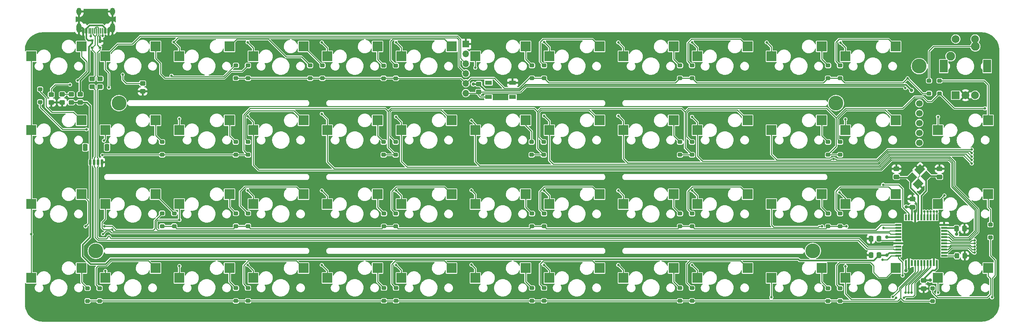
<source format=gbl>
G04 #@! TF.GenerationSoftware,KiCad,Pcbnew,(6.0.5-0)*
G04 #@! TF.CreationDate,2022-09-11T07:04:14-05:00*
G04 #@! TF.ProjectId,pcb,7063622e-6b69-4636-9164-5f7063625858,rev?*
G04 #@! TF.SameCoordinates,Original*
G04 #@! TF.FileFunction,Copper,L2,Bot*
G04 #@! TF.FilePolarity,Positive*
%FSLAX46Y46*%
G04 Gerber Fmt 4.6, Leading zero omitted, Abs format (unit mm)*
G04 Created by KiCad (PCBNEW (6.0.5-0)) date 2022-09-11 07:04:14*
%MOMM*%
%LPD*%
G01*
G04 APERTURE LIST*
G04 Aperture macros list*
%AMRoundRect*
0 Rectangle with rounded corners*
0 $1 Rounding radius*
0 $2 $3 $4 $5 $6 $7 $8 $9 X,Y pos of 4 corners*
0 Add a 4 corners polygon primitive as box body*
4,1,4,$2,$3,$4,$5,$6,$7,$8,$9,$2,$3,0*
0 Add four circle primitives for the rounded corners*
1,1,$1+$1,$2,$3*
1,1,$1+$1,$4,$5*
1,1,$1+$1,$6,$7*
1,1,$1+$1,$8,$9*
0 Add four rect primitives between the rounded corners*
20,1,$1+$1,$2,$3,$4,$5,0*
20,1,$1+$1,$4,$5,$6,$7,0*
20,1,$1+$1,$6,$7,$8,$9,0*
20,1,$1+$1,$8,$9,$2,$3,0*%
%AMRotRect*
0 Rectangle, with rotation*
0 The origin of the aperture is its center*
0 $1 length*
0 $2 width*
0 $3 Rotation angle, in degrees counterclockwise*
0 Add horizontal line*
21,1,$1,$2,0,0,$3*%
G04 Aperture macros list end*
G04 #@! TA.AperFunction,SMDPad,CuDef*
%ADD10R,2.550000X2.500000*%
G04 #@! TD*
G04 #@! TA.AperFunction,ComponentPad*
%ADD11R,2.000000X2.000000*%
G04 #@! TD*
G04 #@! TA.AperFunction,ComponentPad*
%ADD12C,2.000000*%
G04 #@! TD*
G04 #@! TA.AperFunction,ComponentPad*
%ADD13R,2.000000X3.200000*%
G04 #@! TD*
G04 #@! TA.AperFunction,ComponentPad*
%ADD14C,3.800000*%
G04 #@! TD*
G04 #@! TA.AperFunction,ComponentPad*
%ADD15C,2.250000*%
G04 #@! TD*
G04 #@! TA.AperFunction,SMDPad,CuDef*
%ADD16RoundRect,0.250000X-0.475000X0.337500X-0.475000X-0.337500X0.475000X-0.337500X0.475000X0.337500X0*%
G04 #@! TD*
G04 #@! TA.AperFunction,SMDPad,CuDef*
%ADD17RoundRect,0.250000X0.350000X-0.250000X0.350000X0.250000X-0.350000X0.250000X-0.350000X-0.250000X0*%
G04 #@! TD*
G04 #@! TA.AperFunction,ComponentPad*
%ADD18O,1.700000X1.700000*%
G04 #@! TD*
G04 #@! TA.AperFunction,ComponentPad*
%ADD19R,1.700000X1.700000*%
G04 #@! TD*
G04 #@! TA.AperFunction,SMDPad,CuDef*
%ADD20R,1.800000X1.100000*%
G04 #@! TD*
G04 #@! TA.AperFunction,SMDPad,CuDef*
%ADD21R,1.500000X0.500000*%
G04 #@! TD*
G04 #@! TA.AperFunction,SMDPad,CuDef*
%ADD22R,0.500000X1.500000*%
G04 #@! TD*
G04 #@! TA.AperFunction,SMDPad,CuDef*
%ADD23RoundRect,0.250000X0.475000X-0.337500X0.475000X0.337500X-0.475000X0.337500X-0.475000X-0.337500X0*%
G04 #@! TD*
G04 #@! TA.AperFunction,SMDPad,CuDef*
%ADD24RotRect,2.100000X1.800000X45.000000*%
G04 #@! TD*
G04 #@! TA.AperFunction,SMDPad,CuDef*
%ADD25RoundRect,0.249999X0.450001X-0.325001X0.450001X0.325001X-0.450001X0.325001X-0.450001X-0.325001X0*%
G04 #@! TD*
G04 #@! TA.AperFunction,SMDPad,CuDef*
%ADD26RoundRect,0.150000X-0.150000X-0.575000X0.150000X-0.575000X0.150000X0.575000X-0.150000X0.575000X0*%
G04 #@! TD*
G04 #@! TA.AperFunction,SMDPad,CuDef*
%ADD27RoundRect,0.075000X-0.075000X-0.650000X0.075000X-0.650000X0.075000X0.650000X-0.075000X0.650000X0*%
G04 #@! TD*
G04 #@! TA.AperFunction,ComponentPad*
%ADD28O,1.300000X2.400000*%
G04 #@! TD*
G04 #@! TA.AperFunction,ComponentPad*
%ADD29O,1.300000X1.900000*%
G04 #@! TD*
G04 #@! TA.AperFunction,SMDPad,CuDef*
%ADD30RoundRect,0.249999X-0.450001X0.325001X-0.450001X-0.325001X0.450001X-0.325001X0.450001X0.325001X0*%
G04 #@! TD*
G04 #@! TA.AperFunction,SMDPad,CuDef*
%ADD31RoundRect,0.250000X-0.337500X-0.475000X0.337500X-0.475000X0.337500X0.475000X-0.337500X0.475000X0*%
G04 #@! TD*
G04 #@! TA.AperFunction,SMDPad,CuDef*
%ADD32RoundRect,0.250000X0.337500X0.475000X-0.337500X0.475000X-0.337500X-0.475000X0.337500X-0.475000X0*%
G04 #@! TD*
G04 #@! TA.AperFunction,SMDPad,CuDef*
%ADD33RoundRect,0.249999X0.325001X0.450001X-0.325001X0.450001X-0.325001X-0.450001X0.325001X-0.450001X0*%
G04 #@! TD*
G04 #@! TA.AperFunction,SMDPad,CuDef*
%ADD34R,0.700000X1.000000*%
G04 #@! TD*
G04 #@! TA.AperFunction,SMDPad,CuDef*
%ADD35R,0.700000X0.600000*%
G04 #@! TD*
G04 #@! TA.AperFunction,ComponentPad*
%ADD36C,1.700000*%
G04 #@! TD*
G04 #@! TA.AperFunction,SMDPad,CuDef*
%ADD37RoundRect,0.150000X-0.150000X-0.625000X0.150000X-0.625000X0.150000X0.625000X-0.150000X0.625000X0*%
G04 #@! TD*
G04 #@! TA.AperFunction,SMDPad,CuDef*
%ADD38RoundRect,0.250000X-0.350000X-0.650000X0.350000X-0.650000X0.350000X0.650000X-0.350000X0.650000X0*%
G04 #@! TD*
G04 #@! TA.AperFunction,ViaPad*
%ADD39C,0.650000*%
G04 #@! TD*
G04 #@! TA.AperFunction,ViaPad*
%ADD40C,0.900000*%
G04 #@! TD*
G04 #@! TA.AperFunction,Conductor*
%ADD41C,0.250000*%
G04 #@! TD*
G04 #@! TA.AperFunction,Conductor*
%ADD42C,0.400000*%
G04 #@! TD*
G04 #@! TA.AperFunction,Conductor*
%ADD43C,0.200000*%
G04 #@! TD*
G04 APERTURE END LIST*
D10*
X117905225Y-50653950D03*
X130832225Y-48113950D03*
X194105225Y-50653950D03*
X207032225Y-48113950D03*
X175055225Y-50653950D03*
X187982225Y-48113950D03*
X156005225Y-50653950D03*
X168932225Y-48113950D03*
X79805225Y-50653950D03*
X92732225Y-48113950D03*
X213155225Y-50653950D03*
X226082225Y-48113950D03*
X232205225Y-50653950D03*
X245132225Y-48113950D03*
X79805225Y-69703950D03*
X92732225Y-67163950D03*
X98855225Y-69703950D03*
X111782225Y-67163950D03*
X136960399Y-69703950D03*
X149887399Y-67163950D03*
X270305225Y-50653950D03*
X283232225Y-48113950D03*
X156005225Y-69703950D03*
X168932225Y-67163950D03*
X175055225Y-69703950D03*
X187982225Y-67163950D03*
X194105225Y-69703950D03*
X207032225Y-67163950D03*
X98855225Y-107803950D03*
X111782225Y-105263950D03*
X117905225Y-107803950D03*
X130832225Y-105263950D03*
X136955225Y-107803950D03*
X149882225Y-105263950D03*
X156005225Y-107803950D03*
X168932225Y-105263950D03*
X175055225Y-107803950D03*
X187982225Y-105263950D03*
X213155225Y-107803950D03*
X226082225Y-105263950D03*
X232205225Y-107803950D03*
X245132225Y-105263950D03*
X251255225Y-107803950D03*
X264182225Y-105263950D03*
X270305225Y-107803950D03*
X283232225Y-105263950D03*
X194105225Y-107803950D03*
X207032225Y-105263950D03*
X270305225Y-88753950D03*
X283232225Y-86213950D03*
X251255225Y-88753950D03*
X264182225Y-86213950D03*
X213155225Y-88753950D03*
X226082225Y-86213950D03*
X175055225Y-88753950D03*
X187982225Y-86213950D03*
X136955225Y-88753950D03*
X149882225Y-86213950D03*
X79805225Y-88753950D03*
X92732225Y-86213950D03*
X156005225Y-88753950D03*
X168932225Y-86213950D03*
X289355225Y-69703950D03*
X302282225Y-67163950D03*
X117905225Y-88753950D03*
X130832225Y-86213950D03*
X98855225Y-88753950D03*
X111782225Y-86213950D03*
X251255225Y-69703950D03*
X264182225Y-67163950D03*
X232205225Y-69703950D03*
X245132225Y-67163950D03*
X270305225Y-69703950D03*
X283232225Y-67163950D03*
X289355225Y-107803950D03*
X302282225Y-105263950D03*
X289355225Y-88753950D03*
X302282225Y-86213950D03*
X289355225Y-50653950D03*
X302282225Y-48113950D03*
D11*
X317752725Y-60693950D03*
D12*
X322752725Y-60693950D03*
X320252725Y-60693950D03*
D13*
X314652725Y-53193950D03*
X325852725Y-53193950D03*
D12*
X322752725Y-46193950D03*
X317752725Y-46193950D03*
D10*
X98855225Y-50653950D03*
X111782225Y-48113950D03*
X136955225Y-50653950D03*
X149882225Y-48113950D03*
X313167785Y-107804230D03*
X326094785Y-105264230D03*
X313167785Y-69704070D03*
X326094785Y-67164070D03*
X313167785Y-88754150D03*
X326094785Y-86214150D03*
X194105225Y-88753950D03*
X207032225Y-86213950D03*
X232205225Y-88753950D03*
X245132225Y-86213950D03*
X79805225Y-107803950D03*
X92732225Y-105263950D03*
X251255225Y-50653950D03*
X264182225Y-48113950D03*
X117905225Y-69703950D03*
X130832225Y-67163950D03*
X213155225Y-69703950D03*
X226082225Y-67163950D03*
D14*
X308346661Y-53193950D03*
X286915393Y-62718958D03*
X280962271Y-100818990D03*
X96415233Y-100818990D03*
X102368363Y-62718958D03*
D15*
X316442725Y-50653950D03*
X322792725Y-48113950D03*
D16*
X309490225Y-108456450D03*
X309490225Y-110531450D03*
D17*
X116590225Y-94443950D03*
X116590225Y-91143950D03*
X208590225Y-76043950D03*
X208590225Y-72743950D03*
X170490225Y-76043950D03*
X170490225Y-72743950D03*
X135581415Y-76043950D03*
X135581415Y-72743950D03*
X113490225Y-76043950D03*
X113490225Y-72743950D03*
X284890625Y-56306250D03*
X284890625Y-53006250D03*
X249881415Y-56306250D03*
X249881415Y-53006250D03*
X211781415Y-56306250D03*
X211781415Y-53006250D03*
X208681415Y-56306250D03*
X208681415Y-53006250D03*
X173651789Y-56333377D03*
X173651789Y-53033377D03*
X170476789Y-56333377D03*
X170476789Y-53033377D03*
X154751789Y-56306250D03*
X154751789Y-53006250D03*
X287990625Y-113750000D03*
X287990625Y-110450000D03*
X284890625Y-113750000D03*
X284890625Y-110450000D03*
X249890625Y-113713123D03*
X249890625Y-110413123D03*
X246790625Y-113706250D03*
X246790625Y-110406250D03*
X211783999Y-113706250D03*
X211783999Y-110406250D03*
X208700000Y-113706250D03*
X208700000Y-110406250D03*
X211790625Y-94506250D03*
X211790625Y-91206250D03*
X284890625Y-76043950D03*
X284890625Y-72743950D03*
X208690625Y-94506250D03*
X208690625Y-91206250D03*
X170585999Y-94506250D03*
X170585999Y-91206250D03*
X132490225Y-94443950D03*
X132490225Y-91143950D03*
X287990625Y-76043950D03*
X287990625Y-72743950D03*
X284890625Y-94506250D03*
X284890625Y-91206250D03*
X249890625Y-94506250D03*
X249890625Y-91206250D03*
X246790625Y-94506250D03*
X246790625Y-91206250D03*
X173690625Y-113706250D03*
X173690625Y-110406250D03*
X151576789Y-56306250D03*
X151576789Y-53006250D03*
X211690225Y-76043950D03*
X211690225Y-72743950D03*
D18*
X191665313Y-60143950D03*
X191665313Y-49983950D03*
X191665313Y-55063950D03*
X191665313Y-57603950D03*
X191665313Y-52523950D03*
D19*
X191665313Y-47443950D03*
D17*
X287990625Y-56306250D03*
X287990625Y-53006250D03*
X311790625Y-113750000D03*
X311790625Y-110450000D03*
X313590225Y-60243950D03*
X313590225Y-56943950D03*
X326690225Y-97343950D03*
X326690225Y-94043950D03*
D20*
X203690225Y-57443950D03*
X197490225Y-61143950D03*
X203690225Y-61143950D03*
X197490225Y-57443950D03*
D21*
X302990225Y-102093950D03*
X302990225Y-101293950D03*
X302990225Y-100493950D03*
X302990225Y-99693950D03*
X302990225Y-98893950D03*
X302990225Y-98093950D03*
X302990225Y-97293950D03*
X302990225Y-96493950D03*
X302990225Y-95693950D03*
X302990225Y-94893950D03*
X302990225Y-94093950D03*
D22*
X304890225Y-92193950D03*
X305690225Y-92193950D03*
X306490225Y-92193950D03*
X307290225Y-92193950D03*
X308090225Y-92193950D03*
X308890225Y-92193950D03*
X309690225Y-92193950D03*
X310490225Y-92193950D03*
X311290225Y-92193950D03*
X312090225Y-92193950D03*
X312890225Y-92193950D03*
D21*
X314790225Y-94093950D03*
X314790225Y-94893950D03*
X314790225Y-95693950D03*
X314790225Y-96493950D03*
X314790225Y-97293950D03*
X314790225Y-98093950D03*
X314790225Y-98893950D03*
X314790225Y-99693950D03*
X314790225Y-100493950D03*
X314790225Y-101293950D03*
X314790225Y-102093950D03*
D22*
X312890225Y-103993950D03*
X312090225Y-103993950D03*
X311290225Y-103993950D03*
X310490225Y-103993950D03*
X309690225Y-103993950D03*
X308890225Y-103993950D03*
X308090225Y-103993950D03*
X307290225Y-103993950D03*
X306490225Y-103993950D03*
X305690225Y-103993950D03*
X304890225Y-103993950D03*
D23*
X306590225Y-89531450D03*
X306590225Y-87456450D03*
X313590225Y-81731450D03*
X313590225Y-79656450D03*
X302490225Y-81731450D03*
X302490225Y-79656450D03*
D24*
X306451747Y-81906082D03*
X308502357Y-79855472D03*
X310128703Y-81481818D03*
X308078093Y-83532428D03*
D25*
X92390225Y-62518950D03*
X92390225Y-60468950D03*
D26*
X93165217Y-44091450D03*
X93965217Y-44091450D03*
D27*
X95165217Y-44091450D03*
X96161217Y-44091450D03*
X96665217Y-44091450D03*
X97665217Y-44091450D03*
D26*
X99665217Y-44091450D03*
X98865217Y-44091450D03*
D27*
X98165217Y-44091450D03*
X97165217Y-44091450D03*
X95665217Y-44091450D03*
X94665217Y-44091450D03*
D28*
X100715217Y-43316450D03*
D29*
X100715217Y-39116450D03*
X92115217Y-39116450D03*
D28*
X92115217Y-43316450D03*
D25*
X97490625Y-58518950D03*
X97490625Y-56468950D03*
X84940225Y-62568950D03*
X84940225Y-60518950D03*
D30*
X90090225Y-60468950D03*
X90090225Y-62518950D03*
D25*
X87790225Y-62518950D03*
X87790225Y-60468950D03*
D17*
X135590625Y-113706250D03*
X135590625Y-110406250D03*
X132490625Y-113713123D03*
X132490625Y-110413123D03*
D31*
X317952725Y-95093950D03*
X320027725Y-95093950D03*
D25*
X95490625Y-58518950D03*
X95490625Y-56468950D03*
D32*
X298027725Y-101893950D03*
X295952725Y-101893950D03*
X298027725Y-97693950D03*
X295952725Y-97693950D03*
D33*
X320115225Y-102093950D03*
X318065225Y-102093950D03*
D17*
X82090225Y-62443950D03*
X82090225Y-59143950D03*
X94290225Y-113743950D03*
X94290225Y-110443950D03*
X97390225Y-113743950D03*
X97390225Y-110443950D03*
X170590625Y-113706250D03*
X170590625Y-110406250D03*
X135590225Y-94443950D03*
X135590225Y-91143950D03*
X173650000Y-94506250D03*
X173650000Y-91206250D03*
X287990625Y-94506250D03*
X287990625Y-91206250D03*
X113490225Y-94443950D03*
X113490225Y-91143950D03*
X135581415Y-56306250D03*
X135581415Y-53006250D03*
X310890225Y-60243950D03*
X310890225Y-56943950D03*
X246781415Y-56306250D03*
X246781415Y-53006250D03*
X132490625Y-56299950D03*
X132490625Y-52999950D03*
D25*
X194990225Y-59818950D03*
X194990225Y-57768950D03*
D17*
X249881415Y-76043950D03*
X249881415Y-72743950D03*
X246781415Y-76043950D03*
X246781415Y-72743950D03*
X173590225Y-76043950D03*
X173590225Y-72743950D03*
X132431415Y-76043950D03*
X132431415Y-72743950D03*
D25*
X108465225Y-59693950D03*
X108465225Y-57643950D03*
D34*
X97490625Y-46743950D03*
D35*
X97490625Y-48443950D03*
X95490625Y-48443950D03*
X95490625Y-46543950D03*
D36*
X308390225Y-67843950D03*
X308390225Y-70383950D03*
X308390225Y-72923950D03*
X308390225Y-65303950D03*
X308390225Y-62763950D03*
D37*
X94990225Y-77993950D03*
X95990225Y-77993950D03*
X96990225Y-77993950D03*
X97990225Y-77993950D03*
D38*
X99290225Y-74118950D03*
X93690225Y-74118950D03*
D39*
X115911125Y-55668950D03*
X91735725Y-56893950D03*
X98590225Y-94493950D03*
X93790225Y-94493950D03*
D40*
X299990225Y-97293950D03*
X193590225Y-57793950D03*
X306390225Y-59443950D03*
X317990225Y-96543950D03*
X304990225Y-89493950D03*
X299990225Y-101893950D03*
X304890225Y-105893950D03*
X311190225Y-108393950D03*
D39*
X305352525Y-56306250D03*
X299190225Y-94893950D03*
X93990225Y-69493950D03*
X325290225Y-64093950D03*
X301540225Y-112693950D03*
X98090225Y-76093950D03*
X289640225Y-94493950D03*
X304090225Y-107193950D03*
X327090225Y-112793950D03*
X298940225Y-103093950D03*
X98275725Y-96493950D03*
X79805225Y-96508950D03*
X100590225Y-95293950D03*
X99790225Y-58693950D03*
X98890225Y-105993950D03*
X98490225Y-72393950D03*
X117940225Y-104743950D03*
X117905225Y-66741650D03*
X117940225Y-92843950D03*
X116490625Y-46956250D03*
X135490625Y-47056250D03*
X135490625Y-85256250D03*
X135490625Y-104456250D03*
X135490625Y-66094350D03*
X154590625Y-104456250D03*
X154590625Y-47056250D03*
X154590625Y-85256250D03*
X154590625Y-65493550D03*
X173690625Y-66244350D03*
X173690625Y-85256250D03*
X173690625Y-104456250D03*
X173690625Y-47056250D03*
X322590225Y-98093950D03*
X193099994Y-67203719D03*
X193090225Y-85193950D03*
X194090225Y-53593950D03*
X321890225Y-78293950D03*
X193090225Y-104393950D03*
X211790625Y-104456250D03*
X211790625Y-85256250D03*
X211790625Y-65994350D03*
X211790625Y-46956250D03*
X321890225Y-77393950D03*
X322590225Y-98893950D03*
X230890625Y-85256250D03*
X230890625Y-47056250D03*
X322590225Y-99693950D03*
X230890625Y-65994350D03*
X230890625Y-104456250D03*
X321890225Y-76493950D03*
X321890225Y-75593950D03*
X249890625Y-104456250D03*
X249890625Y-47056250D03*
X249890625Y-85256250D03*
X249890625Y-66243550D03*
X322590225Y-100493950D03*
X321890225Y-74693950D03*
X286343215Y-77134930D03*
X269090625Y-47056250D03*
X283365225Y-94468950D03*
X322590225Y-101273453D03*
X270290225Y-112793950D03*
X289365225Y-66868950D03*
X289390225Y-104793950D03*
X287865225Y-85768950D03*
X288090625Y-47156250D03*
X304440225Y-112893950D03*
X302390225Y-112893950D03*
X103340225Y-55393950D03*
X98190225Y-45393950D03*
X95146515Y-45410167D03*
X89790225Y-57943950D03*
X299056184Y-83759929D03*
X304790225Y-58793950D03*
X313190225Y-66243950D03*
X314840225Y-86543950D03*
X306410725Y-111593950D03*
X313190225Y-111593950D03*
X293990225Y-100793950D03*
X305631222Y-111593950D03*
X304851719Y-111593950D03*
X309710722Y-90693950D03*
X310490225Y-90693950D03*
X311290225Y-90693950D03*
X312090225Y-90693950D03*
X312890225Y-90693950D03*
D41*
X92732225Y-48113950D02*
X92732225Y-50735950D01*
X94090225Y-54539450D02*
X91735725Y-56893950D01*
X129369327Y-55893950D02*
X132263328Y-52999950D01*
X129369327Y-55893950D02*
X117309763Y-55893950D01*
X116136125Y-55893950D02*
X115911125Y-55668950D01*
X92732225Y-50735950D02*
X94090225Y-52093950D01*
X94090225Y-52093950D02*
X94090225Y-54539450D01*
X117309763Y-55893950D02*
X116136125Y-55893950D01*
X132263328Y-52999950D02*
X132490625Y-52999950D01*
X129526529Y-56273470D02*
X131300000Y-54500000D01*
X111782225Y-51185950D02*
X113065225Y-52468950D01*
X131300000Y-54500000D02*
X134087665Y-54500000D01*
X134087665Y-54500000D02*
X135581415Y-53006250D01*
X111782225Y-48113950D02*
X111782225Y-51185950D01*
X114169745Y-56273470D02*
X129526529Y-56273470D01*
X113065225Y-55168950D02*
X114169745Y-56273470D01*
X113065225Y-52468950D02*
X113065225Y-55168950D01*
X140835770Y-46235770D02*
X145400000Y-50800000D01*
X130832225Y-48113950D02*
X132710405Y-46235770D01*
X132710405Y-46235770D02*
X140835770Y-46235770D01*
X145400000Y-50800000D02*
X149370539Y-50800000D01*
X149370539Y-50800000D02*
X151576789Y-53006250D01*
X154751789Y-52983514D02*
X149882225Y-48113950D01*
X154751789Y-53006250D02*
X154751789Y-52983514D01*
X168932225Y-51488813D02*
X168932225Y-48113950D01*
X170476789Y-53033377D02*
X168932225Y-51488813D01*
X172864230Y-46235770D02*
X172300000Y-46800000D01*
X186104045Y-46235770D02*
X172864230Y-46235770D01*
X172300000Y-46800000D02*
X172300000Y-51681588D01*
X187982225Y-48113950D02*
X186104045Y-46235770D01*
X172300000Y-51681588D02*
X173651789Y-53033377D01*
X207032225Y-48113950D02*
X207032225Y-51357060D01*
X207032225Y-51357060D02*
X208681415Y-53006250D01*
X226082225Y-48113950D02*
X224207704Y-46239429D01*
X224207704Y-46239429D02*
X211544746Y-46239429D01*
X211544746Y-46239429D02*
X210800000Y-46984175D01*
X210800000Y-52024835D02*
X211781415Y-53006250D01*
X210800000Y-46984175D02*
X210800000Y-52024835D01*
X245132225Y-51357060D02*
X246781415Y-53006250D01*
X245132225Y-48113950D02*
X245132225Y-51357060D01*
X248800000Y-47203725D02*
X248800000Y-51924835D01*
X248800000Y-51924835D02*
X249881415Y-53006250D01*
X262307704Y-46239429D02*
X249764296Y-46239429D01*
X249764296Y-46239429D02*
X248800000Y-47203725D01*
X264182225Y-48113950D02*
X262307704Y-46239429D01*
X284890625Y-53006250D02*
X283232225Y-51347850D01*
X283232225Y-51347850D02*
X283232225Y-48113950D01*
X302282225Y-48113950D02*
X300407704Y-46239429D01*
X286890625Y-51906250D02*
X287990625Y-53006250D01*
X300407704Y-46239429D02*
X287707446Y-46239429D01*
X287707446Y-46239429D02*
X286890625Y-47056250D01*
X286890625Y-47056250D02*
X286890625Y-51906250D01*
X83590225Y-63543950D02*
X83590225Y-61293950D01*
X83590225Y-61293950D02*
X82090225Y-59793950D01*
X82090225Y-59793950D02*
X82090225Y-59143950D01*
X85140225Y-65093950D02*
X83590225Y-63543950D01*
X92732225Y-67163950D02*
X90662225Y-65093950D01*
X90662225Y-65093950D02*
X85140225Y-65093950D01*
X111782225Y-71035950D02*
X113490225Y-72743950D01*
X111782225Y-67163950D02*
X111782225Y-71035950D01*
X130832225Y-71144760D02*
X130832225Y-67163950D01*
X132431415Y-72743950D02*
X130832225Y-71144760D01*
X134890225Y-65875197D02*
X134890225Y-72052760D01*
X134890225Y-72052760D02*
X135581415Y-72743950D01*
X149887399Y-67163950D02*
X147417399Y-64693950D01*
X147417399Y-64693950D02*
X136071473Y-64693950D01*
X136071473Y-64693950D02*
X134890225Y-65875197D01*
X170490225Y-72743950D02*
X168932225Y-71185950D01*
X168932225Y-71185950D02*
X168932225Y-67163950D01*
X185291745Y-64473470D02*
X172547427Y-64473470D01*
X187982225Y-67163950D02*
X185291745Y-64473470D01*
X172069745Y-71223470D02*
X173590225Y-72743950D01*
X172547427Y-64473470D02*
X172069745Y-64951152D01*
X172069745Y-64951152D02*
X172069745Y-71223470D01*
X207032225Y-68435950D02*
X208590225Y-69993950D01*
X207032225Y-67163950D02*
X207032225Y-68435950D01*
X208590225Y-69993950D02*
X208590225Y-72743950D01*
X210469745Y-65054718D02*
X210469745Y-71523470D01*
X211050993Y-64473470D02*
X210469745Y-65054718D01*
X223391745Y-64473470D02*
X211050993Y-64473470D01*
X210469745Y-71523470D02*
X211690225Y-72743950D01*
X226082225Y-67163950D02*
X223391745Y-64473470D01*
X245132225Y-71094760D02*
X245132225Y-67163950D01*
X246781415Y-72743950D02*
X245132225Y-71094760D01*
X249147427Y-64473470D02*
X248469745Y-65151152D01*
X248469745Y-71332280D02*
X249881415Y-72743950D01*
X264182225Y-67163950D02*
X261491745Y-64473470D01*
X248469745Y-65151152D02*
X248469745Y-71332280D01*
X261491745Y-64473470D02*
X249147427Y-64473470D01*
X283232225Y-71085550D02*
X283232225Y-67163950D01*
X284890625Y-72743950D02*
X283232225Y-71085550D01*
X289610705Y-64473470D02*
X299591745Y-64473470D01*
X287390225Y-72143550D02*
X287390225Y-66693950D01*
X287390225Y-66693950D02*
X289610705Y-64473470D01*
X299591745Y-64473470D02*
X302282225Y-67163950D01*
X287990625Y-72743950D02*
X287390225Y-72143550D01*
X94535705Y-88017430D02*
X94535705Y-93748470D01*
X113490225Y-91143950D02*
X111610705Y-93023470D01*
X94535705Y-93748470D02*
X93790225Y-94493950D01*
X111610705Y-93023470D02*
X111610705Y-95023470D01*
X101559778Y-95443950D02*
X100609778Y-94493950D01*
X92732225Y-86213950D02*
X94535705Y-88017430D01*
X111190225Y-95443950D02*
X101559778Y-95443950D01*
X100609778Y-94493950D02*
X98590225Y-94493950D01*
X111610705Y-95023470D02*
X111190225Y-95443950D01*
X111782225Y-86213950D02*
X111782225Y-86335950D01*
X111782225Y-86335950D02*
X116590225Y-91143950D01*
X130832225Y-86213950D02*
X130832225Y-89485950D01*
X130832225Y-89485950D02*
X132490225Y-91143950D01*
X133590625Y-85494350D02*
X133590625Y-89144350D01*
X148007704Y-84339429D02*
X134745546Y-84339429D01*
X133590625Y-89144350D02*
X135590225Y-91143950D01*
X149882225Y-86213950D02*
X148007704Y-84339429D01*
X134745546Y-84339429D02*
X133590625Y-85494350D01*
X170585999Y-91206250D02*
X168932225Y-89552476D01*
X168932225Y-89552476D02*
X168932225Y-86213950D01*
X187982225Y-86213950D02*
X186107704Y-84339429D01*
X172600000Y-85527322D02*
X172600000Y-90156250D01*
X186107704Y-84339429D02*
X173787893Y-84339429D01*
X173787893Y-84339429D02*
X172600000Y-85527322D01*
X172600000Y-90156250D02*
X173650000Y-91206250D01*
X207032225Y-89547850D02*
X208690625Y-91206250D01*
X207032225Y-86213950D02*
X207032225Y-89547850D01*
X210700000Y-85527322D02*
X210700000Y-90115625D01*
X224207704Y-84339429D02*
X211887893Y-84339429D01*
X211887893Y-84339429D02*
X210700000Y-85527322D01*
X210700000Y-90115625D02*
X211790625Y-91206250D01*
X226082225Y-86213950D02*
X224207704Y-84339429D01*
X245132225Y-89547850D02*
X246790625Y-91206250D01*
X245132225Y-86213950D02*
X245132225Y-89547850D01*
X264182225Y-86213950D02*
X262307704Y-84339429D01*
X262307704Y-84339429D02*
X249964296Y-84339429D01*
X248800000Y-85503725D02*
X248800000Y-90115625D01*
X248800000Y-90115625D02*
X249890625Y-91206250D01*
X249964296Y-84339429D02*
X248800000Y-85503725D01*
X283232225Y-89547850D02*
X284890625Y-91206250D01*
X283232225Y-86213950D02*
X283232225Y-89547850D01*
X286900000Y-90115625D02*
X287990625Y-91206250D01*
X300407704Y-84339429D02*
X288044746Y-84339429D01*
X288044746Y-84339429D02*
X286900000Y-85484175D01*
X302282225Y-86213950D02*
X300407704Y-84339429D01*
X286900000Y-85484175D02*
X286900000Y-90115625D01*
X92732225Y-105263950D02*
X92732225Y-108885950D01*
X92732225Y-108885950D02*
X94290225Y-110443950D01*
X111782225Y-105263950D02*
X109907704Y-103389429D01*
X109907704Y-103389429D02*
X100385704Y-103389429D01*
X100385704Y-103389429D02*
X99102578Y-104672555D01*
X96490225Y-105193950D02*
X96490225Y-109543950D01*
X99102578Y-104672555D02*
X97011620Y-104672555D01*
X97011620Y-104672555D02*
X96490225Y-105193950D01*
X96490225Y-109543950D02*
X97390225Y-110443950D01*
X132490625Y-110413123D02*
X130832225Y-108754723D01*
X130832225Y-108754723D02*
X130832225Y-105263950D01*
X134490225Y-104593950D02*
X134490225Y-109305850D01*
X135694746Y-103389429D02*
X134490225Y-104593950D01*
X134490225Y-109305850D02*
X135590625Y-110406250D01*
X148007704Y-103389429D02*
X135694746Y-103389429D01*
X149882225Y-105263950D02*
X148007704Y-103389429D01*
X168932225Y-105263950D02*
X168932225Y-108747850D01*
X168932225Y-108747850D02*
X170590625Y-110406250D01*
X186107704Y-103389429D02*
X173494746Y-103389429D01*
X172590225Y-104293950D02*
X172590225Y-109305850D01*
X187982225Y-105263950D02*
X186107704Y-103389429D01*
X172590225Y-109305850D02*
X173690625Y-110406250D01*
X173494746Y-103389429D02*
X172590225Y-104293950D01*
X207032225Y-108738475D02*
X208700000Y-110406250D01*
X207032225Y-105263950D02*
X207032225Y-108738475D01*
X210740225Y-104243950D02*
X210740225Y-109362476D01*
X226082225Y-105263950D02*
X224207704Y-103389429D01*
X224207704Y-103389429D02*
X211594746Y-103389429D01*
X210740225Y-109362476D02*
X211783999Y-110406250D01*
X211594746Y-103389429D02*
X210740225Y-104243950D01*
X245132225Y-108747850D02*
X246790625Y-110406250D01*
X245132225Y-105263950D02*
X245132225Y-108747850D01*
X249294746Y-103389429D02*
X248490225Y-104193950D01*
X248490225Y-104193950D02*
X248490225Y-109012723D01*
X264182225Y-105263950D02*
X262307704Y-103389429D01*
X248490225Y-109012723D02*
X249890625Y-110413123D01*
X262307704Y-103389429D02*
X249294746Y-103389429D01*
X283232225Y-108791600D02*
X284890625Y-110450000D01*
X283232225Y-105263950D02*
X283232225Y-108791600D01*
X287865226Y-103768949D02*
X295765224Y-103768949D01*
X295765224Y-103768949D02*
X296615225Y-104618950D01*
X287090225Y-109549600D02*
X287090225Y-104543950D01*
X296615225Y-104618950D02*
X296615225Y-106318950D01*
X297940225Y-107643950D02*
X299902225Y-107643950D01*
X296615225Y-106318950D02*
X297940225Y-107643950D01*
X287990625Y-110450000D02*
X287090225Y-109549600D01*
X287090225Y-104543950D02*
X287865226Y-103768949D01*
X299902225Y-107643950D02*
X302282225Y-105263950D01*
D42*
X312890225Y-105293950D02*
X312890225Y-103993950D01*
X304890225Y-105893950D02*
X304890225Y-103993950D01*
X92390225Y-62518950D02*
X94115225Y-62518950D01*
X94990225Y-97243950D02*
X92990225Y-99243950D01*
X309490225Y-108456450D02*
X309490225Y-107993950D01*
X277199266Y-102934909D02*
X277578786Y-103314429D01*
X306490225Y-92193950D02*
X306490225Y-89631450D01*
X98914310Y-104218035D02*
X100197436Y-102934909D01*
X94990225Y-63393950D02*
X94990225Y-77993950D01*
X94990225Y-77993950D02*
X94990225Y-97243950D01*
X306390225Y-59443950D02*
X304894745Y-57948470D01*
X277578786Y-103314429D02*
X296607246Y-103314429D01*
X317952725Y-96506450D02*
X317990225Y-96543950D01*
X311190225Y-108393950D02*
X309552725Y-108393950D01*
X92990225Y-99243950D02*
X92990225Y-102193950D01*
X311690225Y-105793950D02*
X312390225Y-105793950D01*
X94115225Y-62518950D02*
X94990225Y-63393950D01*
X205569745Y-59364430D02*
X196585705Y-59364430D01*
X312390225Y-105793950D02*
X312890225Y-105293950D01*
X309490225Y-107993950D02*
X311690225Y-105793950D01*
X193815225Y-57768950D02*
X193790225Y-57793950D01*
X299990225Y-101893950D02*
X298027725Y-101893950D01*
X194990225Y-57768950D02*
X193815225Y-57768950D01*
X296607246Y-103314429D02*
X298027725Y-101893950D01*
X95014310Y-104218035D02*
X98914310Y-104218035D01*
X300590225Y-101293950D02*
X302990225Y-101293950D01*
X299990225Y-97293950D02*
X302990225Y-97293950D01*
X317952725Y-95093950D02*
X317952725Y-96506450D01*
X206985705Y-57948470D02*
X205569745Y-59364430D01*
X90090225Y-62518950D02*
X92390225Y-62518950D01*
X100197436Y-102934909D02*
X277199266Y-102934909D01*
X317752725Y-94893950D02*
X317952725Y-95093950D01*
X196585705Y-59364430D02*
X194990225Y-57768950D01*
X304990225Y-89493950D02*
X306552725Y-89493950D01*
X299990225Y-101893950D02*
X300590225Y-101293950D01*
X309552725Y-108393950D02*
X309490225Y-108456450D01*
X304894745Y-57948470D02*
X206985705Y-57948470D01*
X314790225Y-94893950D02*
X317752725Y-94893950D01*
X92990225Y-102193950D02*
X95014310Y-104218035D01*
X193790225Y-57793950D02*
X193590225Y-57793950D01*
D41*
X298027725Y-97693950D02*
X298427725Y-98093950D01*
X298427725Y-98093950D02*
X302990225Y-98093950D01*
D42*
X306451747Y-81906082D02*
X306140225Y-82217604D01*
X308090225Y-86493950D02*
X308090225Y-92193950D01*
X302490225Y-81731450D02*
X302664857Y-81906082D01*
X306140225Y-84543950D02*
X308090225Y-86493950D01*
X302664857Y-81906082D02*
X306451747Y-81906082D01*
X306140225Y-82217604D02*
X306140225Y-84543950D01*
X313340593Y-81481818D02*
X313590225Y-81731450D01*
X310128703Y-85355472D02*
X308890225Y-86593950D01*
X310128703Y-81481818D02*
X313340593Y-81481818D01*
X308890225Y-86593950D02*
X308890225Y-92193950D01*
X310128703Y-81481818D02*
X310128703Y-85355472D01*
D41*
X207985137Y-56306250D02*
X205381477Y-58909910D01*
X205381477Y-58909910D02*
X201581585Y-58909910D01*
X304164825Y-57493950D02*
X305352525Y-56306250D01*
X289178325Y-57493950D02*
X287990625Y-56306250D01*
X198977925Y-56306250D02*
X192963013Y-56306250D01*
X302990225Y-94893950D02*
X299170672Y-94893950D01*
X211781415Y-56306250D02*
X208681415Y-56306250D01*
X291790225Y-57493950D02*
X289178325Y-57493950D01*
X201581585Y-58909910D02*
X198977925Y-56306250D01*
X211781415Y-56306250D02*
X211802525Y-56306250D01*
X211802525Y-56306250D02*
X212990225Y-57493950D01*
X173618362Y-56299950D02*
X173651789Y-56333377D01*
X192963013Y-56306250D02*
X191665313Y-57603950D01*
X299170672Y-94893950D02*
X299190225Y-94893950D01*
X191665313Y-57603950D02*
X190394740Y-56333377D01*
X310890225Y-60243950D02*
X309290225Y-60243950D01*
X252390225Y-57493950D02*
X281490225Y-57493950D01*
X190394740Y-56333377D02*
X173651789Y-56333377D01*
X132490625Y-56299950D02*
X173618362Y-56299950D01*
X245593715Y-57493950D02*
X246781415Y-56306250D01*
X283702925Y-57493950D02*
X284890625Y-56306250D01*
X291790225Y-57493950D02*
X304164825Y-57493950D01*
X246781415Y-56306250D02*
X249881415Y-56306250D01*
X251069115Y-57493950D02*
X249881415Y-56306250D01*
X252390225Y-57493950D02*
X251069115Y-57493950D01*
X208681415Y-56306250D02*
X207985137Y-56306250D01*
X281490225Y-57493950D02*
X283702925Y-57493950D01*
X309290225Y-60243950D02*
X305352525Y-56306250D01*
X287990625Y-56306250D02*
X284890625Y-56306250D01*
X212990225Y-57493950D02*
X245593715Y-57493950D01*
X248090225Y-74252760D02*
X249881415Y-76043950D01*
X248090225Y-64993950D02*
X248090225Y-74252760D01*
X307290225Y-103993950D02*
X307290225Y-106310340D01*
X303210705Y-110993950D02*
X303210705Y-111023470D01*
X82090225Y-62443950D02*
X82090225Y-63780672D01*
X98140225Y-76043950D02*
X98090225Y-76093950D01*
X171690225Y-64843950D02*
X171690225Y-74143950D01*
X248990225Y-64093950D02*
X284567907Y-64093950D01*
X113490225Y-76043950D02*
X135581415Y-76043950D01*
X311540225Y-62293950D02*
X313590225Y-60243950D01*
X310490225Y-62293950D02*
X311540225Y-62293950D01*
X248090225Y-64993950D02*
X247190225Y-64093950D01*
X303210705Y-111023470D02*
X301540225Y-112693950D01*
X210090225Y-64897516D02*
X210090225Y-74443950D01*
X313590225Y-60243950D02*
X317416755Y-64070480D01*
X93990225Y-69493950D02*
X87803503Y-69493950D01*
X249881415Y-76043950D02*
X246781415Y-76043950D01*
X309290225Y-61093950D02*
X310490225Y-62293950D01*
X134490225Y-74952760D02*
X134490225Y-65738475D01*
X287990625Y-76043950D02*
X284890625Y-76043950D01*
X287010705Y-66536748D02*
X289453503Y-64093950D01*
X284567907Y-64093950D02*
X287010705Y-66536748D01*
X325290225Y-64093950D02*
X325266755Y-64070480D01*
X135581415Y-76043950D02*
X134490225Y-74952760D01*
X170490225Y-76043950D02*
X173590225Y-76043950D01*
X284890625Y-76043950D02*
X284890625Y-75993550D01*
X136134750Y-64093950D02*
X170940225Y-64093950D01*
X171665225Y-64818950D02*
X171690225Y-64843950D01*
X248090225Y-64993950D02*
X248990225Y-64093950D01*
X113490225Y-76043950D02*
X98140225Y-76043950D01*
X247190225Y-64093950D02*
X210893791Y-64093950D01*
X287010705Y-66614430D02*
X287010705Y-66536748D01*
X210090225Y-74443950D02*
X211690225Y-76043950D01*
X134490225Y-65738475D02*
X136134750Y-64093950D01*
X171690225Y-74143950D02*
X173590225Y-76043950D01*
X210893791Y-64093950D02*
X210090225Y-64897516D01*
X208890225Y-76043950D02*
X211990225Y-76043950D01*
X287010705Y-67973470D02*
X287010705Y-66614430D01*
X209286660Y-64093950D02*
X172390225Y-64093950D01*
X305998420Y-107602145D02*
X303210705Y-110389860D01*
X304090225Y-64093950D02*
X307090225Y-61093950D01*
X307090225Y-61093950D02*
X309290225Y-61093950D01*
X303210705Y-110389860D02*
X303210705Y-110993950D01*
X325266755Y-64070480D02*
X317416755Y-64070480D01*
X284890625Y-75993550D02*
X287010705Y-73873470D01*
X172390225Y-64093950D02*
X171665225Y-64818950D01*
X170940225Y-64093950D02*
X171665225Y-64818950D01*
X289453503Y-64093950D02*
X304090225Y-64093950D01*
X287010705Y-67973470D02*
X287010705Y-73873470D01*
X210090225Y-64897516D02*
X209286660Y-64093950D01*
X82090225Y-63780672D02*
X87803503Y-69493950D01*
X307290225Y-106310340D02*
X305998420Y-107602145D01*
X211790625Y-94506250D02*
X208690625Y-94506250D01*
X246790625Y-94506250D02*
X246232445Y-95064430D01*
X250448805Y-95064430D02*
X249890625Y-94506250D01*
X327090225Y-112793950D02*
X327090225Y-107893950D01*
X302990225Y-102693950D02*
X304090225Y-103793950D01*
X170027819Y-95064430D02*
X136210705Y-95064430D01*
X212348805Y-95064430D02*
X211790625Y-94506250D01*
X131869745Y-95064430D02*
X117210705Y-95064430D01*
X284890625Y-94506250D02*
X284332445Y-95064430D01*
X116590225Y-94443950D02*
X113490225Y-94443950D01*
X284332445Y-95064430D02*
X250448805Y-95064430D01*
X246232445Y-95064430D02*
X212348805Y-95064430D01*
X135590225Y-94443950D02*
X132490225Y-94443950D01*
X289627925Y-94506250D02*
X289640225Y-94493950D01*
X302990225Y-102093950D02*
X301140225Y-102093950D01*
X302990225Y-102093950D02*
X302990225Y-102693950D01*
X327090225Y-107893950D02*
X327890225Y-107093950D01*
X298940225Y-103093950D02*
X300140225Y-103093950D01*
X208690625Y-94506250D02*
X208132445Y-95064430D01*
X170585999Y-94506250D02*
X170027819Y-95064430D01*
X136210705Y-95064430D02*
X135590225Y-94443950D01*
X284890625Y-94506250D02*
X287990625Y-94506250D01*
X117210705Y-95064430D02*
X116590225Y-94443950D01*
X287990625Y-94506250D02*
X289627925Y-94506250D01*
X249890625Y-94506250D02*
X246790625Y-94506250D01*
X327890225Y-107093950D02*
X327890225Y-103193950D01*
X327890225Y-103193950D02*
X326690225Y-101993950D01*
X132490225Y-94443950D02*
X131869745Y-95064430D01*
X301140225Y-102093950D02*
X300140225Y-103093950D01*
X173650000Y-94506250D02*
X174208180Y-95064430D01*
X170585999Y-94506250D02*
X173650000Y-94506250D01*
X304090225Y-103793950D02*
X304090225Y-107193950D01*
X326690225Y-101993950D02*
X326690225Y-97343950D01*
X208132445Y-95064430D02*
X174208180Y-95064430D01*
X308090225Y-103993950D02*
X308090225Y-106047062D01*
X303590225Y-113006050D02*
X302846275Y-113750000D01*
X135590625Y-113706250D02*
X173690625Y-113706250D01*
X135583752Y-113713123D02*
X135590625Y-113706250D01*
X303590225Y-110547062D02*
X303590225Y-113006050D01*
X304334175Y-113750000D02*
X304434175Y-113750000D01*
X303590225Y-113006050D02*
X304334175Y-113750000D01*
X308090225Y-106047062D02*
X303590225Y-110547062D01*
X287990625Y-113750000D02*
X302846275Y-113750000D01*
X132490625Y-113713123D02*
X135583752Y-113713123D01*
X304434175Y-113750000D02*
X311790625Y-113750000D01*
X249890625Y-113713123D02*
X287953748Y-113713123D01*
X173690625Y-113706250D02*
X211783999Y-113706250D01*
X211783999Y-113706250D02*
X249883752Y-113706250D01*
X249883752Y-113706250D02*
X249890625Y-113713123D01*
X287953748Y-113713123D02*
X287990625Y-113750000D01*
X132490625Y-113713123D02*
X94321052Y-113713123D01*
X94321052Y-113713123D02*
X94290225Y-113743950D01*
X95490625Y-58518950D02*
X96240625Y-59268950D01*
X96240625Y-59268950D02*
X96240625Y-76593950D01*
X96240225Y-97343950D02*
X97040225Y-98143950D01*
X96240225Y-79293950D02*
X96240225Y-97343950D01*
X97040225Y-98143950D02*
X292686671Y-98143950D01*
X95990225Y-77993950D02*
X95990225Y-79043950D01*
X301715224Y-100343950D02*
X301865224Y-100493950D01*
X95990225Y-76844350D02*
X96240625Y-76593950D01*
X95990225Y-77993950D02*
X95990225Y-76844350D01*
X292686671Y-98143950D02*
X294886671Y-100343950D01*
X294886671Y-100343950D02*
X301715224Y-100343950D01*
X301865224Y-100493950D02*
X302990225Y-100493950D01*
X95990225Y-79043950D02*
X96240225Y-79293950D01*
X301715224Y-99843950D02*
X301865224Y-99693950D01*
X292893779Y-97643950D02*
X295093779Y-99843950D01*
X100090225Y-97295517D02*
X100090225Y-97343950D01*
X301865224Y-99693950D02*
X302990225Y-99693950D01*
X96990225Y-76843550D02*
X96740625Y-76593950D01*
X97183586Y-97650589D02*
X99183586Y-97650589D01*
X295093779Y-99843950D02*
X301715224Y-99843950D01*
X96990225Y-77993950D02*
X96990225Y-79043950D01*
X99490225Y-97343950D02*
X99490225Y-97295517D01*
X99183586Y-97650589D02*
X99190225Y-97643950D01*
X96990225Y-77993950D02*
X96990225Y-76843550D01*
X97490625Y-58518950D02*
X96740625Y-59268950D01*
X96740625Y-59268950D02*
X96740625Y-76593950D01*
X96740225Y-79293950D02*
X96740225Y-97207228D01*
X100390225Y-97643950D02*
X292893779Y-97643950D01*
X96990225Y-79043950D02*
X96740225Y-79293950D01*
X96740225Y-97207228D02*
X97183586Y-97650589D01*
X100090183Y-97295517D02*
G75*
G03*
X99790225Y-96995517I-299983J17D01*
G01*
X100390225Y-97643875D02*
G75*
G02*
X100090225Y-97343950I-25J299975D01*
G01*
X99490250Y-97343950D02*
G75*
G02*
X99190225Y-97643950I-300050J50D01*
G01*
X99790225Y-96995525D02*
G75*
G03*
X99490225Y-97295517I-25J-299975D01*
G01*
X79805225Y-96508950D02*
X79805225Y-107803950D01*
X99096205Y-95673470D02*
X98275725Y-96493950D01*
X300699265Y-96202990D02*
X100494745Y-96202990D01*
X100494745Y-96202990D02*
X99965225Y-95673470D01*
X302990225Y-96493950D02*
X300990225Y-96493950D01*
X79805225Y-88753950D02*
X79805225Y-96508950D01*
X79805225Y-62641650D02*
X79805225Y-69703950D01*
X79805225Y-69703950D02*
X79805225Y-79041650D01*
X79805225Y-79041650D02*
X79805225Y-88753950D01*
X300990225Y-96493950D02*
X300699265Y-96202990D01*
X99965225Y-95673470D02*
X99096205Y-95673470D01*
X79805225Y-50653950D02*
X79805225Y-62641650D01*
X98855225Y-107803950D02*
X98855225Y-106028950D01*
X99790225Y-54893950D02*
X99790225Y-58693950D01*
X98855225Y-53958950D02*
X99790225Y-54893950D01*
X98855225Y-106028950D02*
X98890225Y-105993950D01*
X189511105Y-45476730D02*
X107807445Y-45476730D01*
X102015225Y-47493950D02*
X98855225Y-50653950D01*
X100960705Y-95823470D02*
X300660705Y-95823470D01*
X98855225Y-92628950D02*
X98855225Y-88753950D01*
X98010714Y-94864439D02*
X98010714Y-93473461D01*
X100590225Y-95452990D02*
X100960705Y-95823470D01*
X300660705Y-95823470D02*
X300790225Y-95693950D01*
X98010714Y-93473461D02*
X98855225Y-92628950D01*
X107807445Y-45476730D02*
X105790225Y-47493950D01*
X98855225Y-50653950D02*
X98855225Y-53958950D01*
X300790225Y-95693950D02*
X302990225Y-95693950D01*
X100590225Y-95293950D02*
X98440225Y-95293950D01*
X190290225Y-51148862D02*
X190290225Y-46255850D01*
X98855225Y-69703950D02*
X98855225Y-72028950D01*
X98855225Y-72028950D02*
X98490225Y-72393950D01*
X105790225Y-47493950D02*
X102015225Y-47493950D01*
X100590225Y-95293950D02*
X100590225Y-95452990D01*
X190290225Y-46255850D02*
X189511105Y-45476730D01*
X98440225Y-95293950D02*
X98010714Y-94864439D01*
X191665313Y-52523950D02*
X190290225Y-51148862D01*
X117905225Y-92808950D02*
X117940225Y-92843950D01*
X117590625Y-45856250D02*
X189353903Y-45856250D01*
X189353903Y-45856250D02*
X189910705Y-46413052D01*
X189910705Y-46413052D02*
X189910705Y-53309342D01*
X112326947Y-92843950D02*
X117940225Y-92843950D01*
X112340225Y-95443950D02*
X111990225Y-95093950D01*
X111990225Y-95093950D02*
X111990225Y-93180672D01*
X111990225Y-93180672D02*
X112326947Y-92843950D01*
X117905225Y-48370850D02*
X116490625Y-46956250D01*
X117905225Y-50653950D02*
X117905225Y-48370850D01*
X117905225Y-104778950D02*
X117940225Y-104743950D01*
X189910705Y-53309342D02*
X191665313Y-55063950D01*
X117905225Y-107803950D02*
X117905225Y-104778950D01*
X297240225Y-95443950D02*
X112340225Y-95443950D01*
X302990225Y-94093950D02*
X298590225Y-94093950D01*
X117905225Y-69703950D02*
X117905225Y-66741650D01*
X117905225Y-88753950D02*
X117905225Y-92808950D01*
X298590225Y-94093950D02*
X297240225Y-95443950D01*
X116490625Y-46956250D02*
X117590625Y-45856250D01*
X136960399Y-69703950D02*
X136960399Y-78664124D01*
X316690225Y-78167394D02*
X316690225Y-84293950D01*
X135490625Y-104456250D02*
X136955225Y-105920850D01*
X136955225Y-105920850D02*
X136955225Y-107803950D01*
X136955225Y-50653950D02*
X136955225Y-48520850D01*
X317347427Y-97375870D02*
X315665507Y-95693950D01*
X136955225Y-48520850D02*
X135490625Y-47056250D01*
X316690225Y-84293950D02*
X322690225Y-90293950D01*
X136960399Y-78664124D02*
X138310705Y-80014430D01*
X135490625Y-85256250D02*
X136955225Y-86720850D01*
X301240225Y-77343950D02*
X315866781Y-77343950D01*
X136960399Y-67564124D02*
X135490625Y-66094350D01*
X322690225Y-90293950D02*
X322690225Y-95683784D01*
X315866781Y-77343950D02*
X316690225Y-78167394D01*
X136955225Y-86720850D02*
X136955225Y-88753950D01*
X138310705Y-80014430D02*
X298569745Y-80014430D01*
X136960399Y-69703950D02*
X136960399Y-67564124D01*
X320998139Y-97375870D02*
X317347427Y-97375870D01*
X322690225Y-95683784D02*
X320998139Y-97375870D01*
X298569745Y-80014430D02*
X301240225Y-77343950D01*
X315665507Y-95693950D02*
X314790225Y-95693950D01*
X156005225Y-77849910D02*
X157790225Y-79634910D01*
X157790225Y-79634910D02*
X298412543Y-79634910D01*
X317069745Y-78010192D02*
X317069745Y-84136748D01*
X323069745Y-95840986D02*
X321155341Y-97755390D01*
X301083023Y-76964430D02*
X316023983Y-76964430D01*
X321155341Y-97755390D02*
X317190225Y-97755390D01*
X298412543Y-79634910D02*
X301083023Y-76964430D01*
X156005225Y-66908150D02*
X154590625Y-65493550D01*
X317069745Y-84136748D02*
X323069745Y-90136748D01*
X316023983Y-76964430D02*
X317069745Y-78010192D01*
X156005225Y-105870850D02*
X156005225Y-107803950D01*
X156005225Y-69703950D02*
X156005225Y-66908150D01*
X154590625Y-104456250D02*
X156005225Y-105870850D01*
X156005225Y-50653950D02*
X156005225Y-48470850D01*
X156005225Y-88753950D02*
X156005225Y-86670850D01*
X156005225Y-86670850D02*
X154590625Y-85256250D01*
X323069745Y-90136748D02*
X323069745Y-95840986D01*
X315928785Y-96493950D02*
X314790225Y-96493950D01*
X317190225Y-97755390D02*
X315928785Y-96493950D01*
X156005225Y-69703950D02*
X156005225Y-77849910D01*
X156005225Y-48470850D02*
X154590625Y-47056250D01*
X316181185Y-76584910D02*
X317449265Y-77852990D01*
X321312543Y-98134910D02*
X316890225Y-98134910D01*
X175055225Y-105820850D02*
X175055225Y-107803950D01*
X173690625Y-104456250D02*
X175055225Y-105820850D01*
X300925821Y-76584910D02*
X316181185Y-76584910D01*
X175055225Y-77758950D02*
X176551665Y-79255390D01*
X175055225Y-88753950D02*
X175055225Y-86620850D01*
X176551665Y-79255390D02*
X298255341Y-79255390D01*
X175055225Y-69703950D02*
X175055225Y-77758950D01*
X317449265Y-77852990D02*
X317449265Y-83979546D01*
X323449265Y-95998188D02*
X321312543Y-98134910D01*
X175055225Y-69703950D02*
X175055225Y-67608950D01*
X298255341Y-79255390D02*
X300925821Y-76584910D01*
X316049265Y-97293950D02*
X314790225Y-97293950D01*
X175055225Y-48420850D02*
X175055225Y-50653950D01*
X317449265Y-83979546D02*
X323449265Y-89979546D01*
X316890225Y-98134910D02*
X316049265Y-97293950D01*
X175055225Y-67608950D02*
X173690625Y-66244350D01*
X175055225Y-86620850D02*
X173690625Y-85256250D01*
X323449265Y-89979546D02*
X323449265Y-95998188D01*
X173690625Y-47056250D02*
X175055225Y-48420850D01*
X316490225Y-98514430D02*
X321469745Y-98514430D01*
X195190225Y-78875870D02*
X194105225Y-77790870D01*
X194105225Y-105705225D02*
X194105225Y-107803950D01*
X314790225Y-98093950D02*
X316069745Y-98093950D01*
X321890225Y-98093950D02*
X322590225Y-98093950D01*
X319790225Y-76193950D02*
X321890225Y-78293950D01*
X316790225Y-76193950D02*
X319790225Y-76193950D01*
X194105225Y-69703950D02*
X194105225Y-68208950D01*
X300780059Y-76193950D02*
X298098139Y-78875870D01*
X194105225Y-68208950D02*
X193099994Y-67203719D01*
X316790225Y-76193950D02*
X300780059Y-76193950D01*
X298098139Y-78875870D02*
X195190225Y-78875870D01*
X194105225Y-77790870D02*
X194105225Y-69703950D01*
X194105225Y-86208950D02*
X193090225Y-85193950D01*
X316069745Y-98093950D02*
X316490225Y-98514430D01*
X321469745Y-98514430D02*
X321890225Y-98093950D01*
X194105225Y-105408950D02*
X193090225Y-104393950D01*
X194105225Y-50653950D02*
X194105225Y-53578950D01*
X194105225Y-53578950D02*
X194090225Y-53593950D01*
X194105225Y-88753950D02*
X194105225Y-86208950D01*
X194105225Y-105705225D02*
X194105225Y-105408950D01*
X317310705Y-75814430D02*
X320310705Y-75814430D01*
X213155225Y-69703950D02*
X213155225Y-67358950D01*
X317310705Y-75814430D02*
X315257593Y-75814430D01*
X213155225Y-50653950D02*
X213155225Y-48320850D01*
X213155225Y-48320850D02*
X211790625Y-46956250D01*
X213155225Y-67358950D02*
X211790625Y-65994350D01*
X211790625Y-104456250D02*
X213155225Y-105820850D01*
X314790225Y-98893950D02*
X322590225Y-98893950D01*
X213155225Y-88753950D02*
X213155225Y-86620850D01*
X214192625Y-78496350D02*
X213155225Y-77458950D01*
X297940937Y-78496350D02*
X214192625Y-78496350D01*
X213155225Y-86620850D02*
X211790625Y-85256250D01*
X213155225Y-105820850D02*
X213155225Y-107803950D01*
X213155225Y-77458950D02*
X213155225Y-69703950D01*
X312890225Y-75814430D02*
X315257593Y-75814430D01*
X300622857Y-75814430D02*
X297940937Y-78496350D01*
X312890225Y-75814430D02*
X300622857Y-75814430D01*
X320310705Y-75814430D02*
X321890225Y-77393950D01*
X232205225Y-105770850D02*
X232205225Y-107803950D01*
X321369745Y-99273470D02*
X321790225Y-99693950D01*
X320831185Y-75434910D02*
X321890225Y-76493950D01*
X317750738Y-75434910D02*
X320831185Y-75434910D01*
X316069745Y-99693950D02*
X316490225Y-99273470D01*
X300465655Y-75434910D02*
X297806615Y-78093950D01*
X316490225Y-99273470D02*
X321369745Y-99273470D01*
X232205225Y-77008950D02*
X232205225Y-69703950D01*
X232205225Y-86570850D02*
X230890625Y-85256250D01*
X232205225Y-88753950D02*
X232205225Y-86570850D01*
X314790225Y-99693950D02*
X316069745Y-99693950D01*
X232205225Y-48370850D02*
X232205225Y-50653950D01*
X233290225Y-78093950D02*
X232205225Y-77008950D01*
X321790225Y-99693950D02*
X322590225Y-99693950D01*
X232205225Y-69703950D02*
X232205225Y-67308950D01*
X230890625Y-47056250D02*
X232205225Y-48370850D01*
X232205225Y-67308950D02*
X230890625Y-65994350D01*
X297806615Y-78093950D02*
X233290225Y-78093950D01*
X317750738Y-75434910D02*
X300465655Y-75434910D01*
X230890625Y-104456250D02*
X232205225Y-105770850D01*
X297649413Y-77714430D02*
X252610705Y-77714430D01*
X318251665Y-75055390D02*
X317928785Y-75055390D01*
X321990225Y-100493950D02*
X322590225Y-100493950D01*
X249890625Y-104456250D02*
X251255225Y-105820850D01*
X251255225Y-88753950D02*
X251255225Y-86620850D01*
X312575821Y-75055390D02*
X317928785Y-75055390D01*
X252610705Y-77714430D02*
X251255225Y-76358950D01*
X249890625Y-47056250D02*
X251255225Y-48420850D01*
X251255225Y-86620850D02*
X249890625Y-85256250D01*
X312575821Y-75055390D02*
X300308453Y-75055390D01*
X315806467Y-100493950D02*
X316647427Y-99652990D01*
X251255225Y-105820850D02*
X251255225Y-107803950D01*
X321149265Y-99652990D02*
X321990225Y-100493950D01*
X251255225Y-48420850D02*
X251255225Y-50653950D01*
X314790225Y-100493950D02*
X315806467Y-100493950D01*
X251255225Y-76358950D02*
X251255225Y-69703950D01*
X316647427Y-99652990D02*
X321149265Y-99652990D01*
X251255225Y-69703950D02*
X251255225Y-67608150D01*
X251255225Y-67608150D02*
X249890625Y-66243550D01*
X318251665Y-75055390D02*
X321351665Y-75055390D01*
X300308453Y-75055390D02*
X297649413Y-77714430D01*
X321351665Y-75055390D02*
X321890225Y-75593950D01*
X270305225Y-94108950D02*
X270305225Y-88753950D01*
X322169728Y-101273453D02*
X320928785Y-100032510D01*
X270881185Y-94684910D02*
X270305225Y-94108950D01*
X269090625Y-47056250D02*
X270305225Y-48270850D01*
X270305225Y-75949910D02*
X271690225Y-77334910D01*
X322590225Y-101273453D02*
X322169728Y-101273453D01*
X316804629Y-100032510D02*
X315543189Y-101293950D01*
X282349265Y-94684910D02*
X270881185Y-94684910D01*
X321890225Y-74693950D02*
X321872145Y-74675870D01*
X270305225Y-48270850D02*
X270305225Y-50653950D01*
X282565225Y-94468950D02*
X282349265Y-94684910D01*
X271690225Y-77334910D02*
X285531185Y-77334910D01*
X300151251Y-74675870D02*
X297492211Y-77334910D01*
X286849285Y-77134930D02*
X287049265Y-77334910D01*
X286343215Y-77134930D02*
X286849285Y-77134930D01*
X320928785Y-100032510D02*
X316804629Y-100032510D01*
X270305225Y-69703950D02*
X270305225Y-75949910D01*
X285731165Y-77134930D02*
X285531185Y-77334910D01*
X321872145Y-74675870D02*
X300151251Y-74675870D01*
X283365225Y-94468950D02*
X282565225Y-94468950D01*
X270305225Y-110579750D02*
X270305225Y-112778950D01*
X270305225Y-112778950D02*
X270290225Y-112793950D01*
X297492211Y-77334910D02*
X287049265Y-77334910D01*
X315543189Y-101293950D02*
X314790225Y-101293950D01*
X270305225Y-107803950D02*
X270305225Y-110579750D01*
X286343215Y-77134930D02*
X285731165Y-77134930D01*
X304440225Y-112893950D02*
X304765225Y-112568950D01*
X288090625Y-47156250D02*
X289355225Y-48420850D01*
X301913695Y-113370480D02*
X290866755Y-113370480D01*
X290866755Y-113370480D02*
X289355225Y-111858950D01*
X289355225Y-111858950D02*
X289355225Y-107803950D01*
X289355225Y-48420850D02*
X289355225Y-50653950D01*
X306815225Y-112568950D02*
X307240225Y-112143950D01*
X289355225Y-104828950D02*
X289390225Y-104793950D01*
X289355225Y-87258950D02*
X287865225Y-85768950D01*
X289355225Y-69703950D02*
X289355225Y-66878950D01*
X302390225Y-112893950D02*
X301913695Y-113370480D01*
X307240225Y-112143950D02*
X307240225Y-109043950D01*
X311290225Y-104993950D02*
X311290225Y-103993950D01*
X289355225Y-107803950D02*
X289355225Y-104828950D01*
X289355225Y-88753950D02*
X289355225Y-87258950D01*
X304765225Y-112568950D02*
X306815225Y-112568950D01*
X289355225Y-66878950D02*
X289365225Y-66868950D01*
X307240225Y-109043950D02*
X311290225Y-104993950D01*
X314790225Y-102093950D02*
X318065225Y-102093950D01*
D42*
X93965217Y-43494373D02*
X94802180Y-42657410D01*
X92390225Y-56893950D02*
X94600000Y-54684175D01*
X92390225Y-60468950D02*
X92390225Y-56893950D01*
X93965217Y-43541450D02*
X93965217Y-43494373D01*
X95490625Y-46543950D02*
X94440225Y-46543950D01*
X95490625Y-47262510D02*
X95490625Y-46703135D01*
X94600000Y-54684175D02*
X94600000Y-48153135D01*
X98101838Y-42657410D02*
X98865217Y-43420789D01*
X94600000Y-48153135D02*
X95490625Y-47262510D01*
X93965217Y-46068942D02*
X93965217Y-43541450D01*
X98865217Y-43420789D02*
X98865217Y-43541450D01*
X94802180Y-42657410D02*
X98101838Y-42657410D01*
X94440225Y-46543950D02*
X93965217Y-46068942D01*
D41*
X104240225Y-57643950D02*
X103340225Y-56743950D01*
X103340225Y-55393950D02*
X103340225Y-56743950D01*
X108465225Y-57643950D02*
X104240225Y-57643950D01*
X98165217Y-45368942D02*
X98190225Y-45393950D01*
X98165217Y-43541450D02*
X98165217Y-45368942D01*
X84940225Y-58993950D02*
X85990225Y-57943950D01*
X85990225Y-57943950D02*
X89790225Y-57943950D01*
X95165217Y-45391465D02*
X95146515Y-45410167D01*
X84940225Y-60518950D02*
X84940225Y-58993950D01*
X95165217Y-43541450D02*
X95165217Y-45391465D01*
X195440225Y-61143950D02*
X194990225Y-60693950D01*
X299056184Y-83759929D02*
X303056204Y-83759929D01*
X197490225Y-61143950D02*
X195440225Y-61143950D01*
X205758013Y-59818950D02*
X207173973Y-58402990D01*
X303056204Y-83759929D02*
X304090225Y-84793950D01*
X207173973Y-58402990D02*
X304399265Y-58402990D01*
X191665313Y-60143950D02*
X194665225Y-60143950D01*
X194990225Y-59818950D02*
X205758013Y-59818950D01*
X194665225Y-60143950D02*
X194990225Y-59818950D01*
X305690225Y-91193950D02*
X305690225Y-92193950D01*
X304399265Y-58402990D02*
X304790225Y-58793950D01*
X194990225Y-60693950D02*
X194990225Y-59818950D01*
X304090225Y-84793950D02*
X304090225Y-89593950D01*
X304090225Y-89593950D02*
X305690225Y-91193950D01*
X311790625Y-111594350D02*
X311790625Y-110450000D01*
X326710705Y-111973470D02*
X325840225Y-112843950D01*
X325840225Y-112843950D02*
X313040225Y-112843950D01*
X326094785Y-105264230D02*
X326094785Y-107278030D01*
X326710705Y-107893950D02*
X326710705Y-111973470D01*
X313040225Y-112843950D02*
X311790625Y-111594350D01*
X326094785Y-107278030D02*
X326710705Y-107893950D01*
X313190225Y-111593950D02*
X313167785Y-111571510D01*
X313167785Y-88216390D02*
X314840225Y-86543950D01*
X310490225Y-105257228D02*
X310490225Y-103993950D01*
X313167785Y-69704070D02*
X313167785Y-66266390D01*
X313167785Y-66266390D02*
X313190225Y-66243950D01*
X306410725Y-111593950D02*
X306410725Y-109336728D01*
X306410725Y-109336728D02*
X310490225Y-105257228D01*
X313167785Y-111571510D02*
X313167785Y-107804230D01*
X313167785Y-88754150D02*
X313167785Y-88216390D01*
X307635705Y-90593950D02*
X307635705Y-88501930D01*
X295952725Y-101893950D02*
X295090225Y-101893950D01*
D43*
X308502357Y-81488210D02*
X308502357Y-79855472D01*
X308078093Y-83532428D02*
X308078093Y-81912474D01*
D41*
X307290225Y-90939430D02*
X307635705Y-90593950D01*
D43*
X308078093Y-81912474D02*
X308502357Y-81488210D01*
D41*
X307635705Y-88501930D02*
X306590225Y-87456450D01*
X295090225Y-101893950D02*
X293990225Y-100793950D01*
X307290225Y-92193950D02*
X307290225Y-90939430D01*
X87790225Y-60468950D02*
X90090225Y-60468950D01*
X95490625Y-48443950D02*
X95490625Y-48968951D01*
X95665217Y-43541450D02*
X95665217Y-44968942D01*
X96240625Y-55718950D02*
X95490625Y-56468950D01*
X96190625Y-45494350D02*
X96190625Y-47743950D01*
X95490625Y-48968951D02*
X96240625Y-49718951D01*
X96190625Y-47743950D02*
X95490625Y-48443950D01*
X96665217Y-45019758D02*
X96190625Y-45494350D01*
X95665217Y-44968942D02*
X96190625Y-45494350D01*
X96665217Y-43541450D02*
X96665217Y-45019758D01*
X96240625Y-49718951D02*
X96240625Y-55718950D01*
X97490625Y-48968951D02*
X96740625Y-49718951D01*
X96453726Y-43111930D02*
X96876708Y-43111930D01*
X97490625Y-48443950D02*
X97490625Y-48394350D01*
X96161217Y-43404439D02*
X96453726Y-43111930D01*
X96185825Y-43541450D02*
X96185825Y-43404439D01*
X96790225Y-47693950D02*
X96790225Y-45493950D01*
X96876708Y-43111930D02*
X97165217Y-43400439D01*
X97490625Y-48394350D02*
X96790225Y-47693950D01*
X96790225Y-45493950D02*
X97165217Y-45118958D01*
X96740625Y-55718950D02*
X97490625Y-56468950D01*
X96740625Y-49718951D02*
X96740625Y-55718950D01*
X97165217Y-43400439D02*
X97165217Y-43541450D01*
X97490625Y-48443950D02*
X97490625Y-48968951D01*
X97165217Y-45118958D02*
X97165217Y-43541450D01*
X96161217Y-43541450D02*
X96161217Y-43404439D01*
X309690225Y-103993950D02*
X309690225Y-105520506D01*
X309690225Y-105520506D02*
X308603503Y-106607228D01*
X305631222Y-109579509D02*
X305631222Y-111593950D01*
X308603503Y-106607228D02*
X305631222Y-109579509D01*
X304851719Y-109822290D02*
X308890225Y-105783784D01*
X308890225Y-105783784D02*
X308890225Y-103993950D01*
X304851719Y-111593950D02*
X304851719Y-109822290D01*
X310890225Y-49293950D02*
X310890225Y-56943950D01*
X322752725Y-46193950D02*
X322752725Y-48073950D01*
X322792725Y-48113950D02*
X312070225Y-48113950D01*
X312070225Y-48113950D02*
X310890225Y-49293950D01*
X322752725Y-48073950D02*
X322792725Y-48113950D01*
X326094785Y-57998510D02*
X325040225Y-56943950D01*
X325040225Y-56943950D02*
X313590225Y-56943950D01*
X326094785Y-67164070D02*
X326094785Y-57998510D01*
X326094785Y-89498510D02*
X326540225Y-89943950D01*
X326094785Y-86214150D02*
X326094785Y-89498510D01*
X326690225Y-90093950D02*
X326540225Y-89943950D01*
X326690225Y-94043950D02*
X326690225Y-90093950D01*
X309690225Y-90714447D02*
X309710722Y-90693950D01*
X309690225Y-92193950D02*
X309690225Y-90714447D01*
X310490225Y-92193950D02*
X310490225Y-90693950D01*
X311290225Y-92193950D02*
X311290225Y-90693950D01*
X312090225Y-92193950D02*
X312090225Y-90693950D01*
X312890225Y-92193950D02*
X312890225Y-90693950D01*
G04 #@! TA.AperFunction,Conductor*
G36*
X99494902Y-38409853D02*
G01*
X99553004Y-38429032D01*
X99588736Y-38478700D01*
X99588986Y-38538209D01*
X99579017Y-38570315D01*
X99577135Y-38579168D01*
X99557559Y-38744574D01*
X99557217Y-38750370D01*
X99557217Y-38846770D01*
X99561339Y-38859455D01*
X99565460Y-38862450D01*
X100870217Y-38862450D01*
X100928408Y-38881357D01*
X100964372Y-38930857D01*
X100969217Y-38961450D01*
X100969217Y-40532179D01*
X100973339Y-40544864D01*
X100973943Y-40545303D01*
X100981091Y-40545819D01*
X101011741Y-40540552D01*
X101020468Y-40538214D01*
X101211626Y-40467692D01*
X101219788Y-40463799D01*
X101394881Y-40359629D01*
X101402200Y-40354312D01*
X101408274Y-40348985D01*
X101464491Y-40324832D01*
X101524167Y-40338335D01*
X101564510Y-40384337D01*
X101572550Y-40423417D01*
X101572550Y-41758531D01*
X101553643Y-41816722D01*
X101504143Y-41852686D01*
X101442957Y-41852686D01*
X101420722Y-41842258D01*
X101247027Y-41732665D01*
X101238974Y-41728562D01*
X101049728Y-41653061D01*
X101041070Y-41650496D01*
X100984596Y-41639262D01*
X100971351Y-41640830D01*
X100971316Y-41640862D01*
X100969217Y-41648906D01*
X100969217Y-44982179D01*
X100973339Y-44994864D01*
X100973943Y-44995303D01*
X100981091Y-44995819D01*
X101011741Y-44990552D01*
X101020468Y-44988214D01*
X101211626Y-44917692D01*
X101219788Y-44913799D01*
X101394881Y-44809629D01*
X101402206Y-44804308D01*
X101555385Y-44669974D01*
X101561611Y-44663413D01*
X101687746Y-44503411D01*
X101692671Y-44495828D01*
X101765450Y-44357498D01*
X101809277Y-44314804D01*
X101869830Y-44306024D01*
X101915870Y-44327067D01*
X101920324Y-44330722D01*
X101924112Y-44333831D01*
X101975177Y-44361130D01*
X102058059Y-44405439D01*
X102058063Y-44405441D01*
X102062351Y-44407733D01*
X102212352Y-44453246D01*
X102350923Y-44466902D01*
X102360253Y-44468437D01*
X102362165Y-44468657D01*
X102367632Y-44469925D01*
X102368350Y-44469926D01*
X102374880Y-44468437D01*
X102380095Y-44467248D01*
X102402105Y-44464770D01*
X212942702Y-44464763D01*
X324386094Y-44464755D01*
X324408280Y-44467273D01*
X324419752Y-44469911D01*
X324430625Y-44467451D01*
X324437560Y-44467463D01*
X324452150Y-44466154D01*
X324556108Y-44470693D01*
X324813403Y-44481928D01*
X324822006Y-44482681D01*
X325208013Y-44533500D01*
X325216519Y-44535000D01*
X325596625Y-44619268D01*
X325604966Y-44621503D01*
X325976296Y-44738583D01*
X325984398Y-44741531D01*
X326253085Y-44852825D01*
X326344110Y-44890529D01*
X326351937Y-44894179D01*
X326411653Y-44925265D01*
X326697289Y-45073957D01*
X326704749Y-45078263D01*
X327033147Y-45287476D01*
X327040199Y-45292414D01*
X327349094Y-45529436D01*
X327355694Y-45534975D01*
X327503250Y-45670184D01*
X327642756Y-45798017D01*
X327648863Y-45804124D01*
X327811771Y-45981906D01*
X327907377Y-46086240D01*
X327911895Y-46091171D01*
X327917446Y-46097785D01*
X328154481Y-46406692D01*
X328159407Y-46413727D01*
X328368619Y-46742121D01*
X328372930Y-46749589D01*
X328552709Y-47094939D01*
X328556359Y-47102766D01*
X328622695Y-47262911D01*
X328698172Y-47445124D01*
X328705355Y-47462466D01*
X328708307Y-47470576D01*
X328818428Y-47819827D01*
X328825391Y-47841909D01*
X328827625Y-47850248D01*
X328909035Y-48217451D01*
X328911895Y-48230353D01*
X328913394Y-48238853D01*
X328922550Y-48308395D01*
X328964217Y-48624867D01*
X328964970Y-48633471D01*
X328980718Y-48994092D01*
X328979471Y-49007727D01*
X328979458Y-49015539D01*
X328976960Y-49026402D01*
X328979421Y-49037277D01*
X328979674Y-49038395D01*
X328982116Y-49060246D01*
X328982116Y-114477172D01*
X328979598Y-114499358D01*
X328976960Y-114510830D01*
X328979420Y-114521703D01*
X328979408Y-114528637D01*
X328980717Y-114543228D01*
X328964945Y-114904480D01*
X328964192Y-114913084D01*
X328940540Y-115092747D01*
X328913373Y-115299103D01*
X328911877Y-115307589D01*
X328897192Y-115373828D01*
X328827609Y-115687700D01*
X328825374Y-115696043D01*
X328708294Y-116067373D01*
X328705340Y-116075488D01*
X328556350Y-116435185D01*
X328552700Y-116443013D01*
X328372923Y-116788365D01*
X328368612Y-116795833D01*
X328159409Y-117124217D01*
X328154459Y-117131286D01*
X327917447Y-117440168D01*
X327911903Y-117446775D01*
X327911896Y-117446784D01*
X327648860Y-117733838D01*
X327642753Y-117739945D01*
X327355701Y-118002981D01*
X327349089Y-118008530D01*
X327040197Y-118245551D01*
X327033135Y-118250496D01*
X326704749Y-118459703D01*
X326697293Y-118464007D01*
X326473458Y-118580529D01*
X326351937Y-118643789D01*
X326344110Y-118647439D01*
X325984405Y-118796435D01*
X325976289Y-118799389D01*
X325604967Y-118916467D01*
X325596625Y-118918702D01*
X325216519Y-119002971D01*
X325208013Y-119004471D01*
X324822006Y-119055290D01*
X324813403Y-119056043D01*
X324452754Y-119071790D01*
X324439184Y-119070549D01*
X324431335Y-119070535D01*
X324420470Y-119068037D01*
X324409599Y-119070497D01*
X324409597Y-119070497D01*
X324408472Y-119070752D01*
X324386622Y-119073193D01*
X82757049Y-119073193D01*
X82734866Y-119070675D01*
X82723392Y-119068037D01*
X82712519Y-119070497D01*
X82705585Y-119070485D01*
X82690994Y-119071794D01*
X82329739Y-119056024D01*
X82321136Y-119055271D01*
X82089905Y-119024830D01*
X81935125Y-119004454D01*
X81926627Y-119002956D01*
X81546515Y-118918689D01*
X81538174Y-118916454D01*
X81166842Y-118799376D01*
X81158741Y-118796428D01*
X80799033Y-118647433D01*
X80791206Y-118643783D01*
X80511794Y-118498333D01*
X80445850Y-118464005D01*
X80438395Y-118459702D01*
X80109997Y-118250491D01*
X80102931Y-118245543D01*
X79814102Y-118023918D01*
X79794042Y-118008526D01*
X79787442Y-118002987D01*
X79500379Y-117739944D01*
X79494272Y-117733837D01*
X79231235Y-117446784D01*
X79225683Y-117440168D01*
X78988665Y-117131280D01*
X78983719Y-117124217D01*
X78774522Y-116795845D01*
X78774513Y-116795831D01*
X78770207Y-116788371D01*
X78590425Y-116443013D01*
X78586778Y-116435192D01*
X78493607Y-116210258D01*
X78437780Y-116075480D01*
X78434829Y-116067371D01*
X78349562Y-115796937D01*
X78317750Y-115696042D01*
X78315515Y-115687701D01*
X78245932Y-115373830D01*
X78231247Y-115307590D01*
X78229749Y-115299095D01*
X78178931Y-114913085D01*
X78178178Y-114904481D01*
X78162433Y-114543832D01*
X78163674Y-114530259D01*
X78163688Y-114522413D01*
X78166186Y-114511548D01*
X78163471Y-114499548D01*
X78161030Y-114477701D01*
X78161030Y-109188660D01*
X78179937Y-109130469D01*
X78229437Y-109094505D01*
X78290623Y-109094505D01*
X78342345Y-109133658D01*
X78385673Y-109198502D01*
X78451994Y-109242817D01*
X78461557Y-109244719D01*
X78461559Y-109244720D01*
X78484230Y-109249229D01*
X78510477Y-109254450D01*
X81088891Y-109254450D01*
X81147082Y-109273357D01*
X81183046Y-109322857D01*
X81183046Y-109384043D01*
X81150046Y-109431303D01*
X81042016Y-109516162D01*
X81030527Y-109525187D01*
X81027442Y-109528742D01*
X81027439Y-109528745D01*
X80893034Y-109683634D01*
X80889770Y-109687396D01*
X80887411Y-109691473D01*
X80887410Y-109691475D01*
X80804899Y-109834100D01*
X80782224Y-109873295D01*
X80757676Y-109943987D01*
X80713433Y-110071394D01*
X80711772Y-110076176D01*
X80711098Y-110080828D01*
X80711097Y-110080830D01*
X80707022Y-110108937D01*
X80680955Y-110288719D01*
X80690884Y-110503256D01*
X80691989Y-110507839D01*
X80736267Y-110691562D01*
X80741203Y-110712044D01*
X80743153Y-110716332D01*
X80743153Y-110716333D01*
X80746137Y-110722896D01*
X80830094Y-110907550D01*
X80954351Y-111082720D01*
X81109490Y-111231234D01*
X81289914Y-111347732D01*
X81294275Y-111349490D01*
X81294276Y-111349490D01*
X81484749Y-111426253D01*
X81484752Y-111426254D01*
X81489112Y-111428011D01*
X81493725Y-111428912D01*
X81493729Y-111428913D01*
X81696401Y-111468492D01*
X81696408Y-111468493D01*
X81699896Y-111469174D01*
X81705539Y-111469450D01*
X81863889Y-111469450D01*
X81967925Y-111459524D01*
X82019327Y-111454620D01*
X82019330Y-111454620D01*
X82024020Y-111454172D01*
X82230101Y-111393715D01*
X82421032Y-111295379D01*
X82555444Y-111189797D01*
X82586220Y-111165622D01*
X82586221Y-111165621D01*
X82589923Y-111162713D01*
X82593008Y-111159158D01*
X82593011Y-111159155D01*
X82727591Y-111004064D01*
X82727592Y-111004063D01*
X82730680Y-111000504D01*
X82739492Y-110985273D01*
X82835868Y-110818681D01*
X82838226Y-110814605D01*
X82908678Y-110611724D01*
X82939495Y-110399181D01*
X82939119Y-110391058D01*
X84641295Y-110391058D01*
X84667281Y-110688080D01*
X84687685Y-110779361D01*
X84717198Y-110911393D01*
X84732322Y-110979055D01*
X84835275Y-111258873D01*
X84882125Y-111347732D01*
X84972803Y-111519719D01*
X84972807Y-111519726D01*
X84974331Y-111522616D01*
X85147047Y-111765651D01*
X85350389Y-111983709D01*
X85352925Y-111985792D01*
X85352926Y-111985793D01*
X85578245Y-112170873D01*
X85578250Y-112170877D01*
X85580784Y-112172958D01*
X85687101Y-112238877D01*
X85770730Y-112290729D01*
X85834185Y-112330073D01*
X85837182Y-112331420D01*
X85837186Y-112331422D01*
X85964985Y-112388857D01*
X86106139Y-112452294D01*
X86391869Y-112537473D01*
X86395110Y-112537986D01*
X86395113Y-112537987D01*
X86475842Y-112550773D01*
X86686354Y-112584115D01*
X86757114Y-112587328D01*
X86778509Y-112588300D01*
X86778515Y-112588300D01*
X86779613Y-112588350D01*
X86965850Y-112588350D01*
X87187726Y-112573613D01*
X87379566Y-112534931D01*
X87476772Y-112515331D01*
X87476777Y-112515330D01*
X87479999Y-112514680D01*
X87620421Y-112466329D01*
X87758799Y-112418682D01*
X87758805Y-112418679D01*
X87761911Y-112417610D01*
X87766994Y-112415065D01*
X87935149Y-112330859D01*
X88028509Y-112284108D01*
X88275108Y-112116520D01*
X88297632Y-112096381D01*
X88494926Y-111919980D01*
X88494929Y-111919976D01*
X88497376Y-111917789D01*
X88543380Y-111864116D01*
X88579433Y-111822051D01*
X88691409Y-111691407D01*
X88853796Y-111441353D01*
X88857287Y-111434003D01*
X88980279Y-111174981D01*
X88981686Y-111172018D01*
X89072831Y-110888135D01*
X89123402Y-110607067D01*
X89125046Y-110597932D01*
X89125046Y-110597930D01*
X89125629Y-110594691D01*
X89139155Y-110296842D01*
X89137459Y-110277450D01*
X89123155Y-110113957D01*
X89113169Y-109999820D01*
X89076126Y-109834100D01*
X89048843Y-109712042D01*
X89048841Y-109712037D01*
X89048128Y-109708845D01*
X88945175Y-109429027D01*
X88874647Y-109295259D01*
X88807647Y-109168181D01*
X88807643Y-109168174D01*
X88806119Y-109165284D01*
X88633403Y-108922249D01*
X88430061Y-108704191D01*
X88374241Y-108658340D01*
X88202205Y-108517027D01*
X88202200Y-108517023D01*
X88199666Y-108514942D01*
X87972090Y-108373839D01*
X87949062Y-108359561D01*
X87949060Y-108359560D01*
X87946265Y-108357827D01*
X87943268Y-108356480D01*
X87943264Y-108356478D01*
X87677310Y-108236954D01*
X87674311Y-108235606D01*
X87388581Y-108150427D01*
X87385340Y-108149914D01*
X87385337Y-108149913D01*
X87296917Y-108135909D01*
X87094096Y-108103785D01*
X87023336Y-108100572D01*
X87001941Y-108099600D01*
X87001935Y-108099600D01*
X87000837Y-108099550D01*
X86814600Y-108099550D01*
X86592724Y-108114287D01*
X86444774Y-108144119D01*
X86303678Y-108172569D01*
X86303673Y-108172570D01*
X86300451Y-108173220D01*
X86297334Y-108174293D01*
X86297335Y-108174293D01*
X86021651Y-108269218D01*
X86021645Y-108269221D01*
X86018539Y-108270290D01*
X85751941Y-108403792D01*
X85505342Y-108571380D01*
X85502896Y-108573567D01*
X85304310Y-108751124D01*
X85283074Y-108770111D01*
X85280939Y-108772602D01*
X85280936Y-108772605D01*
X85239965Y-108820407D01*
X85089041Y-108996493D01*
X84926654Y-109246547D01*
X84925251Y-109249501D01*
X84925248Y-109249507D01*
X84835688Y-109438120D01*
X84798764Y-109515882D01*
X84707619Y-109799765D01*
X84654821Y-110093209D01*
X84641295Y-110391058D01*
X82939119Y-110391058D01*
X82929566Y-110184644D01*
X82895496Y-110043277D01*
X82880352Y-109980439D01*
X82880350Y-109980434D01*
X82879247Y-109975856D01*
X82870727Y-109957116D01*
X82831936Y-109871800D01*
X82790356Y-109780350D01*
X82783388Y-109770526D01*
X82728292Y-109692856D01*
X82710045Y-109634454D01*
X82729611Y-109576482D01*
X82779516Y-109541081D01*
X82818958Y-109537075D01*
X82868644Y-109542078D01*
X82991511Y-109554450D01*
X83146269Y-109554450D01*
X83233110Y-109547996D01*
X83336037Y-109540348D01*
X83336043Y-109540347D01*
X83339691Y-109540076D01*
X83569336Y-109488113D01*
X83589873Y-109483466D01*
X83593457Y-109482655D01*
X83607071Y-109477361D01*
X83681677Y-109448348D01*
X83835948Y-109388355D01*
X84049614Y-109266235D01*
X84058644Y-109261074D01*
X84058645Y-109261074D01*
X84061837Y-109259249D01*
X84073840Y-109249787D01*
X84181031Y-109165284D01*
X84266161Y-109098173D01*
X84268675Y-109095500D01*
X84268681Y-109095495D01*
X84441919Y-108911337D01*
X84441922Y-108911333D01*
X84444433Y-108908664D01*
X84592736Y-108694887D01*
X84707811Y-108461537D01*
X84787131Y-108213742D01*
X84793685Y-108173500D01*
X84828364Y-107960563D01*
X84828364Y-107960558D01*
X84828953Y-107956944D01*
X84832359Y-107696785D01*
X84822370Y-107623384D01*
X84808476Y-107521295D01*
X84797273Y-107438980D01*
X84724467Y-107189193D01*
X84684361Y-107102196D01*
X84617077Y-106956246D01*
X84617074Y-106956240D01*
X84615539Y-106952911D01*
X84483908Y-106752140D01*
X84474895Y-106738392D01*
X84474894Y-106738390D01*
X84472884Y-106735325D01*
X84460415Y-106721354D01*
X84302077Y-106543952D01*
X84302076Y-106543951D01*
X84299634Y-106541215D01*
X84294533Y-106536972D01*
X84102424Y-106377197D01*
X84099596Y-106374845D01*
X83877164Y-106239870D01*
X83637224Y-106139255D01*
X83633661Y-106138350D01*
X83388609Y-106076115D01*
X83388604Y-106076114D01*
X83385048Y-106075211D01*
X83168939Y-106053450D01*
X83014181Y-106053450D01*
X82927340Y-106059904D01*
X82824413Y-106067552D01*
X82824407Y-106067553D01*
X82820759Y-106067824D01*
X82566993Y-106125245D01*
X82563572Y-106126575D01*
X82563570Y-106126576D01*
X82530246Y-106139535D01*
X82324502Y-106219545D01*
X82098613Y-106348651D01*
X82095723Y-106350930D01*
X82095722Y-106350930D01*
X82062047Y-106377477D01*
X81894289Y-106509727D01*
X81891775Y-106512400D01*
X81891769Y-106512405D01*
X81718531Y-106696563D01*
X81718528Y-106696567D01*
X81716017Y-106699236D01*
X81567714Y-106913013D01*
X81468513Y-107114173D01*
X81425821Y-107157998D01*
X81365519Y-107168360D01*
X81310644Y-107141298D01*
X81282155Y-107087150D01*
X81280725Y-107070384D01*
X81280725Y-106534202D01*
X81272729Y-106494004D01*
X81270995Y-106485284D01*
X81270994Y-106485282D01*
X81269092Y-106475719D01*
X81224777Y-106409398D01*
X81158456Y-106365083D01*
X81148893Y-106363181D01*
X81148891Y-106363180D01*
X81126220Y-106358671D01*
X81099973Y-106353450D01*
X80229725Y-106353450D01*
X80171534Y-106334543D01*
X80135570Y-106285043D01*
X80130725Y-106254450D01*
X80130725Y-96970384D01*
X80149632Y-96912193D01*
X80169456Y-96891844D01*
X80180016Y-96883741D01*
X80264249Y-96773967D01*
X80266732Y-96767973D01*
X80266734Y-96767969D01*
X80308014Y-96668308D01*
X80317199Y-96646133D01*
X80321895Y-96610469D01*
X80334413Y-96515383D01*
X80335260Y-96508950D01*
X80328313Y-96456184D01*
X80318046Y-96378198D01*
X80318045Y-96378196D01*
X80317199Y-96371767D01*
X80293500Y-96314552D01*
X80266734Y-96249931D01*
X80266732Y-96249927D01*
X80264249Y-96243933D01*
X80180016Y-96134159D01*
X80169458Y-96126057D01*
X80134802Y-96075635D01*
X80130725Y-96047516D01*
X80130725Y-90303450D01*
X80149632Y-90245259D01*
X80199132Y-90209295D01*
X80229725Y-90204450D01*
X81088891Y-90204450D01*
X81147082Y-90223357D01*
X81183046Y-90272857D01*
X81183046Y-90334043D01*
X81150046Y-90381303D01*
X81034230Y-90472278D01*
X81030527Y-90475187D01*
X81027442Y-90478742D01*
X81027439Y-90478745D01*
X80935710Y-90584454D01*
X80889770Y-90637396D01*
X80887411Y-90641473D01*
X80887410Y-90641475D01*
X80860774Y-90687517D01*
X80782224Y-90823295D01*
X80755551Y-90900105D01*
X80725686Y-90986109D01*
X80711772Y-91026176D01*
X80680955Y-91238719D01*
X80690884Y-91453256D01*
X80698538Y-91485013D01*
X80735476Y-91638280D01*
X80741203Y-91662044D01*
X80830094Y-91857550D01*
X80954351Y-92032720D01*
X81109490Y-92181234D01*
X81289914Y-92297732D01*
X81294275Y-92299490D01*
X81294276Y-92299490D01*
X81484749Y-92376253D01*
X81484752Y-92376254D01*
X81489112Y-92378011D01*
X81493725Y-92378912D01*
X81493729Y-92378913D01*
X81696401Y-92418492D01*
X81696408Y-92418493D01*
X81699896Y-92419174D01*
X81705539Y-92419450D01*
X81863889Y-92419450D01*
X81961924Y-92410097D01*
X82019327Y-92404620D01*
X82019330Y-92404620D01*
X82024020Y-92404172D01*
X82230101Y-92343715D01*
X82348365Y-92282805D01*
X82416848Y-92247534D01*
X82416849Y-92247534D01*
X82421032Y-92245379D01*
X82577823Y-92122218D01*
X82586220Y-92115622D01*
X82586221Y-92115621D01*
X82589923Y-92112713D01*
X82593008Y-92109158D01*
X82593011Y-92109155D01*
X82727591Y-91954064D01*
X82727592Y-91954063D01*
X82730680Y-91950504D01*
X82744823Y-91926058D01*
X82835868Y-91768681D01*
X82838226Y-91764605D01*
X82895333Y-91600153D01*
X82907134Y-91566171D01*
X82907135Y-91566169D01*
X82908678Y-91561724D01*
X82939495Y-91349181D01*
X82939119Y-91341058D01*
X84641295Y-91341058D01*
X84641581Y-91344326D01*
X84641581Y-91344329D01*
X84644289Y-91375284D01*
X84667281Y-91638080D01*
X84675620Y-91675386D01*
X84726223Y-91901769D01*
X84732322Y-91929055D01*
X84835275Y-92208873D01*
X84896908Y-92325770D01*
X84972803Y-92469719D01*
X84972807Y-92469726D01*
X84974331Y-92472616D01*
X85147047Y-92715651D01*
X85350389Y-92933709D01*
X85352925Y-92935792D01*
X85352926Y-92935793D01*
X85578245Y-93120873D01*
X85578250Y-93120877D01*
X85580784Y-93122958D01*
X85698279Y-93195808D01*
X85815528Y-93268505D01*
X85834185Y-93280073D01*
X85837182Y-93281420D01*
X85837186Y-93281422D01*
X85984938Y-93347824D01*
X86106139Y-93402294D01*
X86391869Y-93487473D01*
X86395110Y-93487986D01*
X86395113Y-93487987D01*
X86483533Y-93501991D01*
X86686354Y-93534115D01*
X86757114Y-93537328D01*
X86778509Y-93538300D01*
X86778515Y-93538300D01*
X86779613Y-93538350D01*
X86965850Y-93538350D01*
X87187726Y-93523613D01*
X87364410Y-93487987D01*
X87476772Y-93465331D01*
X87476777Y-93465330D01*
X87479999Y-93464680D01*
X87534619Y-93445873D01*
X87758799Y-93368682D01*
X87758805Y-93368679D01*
X87761911Y-93367610D01*
X87776278Y-93360416D01*
X87939782Y-93278539D01*
X88028509Y-93234108D01*
X88275108Y-93066520D01*
X88345825Y-93003292D01*
X88494926Y-92869980D01*
X88494929Y-92869976D01*
X88497376Y-92867789D01*
X88515220Y-92846971D01*
X88594402Y-92754587D01*
X88691409Y-92641407D01*
X88853796Y-92391353D01*
X88860037Y-92378211D01*
X88980279Y-92124981D01*
X88981686Y-92122018D01*
X89072831Y-91838135D01*
X89125629Y-91544691D01*
X89139155Y-91246842D01*
X89138445Y-91238719D01*
X90840955Y-91238719D01*
X90850884Y-91453256D01*
X90858538Y-91485013D01*
X90895476Y-91638280D01*
X90901203Y-91662044D01*
X90990094Y-91857550D01*
X91114351Y-92032720D01*
X91269490Y-92181234D01*
X91449914Y-92297732D01*
X91454275Y-92299490D01*
X91454276Y-92299490D01*
X91644749Y-92376253D01*
X91644752Y-92376254D01*
X91649112Y-92378011D01*
X91653725Y-92378912D01*
X91653729Y-92378913D01*
X91856401Y-92418492D01*
X91856408Y-92418493D01*
X91859896Y-92419174D01*
X91865539Y-92419450D01*
X92023889Y-92419450D01*
X92121924Y-92410097D01*
X92179327Y-92404620D01*
X92179330Y-92404620D01*
X92184020Y-92404172D01*
X92390101Y-92343715D01*
X92508365Y-92282805D01*
X92576848Y-92247534D01*
X92576849Y-92247534D01*
X92581032Y-92245379D01*
X92737823Y-92122218D01*
X92746220Y-92115622D01*
X92746221Y-92115621D01*
X92749923Y-92112713D01*
X92753008Y-92109158D01*
X92753011Y-92109155D01*
X92887591Y-91954064D01*
X92887592Y-91954063D01*
X92890680Y-91950504D01*
X92904823Y-91926058D01*
X92995868Y-91768681D01*
X92998226Y-91764605D01*
X93055333Y-91600153D01*
X93067134Y-91566171D01*
X93067135Y-91566169D01*
X93068678Y-91561724D01*
X93099495Y-91349181D01*
X93089566Y-91134644D01*
X93053768Y-90986109D01*
X93040352Y-90930439D01*
X93040350Y-90930434D01*
X93039247Y-90925856D01*
X92950356Y-90730350D01*
X92910962Y-90674814D01*
X92878960Y-90629700D01*
X92826099Y-90555180D01*
X92670960Y-90406666D01*
X92490536Y-90290168D01*
X92483013Y-90287136D01*
X92295701Y-90211647D01*
X92295698Y-90211646D01*
X92291338Y-90209889D01*
X92286725Y-90208988D01*
X92286721Y-90208987D01*
X92084049Y-90169408D01*
X92084042Y-90169407D01*
X92080554Y-90168726D01*
X92074911Y-90168450D01*
X91916561Y-90168450D01*
X91824547Y-90177229D01*
X91761123Y-90183280D01*
X91761120Y-90183280D01*
X91756430Y-90183728D01*
X91550349Y-90244185D01*
X91527545Y-90255930D01*
X91373934Y-90335045D01*
X91359418Y-90342521D01*
X91294290Y-90393680D01*
X91198144Y-90469204D01*
X91190527Y-90475187D01*
X91187442Y-90478742D01*
X91187439Y-90478745D01*
X91095710Y-90584454D01*
X91049770Y-90637396D01*
X91047411Y-90641473D01*
X91047410Y-90641475D01*
X91020774Y-90687517D01*
X90942224Y-90823295D01*
X90915551Y-90900105D01*
X90885686Y-90986109D01*
X90871772Y-91026176D01*
X90840955Y-91238719D01*
X89138445Y-91238719D01*
X89138085Y-91234606D01*
X89121867Y-91049244D01*
X89113169Y-90949820D01*
X89066954Y-90743066D01*
X89048843Y-90662042D01*
X89048841Y-90662037D01*
X89048128Y-90658845D01*
X88945175Y-90379027D01*
X88869199Y-90234926D01*
X88807647Y-90118181D01*
X88807643Y-90118174D01*
X88806119Y-90115284D01*
X88633403Y-89872249D01*
X88430061Y-89654191D01*
X88427524Y-89652107D01*
X88202205Y-89467027D01*
X88202200Y-89467023D01*
X88199666Y-89464942D01*
X87974935Y-89325603D01*
X87949062Y-89309561D01*
X87949060Y-89309560D01*
X87946265Y-89307827D01*
X87943268Y-89306480D01*
X87943264Y-89306478D01*
X87677310Y-89186954D01*
X87674311Y-89185606D01*
X87388581Y-89100427D01*
X87385340Y-89099914D01*
X87385337Y-89099913D01*
X87296917Y-89085909D01*
X87094096Y-89053785D01*
X87023336Y-89050572D01*
X87001941Y-89049600D01*
X87001935Y-89049600D01*
X87000837Y-89049550D01*
X86814600Y-89049550D01*
X86592724Y-89064287D01*
X86448093Y-89093450D01*
X86303678Y-89122569D01*
X86303673Y-89122570D01*
X86300451Y-89123220D01*
X86267851Y-89134445D01*
X86021651Y-89219218D01*
X86021645Y-89219221D01*
X86018539Y-89220290D01*
X85751941Y-89353792D01*
X85505342Y-89521380D01*
X85502896Y-89523567D01*
X85287077Y-89716532D01*
X85283074Y-89720111D01*
X85280939Y-89722602D01*
X85280936Y-89722605D01*
X85210753Y-89804489D01*
X85089041Y-89946493D01*
X84926654Y-90196547D01*
X84925251Y-90199501D01*
X84925248Y-90199507D01*
X84848468Y-90361206D01*
X84798764Y-90465882D01*
X84707619Y-90749765D01*
X84675936Y-90925856D01*
X84659196Y-91018896D01*
X84654821Y-91043209D01*
X84641295Y-91341058D01*
X82939119Y-91341058D01*
X82929566Y-91134644D01*
X82893768Y-90986109D01*
X82880352Y-90930439D01*
X82880350Y-90930434D01*
X82879247Y-90925856D01*
X82790356Y-90730350D01*
X82759973Y-90687517D01*
X82728292Y-90642856D01*
X82710045Y-90584454D01*
X82729611Y-90526482D01*
X82779516Y-90491081D01*
X82818958Y-90487075D01*
X82886103Y-90493836D01*
X82991511Y-90504450D01*
X83146269Y-90504450D01*
X83233110Y-90497996D01*
X83336037Y-90490348D01*
X83336043Y-90490347D01*
X83339691Y-90490076D01*
X83545750Y-90443450D01*
X83589873Y-90433466D01*
X83593457Y-90432655D01*
X83603430Y-90428777D01*
X83666860Y-90404110D01*
X83835948Y-90338355D01*
X84042778Y-90220142D01*
X84058644Y-90211074D01*
X84058645Y-90211074D01*
X84061837Y-90209249D01*
X84077950Y-90196547D01*
X84263270Y-90050452D01*
X84266161Y-90048173D01*
X84268675Y-90045500D01*
X84268681Y-90045495D01*
X84441919Y-89861337D01*
X84441922Y-89861333D01*
X84444433Y-89858664D01*
X84592736Y-89644887D01*
X84707811Y-89411537D01*
X84787131Y-89163742D01*
X84790979Y-89140116D01*
X84828364Y-88910563D01*
X84828364Y-88910558D01*
X84828953Y-88906944D01*
X84832359Y-88646785D01*
X84817727Y-88539268D01*
X84810670Y-88487419D01*
X84797273Y-88388980D01*
X84724467Y-88139193D01*
X84669695Y-88020384D01*
X84617077Y-87906246D01*
X84617074Y-87906240D01*
X84615539Y-87902911D01*
X84486180Y-87705605D01*
X84474895Y-87688392D01*
X84474894Y-87688390D01*
X84472884Y-87685325D01*
X84460165Y-87671074D01*
X84302077Y-87493952D01*
X84302076Y-87493951D01*
X84299634Y-87491215D01*
X84296565Y-87488662D01*
X84102424Y-87327197D01*
X84099596Y-87324845D01*
X83877164Y-87189870D01*
X83637224Y-87089255D01*
X83633661Y-87088350D01*
X83388609Y-87026115D01*
X83388604Y-87026114D01*
X83385048Y-87025211D01*
X83168939Y-87003450D01*
X83014181Y-87003450D01*
X82927340Y-87009904D01*
X82824413Y-87017552D01*
X82824407Y-87017553D01*
X82820759Y-87017824D01*
X82788113Y-87025211D01*
X82585219Y-87071121D01*
X82566993Y-87075245D01*
X82563572Y-87076575D01*
X82563570Y-87076576D01*
X82502315Y-87100397D01*
X82324502Y-87169545D01*
X82098613Y-87298651D01*
X82095723Y-87300930D01*
X82095722Y-87300930D01*
X82062149Y-87327397D01*
X81894289Y-87459727D01*
X81891775Y-87462400D01*
X81891769Y-87462405D01*
X81718531Y-87646563D01*
X81718528Y-87646567D01*
X81716017Y-87649236D01*
X81567714Y-87863013D01*
X81468513Y-88064173D01*
X81425821Y-88107998D01*
X81365519Y-88118360D01*
X81310644Y-88091298D01*
X81282155Y-88037150D01*
X81280725Y-88020384D01*
X81280725Y-87484202D01*
X81275403Y-87457448D01*
X81270995Y-87435284D01*
X81270994Y-87435282D01*
X81269092Y-87425719D01*
X81224777Y-87359398D01*
X81158456Y-87315083D01*
X81148893Y-87313181D01*
X81148891Y-87313180D01*
X81126220Y-87308671D01*
X81099973Y-87303450D01*
X80229725Y-87303450D01*
X80171534Y-87284543D01*
X80135570Y-87235043D01*
X80130725Y-87204450D01*
X80130725Y-71253450D01*
X80149632Y-71195259D01*
X80199132Y-71159295D01*
X80229725Y-71154450D01*
X81088891Y-71154450D01*
X81147082Y-71173357D01*
X81183046Y-71222857D01*
X81183046Y-71284043D01*
X81150046Y-71331303D01*
X81034337Y-71422194D01*
X81030527Y-71425187D01*
X81027442Y-71428742D01*
X81027439Y-71428745D01*
X80963939Y-71501923D01*
X80889770Y-71587396D01*
X80782224Y-71773295D01*
X80780680Y-71777742D01*
X80720568Y-71950847D01*
X80711772Y-71976176D01*
X80680955Y-72188719D01*
X80685855Y-72294594D01*
X80690156Y-72387517D01*
X80690884Y-72403256D01*
X80712128Y-72491404D01*
X80735428Y-72588080D01*
X80741203Y-72612044D01*
X80830094Y-72807550D01*
X80954351Y-72982720D01*
X81109490Y-73131234D01*
X81289914Y-73247732D01*
X81294275Y-73249490D01*
X81294276Y-73249490D01*
X81484749Y-73326253D01*
X81484752Y-73326254D01*
X81489112Y-73328011D01*
X81493725Y-73328912D01*
X81493729Y-73328913D01*
X81696401Y-73368492D01*
X81696408Y-73368493D01*
X81699896Y-73369174D01*
X81705539Y-73369450D01*
X81863889Y-73369450D01*
X81961924Y-73360097D01*
X82019327Y-73354620D01*
X82019330Y-73354620D01*
X82024020Y-73354172D01*
X82230101Y-73293715D01*
X82421032Y-73195379D01*
X82568783Y-73079319D01*
X82586220Y-73065622D01*
X82586221Y-73065621D01*
X82589923Y-73062713D01*
X82593008Y-73059158D01*
X82593011Y-73059155D01*
X82727591Y-72904064D01*
X82727592Y-72904063D01*
X82730680Y-72900504D01*
X82746580Y-72873021D01*
X82835868Y-72718681D01*
X82838226Y-72714605D01*
X82903606Y-72526330D01*
X82907134Y-72516171D01*
X82907135Y-72516169D01*
X82908678Y-72511724D01*
X82939495Y-72299181D01*
X82939119Y-72291058D01*
X84641295Y-72291058D01*
X84641581Y-72294326D01*
X84641581Y-72294329D01*
X84648620Y-72374780D01*
X84667281Y-72588080D01*
X84683126Y-72658967D01*
X84726000Y-72850770D01*
X84732322Y-72879055D01*
X84835275Y-73158873D01*
X84880779Y-73245179D01*
X84972803Y-73419719D01*
X84972807Y-73419726D01*
X84974331Y-73422616D01*
X85147047Y-73665651D01*
X85350389Y-73883709D01*
X85352925Y-73885792D01*
X85352926Y-73885793D01*
X85578245Y-74070873D01*
X85578250Y-74070877D01*
X85580784Y-74072958D01*
X85834185Y-74230073D01*
X85837182Y-74231420D01*
X85837186Y-74231422D01*
X85967382Y-74289934D01*
X86106139Y-74352294D01*
X86391869Y-74437473D01*
X86395110Y-74437986D01*
X86395113Y-74437987D01*
X86483533Y-74451991D01*
X86686354Y-74484115D01*
X86757114Y-74487328D01*
X86778509Y-74488300D01*
X86778515Y-74488300D01*
X86779613Y-74488350D01*
X86965850Y-74488350D01*
X87187726Y-74473613D01*
X87379566Y-74434931D01*
X87476772Y-74415331D01*
X87476777Y-74415330D01*
X87479999Y-74414680D01*
X87568618Y-74384166D01*
X87758799Y-74318682D01*
X87758805Y-74318679D01*
X87761911Y-74317610D01*
X87766203Y-74315461D01*
X87911194Y-74242855D01*
X88028509Y-74184108D01*
X88275108Y-74016520D01*
X88393524Y-73910644D01*
X88494926Y-73819980D01*
X88494929Y-73819976D01*
X88497376Y-73817789D01*
X88499589Y-73815208D01*
X88611439Y-73684709D01*
X88691409Y-73591407D01*
X88853796Y-73341353D01*
X88860075Y-73328131D01*
X88969272Y-73098162D01*
X88981686Y-73072018D01*
X89072831Y-72788135D01*
X89120770Y-72521699D01*
X89125046Y-72497932D01*
X89125046Y-72497930D01*
X89125629Y-72494691D01*
X89139155Y-72196842D01*
X89138444Y-72188719D01*
X90840955Y-72188719D01*
X90845855Y-72294594D01*
X90850156Y-72387517D01*
X90850884Y-72403256D01*
X90872128Y-72491404D01*
X90895428Y-72588080D01*
X90901203Y-72612044D01*
X90990094Y-72807550D01*
X91114351Y-72982720D01*
X91269490Y-73131234D01*
X91449914Y-73247732D01*
X91454275Y-73249490D01*
X91454276Y-73249490D01*
X91644749Y-73326253D01*
X91644752Y-73326254D01*
X91649112Y-73328011D01*
X91653725Y-73328912D01*
X91653729Y-73328913D01*
X91856401Y-73368492D01*
X91856408Y-73368493D01*
X91859896Y-73369174D01*
X91865539Y-73369450D01*
X92023889Y-73369450D01*
X92121924Y-73360097D01*
X92179327Y-73354620D01*
X92179330Y-73354620D01*
X92184020Y-73354172D01*
X92390101Y-73293715D01*
X92581032Y-73195379D01*
X92728783Y-73079319D01*
X92746220Y-73065622D01*
X92746221Y-73065621D01*
X92749923Y-73062713D01*
X92753008Y-73059158D01*
X92753011Y-73059155D01*
X92887591Y-72904064D01*
X92887592Y-72904063D01*
X92890680Y-72900504D01*
X92906580Y-72873021D01*
X92995868Y-72718681D01*
X92998226Y-72714605D01*
X93063606Y-72526330D01*
X93067134Y-72516171D01*
X93067135Y-72516169D01*
X93068678Y-72511724D01*
X93099495Y-72299181D01*
X93091616Y-72128933D01*
X93089784Y-72089352D01*
X93089784Y-72089351D01*
X93089566Y-72084644D01*
X93056976Y-71949418D01*
X93040352Y-71880439D01*
X93040350Y-71880434D01*
X93039247Y-71875856D01*
X92950356Y-71680350D01*
X92826099Y-71505180D01*
X92670960Y-71356666D01*
X92490536Y-71240168D01*
X92469346Y-71231628D01*
X92295701Y-71161647D01*
X92295698Y-71161646D01*
X92291338Y-71159889D01*
X92286725Y-71158988D01*
X92286721Y-71158987D01*
X92084049Y-71119408D01*
X92084042Y-71119407D01*
X92080554Y-71118726D01*
X92074911Y-71118450D01*
X91916561Y-71118450D01*
X91818526Y-71127803D01*
X91761123Y-71133280D01*
X91761120Y-71133280D01*
X91756430Y-71133728D01*
X91550349Y-71194185D01*
X91359418Y-71292521D01*
X91308873Y-71332225D01*
X91198246Y-71419124D01*
X91190527Y-71425187D01*
X91187442Y-71428742D01*
X91187439Y-71428745D01*
X91123939Y-71501923D01*
X91049770Y-71587396D01*
X90942224Y-71773295D01*
X90940680Y-71777742D01*
X90880568Y-71950847D01*
X90871772Y-71976176D01*
X90840955Y-72188719D01*
X89138444Y-72188719D01*
X89135493Y-72154979D01*
X89126171Y-72048431D01*
X89113169Y-71899820D01*
X89064138Y-71680470D01*
X89048843Y-71612042D01*
X89048841Y-71612037D01*
X89048128Y-71608845D01*
X88945175Y-71329027D01*
X88863163Y-71173477D01*
X88807647Y-71068181D01*
X88807643Y-71068174D01*
X88806119Y-71065284D01*
X88633403Y-70822249D01*
X88430061Y-70604191D01*
X88399578Y-70579152D01*
X88202205Y-70417027D01*
X88202200Y-70417023D01*
X88199666Y-70414942D01*
X88018022Y-70302318D01*
X87949062Y-70259561D01*
X87949060Y-70259560D01*
X87946265Y-70257827D01*
X87943268Y-70256480D01*
X87943264Y-70256478D01*
X87677310Y-70136954D01*
X87674311Y-70135606D01*
X87388581Y-70050427D01*
X87385340Y-70049914D01*
X87385337Y-70049913D01*
X87296917Y-70035909D01*
X87094096Y-70003785D01*
X87023336Y-70000572D01*
X87001941Y-69999600D01*
X87001935Y-69999600D01*
X87000837Y-69999550D01*
X86814600Y-69999550D01*
X86592724Y-70014287D01*
X86444774Y-70044119D01*
X86303678Y-70072569D01*
X86303673Y-70072570D01*
X86300451Y-70073220D01*
X86297334Y-70074293D01*
X86297335Y-70074293D01*
X86021651Y-70169218D01*
X86021645Y-70169221D01*
X86018539Y-70170290D01*
X86015600Y-70171762D01*
X86015597Y-70171763D01*
X85885653Y-70236834D01*
X85751941Y-70303792D01*
X85505342Y-70471380D01*
X85502896Y-70473567D01*
X85346938Y-70613010D01*
X85283074Y-70670111D01*
X85280939Y-70672602D01*
X85280936Y-70672605D01*
X85201017Y-70765849D01*
X85089041Y-70896493D01*
X84926654Y-71146547D01*
X84925251Y-71149501D01*
X84925248Y-71149507D01*
X84857340Y-71292521D01*
X84798764Y-71415882D01*
X84707619Y-71699765D01*
X84676686Y-71871687D01*
X84657631Y-71977594D01*
X84654821Y-71993209D01*
X84641295Y-72291058D01*
X82939119Y-72291058D01*
X82931616Y-72128933D01*
X82929784Y-72089352D01*
X82929784Y-72089351D01*
X82929566Y-72084644D01*
X82896976Y-71949418D01*
X82880352Y-71880439D01*
X82880350Y-71880434D01*
X82879247Y-71875856D01*
X82790356Y-71680350D01*
X82728292Y-71592856D01*
X82710045Y-71534454D01*
X82729611Y-71476482D01*
X82779516Y-71441081D01*
X82818958Y-71437075D01*
X82893249Y-71444556D01*
X82991511Y-71454450D01*
X83146269Y-71454450D01*
X83233110Y-71447996D01*
X83336037Y-71440348D01*
X83336043Y-71440347D01*
X83339691Y-71440076D01*
X83593457Y-71382655D01*
X83627553Y-71369396D01*
X83723137Y-71332225D01*
X83835948Y-71288355D01*
X84061837Y-71159249D01*
X84074043Y-71149627D01*
X84225194Y-71030469D01*
X84266161Y-70998173D01*
X84268675Y-70995500D01*
X84268681Y-70995495D01*
X84441919Y-70811337D01*
X84441922Y-70811333D01*
X84444433Y-70808664D01*
X84592736Y-70594887D01*
X84707811Y-70361537D01*
X84780132Y-70135606D01*
X84786012Y-70117238D01*
X84786012Y-70117237D01*
X84787131Y-70113742D01*
X84793711Y-70073340D01*
X84828364Y-69860563D01*
X84828364Y-69860558D01*
X84828953Y-69856944D01*
X84829405Y-69822458D01*
X84830344Y-69750685D01*
X84832359Y-69596785D01*
X84797273Y-69338980D01*
X84724467Y-69089193D01*
X84674649Y-68981129D01*
X84617077Y-68856246D01*
X84617074Y-68856240D01*
X84615539Y-68852911D01*
X84499660Y-68676166D01*
X84474895Y-68638392D01*
X84474894Y-68638390D01*
X84472884Y-68635325D01*
X84460165Y-68621074D01*
X84302077Y-68443952D01*
X84302076Y-68443951D01*
X84299634Y-68441215D01*
X84267541Y-68414523D01*
X84102424Y-68277197D01*
X84099596Y-68274845D01*
X83877164Y-68139870D01*
X83637224Y-68039255D01*
X83633661Y-68038350D01*
X83388609Y-67976115D01*
X83388604Y-67976114D01*
X83385048Y-67975211D01*
X83168939Y-67953450D01*
X83014181Y-67953450D01*
X82927340Y-67959904D01*
X82824413Y-67967552D01*
X82824407Y-67967553D01*
X82820759Y-67967824D01*
X82566993Y-68025245D01*
X82563572Y-68026575D01*
X82563570Y-68026576D01*
X82530658Y-68039375D01*
X82324502Y-68119545D01*
X82098613Y-68248651D01*
X82095723Y-68250930D01*
X82095722Y-68250930D01*
X82021556Y-68309398D01*
X81894289Y-68409727D01*
X81891775Y-68412400D01*
X81891769Y-68412405D01*
X81718531Y-68596563D01*
X81718528Y-68596567D01*
X81716017Y-68599236D01*
X81567714Y-68813013D01*
X81468513Y-69014173D01*
X81425821Y-69057998D01*
X81365519Y-69068360D01*
X81310644Y-69041298D01*
X81282155Y-68987150D01*
X81280725Y-68970384D01*
X81280725Y-68434202D01*
X81274935Y-68405094D01*
X81270995Y-68385284D01*
X81270994Y-68385282D01*
X81269092Y-68375719D01*
X81224777Y-68309398D01*
X81158456Y-68265083D01*
X81148893Y-68263181D01*
X81148891Y-68263180D01*
X81126220Y-68258671D01*
X81099973Y-68253450D01*
X80229725Y-68253450D01*
X80171534Y-68234543D01*
X80135570Y-68185043D01*
X80130725Y-68154450D01*
X80130725Y-62747784D01*
X81289725Y-62747784D01*
X81289943Y-62750085D01*
X81289943Y-62750095D01*
X81292104Y-62772950D01*
X81292706Y-62779319D01*
X81337591Y-62907134D01*
X81341986Y-62913085D01*
X81341987Y-62913086D01*
X81384784Y-62971028D01*
X81418075Y-63016100D01*
X81424032Y-63020500D01*
X81506786Y-63081623D01*
X81527041Y-63096584D01*
X81654856Y-63141469D01*
X81660863Y-63142037D01*
X81660864Y-63142037D01*
X81666945Y-63142612D01*
X81675041Y-63143377D01*
X81731194Y-63167677D01*
X81762341Y-63220341D01*
X81764725Y-63241938D01*
X81764725Y-63762138D01*
X81764348Y-63770767D01*
X81760961Y-63809479D01*
X81763203Y-63817846D01*
X81771021Y-63847021D01*
X81772891Y-63855456D01*
X81776671Y-63876893D01*
X81779637Y-63893717D01*
X81783967Y-63901216D01*
X81785963Y-63906701D01*
X81788429Y-63911988D01*
X81790671Y-63920356D01*
X81811238Y-63949728D01*
X81812957Y-63952183D01*
X81817596Y-63959464D01*
X81837031Y-63993127D01*
X81866796Y-64018103D01*
X81873164Y-64023937D01*
X87560239Y-69711013D01*
X87566074Y-69717381D01*
X87591048Y-69747144D01*
X87624722Y-69766586D01*
X87631978Y-69771209D01*
X87644544Y-69780008D01*
X87655359Y-69787580D01*
X87663819Y-69793504D01*
X87672181Y-69795745D01*
X87677463Y-69798208D01*
X87682957Y-69800207D01*
X87690458Y-69804538D01*
X87728436Y-69811235D01*
X87728731Y-69811287D01*
X87737159Y-69813156D01*
X87766330Y-69820972D01*
X87766333Y-69820972D01*
X87774696Y-69823213D01*
X87813399Y-69819827D01*
X87822028Y-69819450D01*
X93528791Y-69819450D01*
X93586982Y-69838357D01*
X93607331Y-69858181D01*
X93615434Y-69868741D01*
X93725207Y-69952974D01*
X93853042Y-70005924D01*
X93859471Y-70006770D01*
X93859473Y-70006771D01*
X93983792Y-70023138D01*
X93990225Y-70023985D01*
X93996658Y-70023138D01*
X94120977Y-70006771D01*
X94120979Y-70006770D01*
X94127408Y-70005924D01*
X94255243Y-69952974D01*
X94365016Y-69868741D01*
X94412183Y-69807272D01*
X94462608Y-69772617D01*
X94523772Y-69774219D01*
X94572314Y-69811466D01*
X94589725Y-69867540D01*
X94589725Y-73153939D01*
X94570818Y-73212130D01*
X94521318Y-73248094D01*
X94460132Y-73248094D01*
X94411092Y-73212757D01*
X94366775Y-73152757D01*
X94362375Y-73146800D01*
X94350963Y-73138371D01*
X94259361Y-73070712D01*
X94259360Y-73070711D01*
X94253409Y-73066316D01*
X94125594Y-73021431D01*
X94119587Y-73020863D01*
X94119586Y-73020863D01*
X94096370Y-73018668D01*
X94096360Y-73018668D01*
X94094059Y-73018450D01*
X93286391Y-73018450D01*
X93284090Y-73018668D01*
X93284080Y-73018668D01*
X93260864Y-73020863D01*
X93260863Y-73020863D01*
X93254856Y-73021431D01*
X93127041Y-73066316D01*
X93121090Y-73070711D01*
X93121089Y-73070712D01*
X93029487Y-73138371D01*
X93018075Y-73146800D01*
X93013675Y-73152757D01*
X92942227Y-73249490D01*
X92937591Y-73255766D01*
X92892706Y-73383581D01*
X92892138Y-73389588D01*
X92892138Y-73389589D01*
X92890201Y-73410083D01*
X92889725Y-73415116D01*
X92889725Y-74822784D01*
X92889943Y-74825085D01*
X92889943Y-74825095D01*
X92892138Y-74848311D01*
X92892706Y-74854319D01*
X92937591Y-74982134D01*
X92941986Y-74988085D01*
X92941987Y-74988086D01*
X92993093Y-75057277D01*
X93018075Y-75091100D01*
X93127041Y-75171584D01*
X93254856Y-75216469D01*
X93260863Y-75217037D01*
X93260864Y-75217037D01*
X93284080Y-75219232D01*
X93284090Y-75219232D01*
X93286391Y-75219450D01*
X94094059Y-75219450D01*
X94096360Y-75219232D01*
X94096370Y-75219232D01*
X94119586Y-75217037D01*
X94119587Y-75217037D01*
X94125594Y-75216469D01*
X94253409Y-75171584D01*
X94362375Y-75091100D01*
X94387357Y-75057277D01*
X94411092Y-75025143D01*
X94460873Y-74989569D01*
X94522057Y-74990050D01*
X94571272Y-75026401D01*
X94589725Y-75083961D01*
X94589725Y-77082783D01*
X94570818Y-77140974D01*
X94560791Y-77152724D01*
X94550932Y-77162600D01*
X94499689Y-77267432D01*
X94498580Y-77275034D01*
X94498579Y-77275037D01*
X94494289Y-77304445D01*
X94489725Y-77335732D01*
X94489725Y-78652168D01*
X94490253Y-78655751D01*
X94490253Y-78655758D01*
X94498746Y-78713449D01*
X94499867Y-78721062D01*
X94503258Y-78727968D01*
X94503258Y-78727969D01*
X94522531Y-78767224D01*
X94551293Y-78825805D01*
X94557085Y-78831587D01*
X94560669Y-78835165D01*
X94588493Y-78889657D01*
X94589725Y-78905228D01*
X94589725Y-87372116D01*
X94570818Y-87430307D01*
X94521318Y-87466271D01*
X94460132Y-87466271D01*
X94420721Y-87442120D01*
X94236721Y-87258120D01*
X94208944Y-87203603D01*
X94207725Y-87188116D01*
X94207725Y-84944202D01*
X94202157Y-84916208D01*
X94197995Y-84895284D01*
X94197994Y-84895282D01*
X94196092Y-84885719D01*
X94151777Y-84819398D01*
X94085456Y-84775083D01*
X94075893Y-84773181D01*
X94075891Y-84773180D01*
X94053220Y-84768671D01*
X94026973Y-84763450D01*
X91437477Y-84763450D01*
X91411230Y-84768671D01*
X91388559Y-84773180D01*
X91388557Y-84773181D01*
X91378994Y-84775083D01*
X91312673Y-84819398D01*
X91268358Y-84885719D01*
X91266456Y-84895282D01*
X91266455Y-84895284D01*
X91262293Y-84916208D01*
X91256725Y-84944202D01*
X91256725Y-85543325D01*
X91237818Y-85601516D01*
X91188318Y-85637480D01*
X91127132Y-85637480D01*
X91077632Y-85601516D01*
X91067819Y-85584773D01*
X91060089Y-85568004D01*
X90965539Y-85362911D01*
X90822884Y-85145325D01*
X90685352Y-84991233D01*
X90652077Y-84953952D01*
X90652076Y-84953951D01*
X90649634Y-84951215D01*
X90561008Y-84877505D01*
X90452424Y-84787197D01*
X90449596Y-84784845D01*
X90227164Y-84649870D01*
X89987224Y-84549255D01*
X89983661Y-84548350D01*
X89738609Y-84486115D01*
X89738604Y-84486114D01*
X89735048Y-84485211D01*
X89518939Y-84463450D01*
X89364181Y-84463450D01*
X89277340Y-84469904D01*
X89174413Y-84477552D01*
X89174407Y-84477553D01*
X89170759Y-84477824D01*
X89138113Y-84485211D01*
X88921762Y-84534166D01*
X88916993Y-84535245D01*
X88913572Y-84536575D01*
X88913570Y-84536576D01*
X88869449Y-84553734D01*
X88674502Y-84629545D01*
X88494471Y-84732441D01*
X88451887Y-84756780D01*
X88448613Y-84758651D01*
X88445723Y-84760930D01*
X88445722Y-84760930D01*
X88412149Y-84787397D01*
X88244289Y-84919727D01*
X88241775Y-84922400D01*
X88241769Y-84922405D01*
X88068531Y-85106563D01*
X88068528Y-85106567D01*
X88066017Y-85109236D01*
X87917714Y-85323013D01*
X87802639Y-85556363D01*
X87801517Y-85559868D01*
X87745970Y-85733398D01*
X87723319Y-85804158D01*
X87722730Y-85807775D01*
X87722729Y-85807779D01*
X87686217Y-86031976D01*
X87681497Y-86060956D01*
X87678091Y-86321115D01*
X87678585Y-86324743D01*
X87678585Y-86324747D01*
X87694550Y-86442055D01*
X87713177Y-86578920D01*
X87785983Y-86828707D01*
X87787522Y-86832045D01*
X87893373Y-87061654D01*
X87893376Y-87061660D01*
X87894911Y-87064989D01*
X87983070Y-87199455D01*
X88010141Y-87240744D01*
X88037566Y-87282575D01*
X88040005Y-87285307D01*
X88040006Y-87285309D01*
X88198249Y-87462605D01*
X88210816Y-87476685D01*
X88213638Y-87479032D01*
X88213639Y-87479033D01*
X88219248Y-87483698D01*
X88410854Y-87643055D01*
X88633286Y-87778030D01*
X88873226Y-87878645D01*
X88876788Y-87879549D01*
X88876789Y-87879550D01*
X89121841Y-87941785D01*
X89121846Y-87941786D01*
X89125402Y-87942689D01*
X89341511Y-87964450D01*
X89496269Y-87964450D01*
X89583110Y-87957996D01*
X89686037Y-87950348D01*
X89686043Y-87950347D01*
X89689691Y-87950076D01*
X89943457Y-87892655D01*
X89979484Y-87878645D01*
X90019681Y-87863013D01*
X90185948Y-87798355D01*
X90411837Y-87669249D01*
X90448048Y-87640703D01*
X90613270Y-87510452D01*
X90616161Y-87508173D01*
X90618675Y-87505500D01*
X90618681Y-87505495D01*
X90791919Y-87321337D01*
X90791922Y-87321333D01*
X90794433Y-87318664D01*
X90942736Y-87104887D01*
X91057811Y-86871537D01*
X91063438Y-86853959D01*
X91099185Y-86804302D01*
X91157293Y-86785141D01*
X91215565Y-86803794D01*
X91251745Y-86853136D01*
X91256725Y-86884140D01*
X91256725Y-87483698D01*
X91268358Y-87542181D01*
X91312673Y-87608502D01*
X91378994Y-87652817D01*
X91388557Y-87654719D01*
X91388559Y-87654720D01*
X91411230Y-87659229D01*
X91437477Y-87664450D01*
X93681391Y-87664450D01*
X93739582Y-87683357D01*
X93751395Y-87693446D01*
X94181209Y-88123260D01*
X94208986Y-88177777D01*
X94210205Y-88193264D01*
X94210205Y-93572636D01*
X94191298Y-93630827D01*
X94181209Y-93642640D01*
X93886346Y-93937503D01*
X93831829Y-93965280D01*
X93803420Y-93965652D01*
X93796660Y-93964762D01*
X93796658Y-93964762D01*
X93790225Y-93963915D01*
X93783792Y-93964762D01*
X93659473Y-93981129D01*
X93659471Y-93981130D01*
X93653042Y-93981976D01*
X93613817Y-93998223D01*
X93531206Y-94032441D01*
X93531202Y-94032443D01*
X93525208Y-94034926D01*
X93520059Y-94038877D01*
X93447263Y-94094736D01*
X93415434Y-94119159D01*
X93331201Y-94228933D01*
X93328718Y-94234927D01*
X93328716Y-94234931D01*
X93305771Y-94290326D01*
X93278251Y-94356767D01*
X93277405Y-94363196D01*
X93277404Y-94363198D01*
X93268300Y-94432351D01*
X93260190Y-94493950D01*
X93261037Y-94500383D01*
X93275832Y-94612757D01*
X93278251Y-94631133D01*
X93280734Y-94637127D01*
X93328716Y-94752969D01*
X93328718Y-94752973D01*
X93331201Y-94758967D01*
X93415434Y-94868741D01*
X93525207Y-94952974D01*
X93653042Y-95005924D01*
X93659471Y-95006770D01*
X93659473Y-95006771D01*
X93783792Y-95023138D01*
X93790225Y-95023985D01*
X93796658Y-95023138D01*
X93920977Y-95006771D01*
X93920979Y-95006770D01*
X93927408Y-95005924D01*
X94055243Y-94952974D01*
X94165016Y-94868741D01*
X94249249Y-94758967D01*
X94251732Y-94752973D01*
X94251734Y-94752969D01*
X94299716Y-94637127D01*
X94302199Y-94631133D01*
X94304619Y-94612757D01*
X94319413Y-94500383D01*
X94320260Y-94493950D01*
X94318523Y-94480755D01*
X94329673Y-94420594D01*
X94346672Y-94397829D01*
X94420721Y-94323780D01*
X94475238Y-94296003D01*
X94535670Y-94305574D01*
X94578935Y-94348839D01*
X94589725Y-94393784D01*
X94589725Y-97037050D01*
X94570818Y-97095241D01*
X94560729Y-97107054D01*
X92684741Y-98983041D01*
X92684738Y-98983045D01*
X92662175Y-99005608D01*
X92651223Y-99027104D01*
X92643109Y-99040343D01*
X92628929Y-99059860D01*
X92626521Y-99067271D01*
X92621473Y-99082807D01*
X92615530Y-99097153D01*
X92604579Y-99118646D01*
X92603361Y-99126339D01*
X92603360Y-99126341D01*
X92600806Y-99142469D01*
X92597181Y-99157570D01*
X92589725Y-99180517D01*
X92589725Y-102257383D01*
X92597180Y-102280325D01*
X92600806Y-102295431D01*
X92604579Y-102319254D01*
X92615530Y-102340747D01*
X92621473Y-102355093D01*
X92624247Y-102363630D01*
X92628929Y-102378040D01*
X92633510Y-102384345D01*
X92643108Y-102397555D01*
X92651223Y-102410796D01*
X92662175Y-102432292D01*
X92684738Y-102454855D01*
X92684741Y-102454859D01*
X93357489Y-103127606D01*
X93874329Y-103644446D01*
X93902106Y-103698963D01*
X93892535Y-103759395D01*
X93849270Y-103802660D01*
X93804325Y-103813450D01*
X91437477Y-103813450D01*
X91411230Y-103818671D01*
X91388559Y-103823180D01*
X91388557Y-103823181D01*
X91378994Y-103825083D01*
X91312673Y-103869398D01*
X91268358Y-103935719D01*
X91266456Y-103945282D01*
X91266455Y-103945284D01*
X91266162Y-103946759D01*
X91256725Y-103994202D01*
X91256725Y-104593325D01*
X91237818Y-104651516D01*
X91188318Y-104687480D01*
X91127132Y-104687480D01*
X91077632Y-104651516D01*
X91067819Y-104634773D01*
X91054048Y-104604900D01*
X90965539Y-104412911D01*
X90835877Y-104215143D01*
X90824895Y-104198392D01*
X90824894Y-104198390D01*
X90822884Y-104195325D01*
X90803338Y-104173425D01*
X90652077Y-104003952D01*
X90652076Y-104003951D01*
X90649634Y-104001215D01*
X90641539Y-103994482D01*
X90452424Y-103837197D01*
X90449596Y-103834845D01*
X90227164Y-103699870D01*
X89987224Y-103599255D01*
X89983661Y-103598350D01*
X89738609Y-103536115D01*
X89738604Y-103536114D01*
X89735048Y-103535211D01*
X89518939Y-103513450D01*
X89364181Y-103513450D01*
X89277340Y-103519904D01*
X89174413Y-103527552D01*
X89174407Y-103527553D01*
X89170759Y-103527824D01*
X89124590Y-103538271D01*
X88920582Y-103584433D01*
X88916993Y-103585245D01*
X88913572Y-103586575D01*
X88913570Y-103586576D01*
X88880246Y-103599535D01*
X88674502Y-103679545D01*
X88448613Y-103808651D01*
X88445723Y-103810930D01*
X88445722Y-103810930D01*
X88371556Y-103869398D01*
X88244289Y-103969727D01*
X88241775Y-103972400D01*
X88241769Y-103972405D01*
X88068531Y-104156563D01*
X88068528Y-104156567D01*
X88066017Y-104159236D01*
X87917714Y-104373013D01*
X87802639Y-104606363D01*
X87801517Y-104609868D01*
X87740533Y-104800383D01*
X87723319Y-104854158D01*
X87722730Y-104857775D01*
X87722729Y-104857779D01*
X87683085Y-105101206D01*
X87681497Y-105110956D01*
X87681449Y-105114621D01*
X87681200Y-105133634D01*
X87678091Y-105371115D01*
X87678585Y-105374743D01*
X87678585Y-105374747D01*
X87692643Y-105478039D01*
X87713177Y-105628920D01*
X87785983Y-105878707D01*
X87797847Y-105904441D01*
X87893373Y-106111654D01*
X87893376Y-106111660D01*
X87894911Y-106114989D01*
X88037566Y-106332575D01*
X88040005Y-106335307D01*
X88040006Y-106335309D01*
X88199961Y-106514523D01*
X88210816Y-106526685D01*
X88213638Y-106529032D01*
X88213639Y-106529033D01*
X88248676Y-106558173D01*
X88410854Y-106693055D01*
X88633286Y-106828030D01*
X88873226Y-106928645D01*
X88876788Y-106929549D01*
X88876789Y-106929550D01*
X89121841Y-106991785D01*
X89121846Y-106991786D01*
X89125402Y-106992689D01*
X89341511Y-107014450D01*
X89496269Y-107014450D01*
X89583110Y-107007996D01*
X89686037Y-107000348D01*
X89686043Y-107000347D01*
X89689691Y-107000076D01*
X89911704Y-106949840D01*
X89939873Y-106943466D01*
X89943457Y-106942655D01*
X89978764Y-106928925D01*
X90125739Y-106871769D01*
X90185948Y-106848355D01*
X90411837Y-106719249D01*
X90448048Y-106690703D01*
X90613270Y-106560452D01*
X90616161Y-106558173D01*
X90618675Y-106555500D01*
X90618681Y-106555495D01*
X90791919Y-106371337D01*
X90791922Y-106371333D01*
X90794433Y-106368664D01*
X90942736Y-106154887D01*
X91057811Y-105921537D01*
X91062888Y-105905676D01*
X91063438Y-105903959D01*
X91099185Y-105854302D01*
X91157293Y-105835141D01*
X91215565Y-105853794D01*
X91251745Y-105903136D01*
X91256725Y-105934140D01*
X91256725Y-106533698D01*
X91268358Y-106592181D01*
X91312673Y-106658502D01*
X91378994Y-106702817D01*
X91388557Y-106704719D01*
X91388559Y-106704720D01*
X91411230Y-106709229D01*
X91437477Y-106714450D01*
X92307725Y-106714450D01*
X92365916Y-106733357D01*
X92401880Y-106782857D01*
X92406725Y-106813450D01*
X92406725Y-108867416D01*
X92406348Y-108876045D01*
X92402961Y-108914757D01*
X92405203Y-108923124D01*
X92413021Y-108952299D01*
X92414891Y-108960734D01*
X92418595Y-108981740D01*
X92421637Y-108998995D01*
X92425967Y-109006494D01*
X92427963Y-109011979D01*
X92430429Y-109017266D01*
X92432671Y-109025634D01*
X92449661Y-109049897D01*
X92454957Y-109057461D01*
X92459596Y-109064742D01*
X92479031Y-109098405D01*
X92505363Y-109120500D01*
X92508796Y-109123381D01*
X92515164Y-109129215D01*
X92541838Y-109155889D01*
X92569615Y-109210406D01*
X92560044Y-109270838D01*
X92516779Y-109314103D01*
X92456347Y-109323674D01*
X92434828Y-109317717D01*
X92295701Y-109261647D01*
X92295698Y-109261646D01*
X92291338Y-109259889D01*
X92286725Y-109258988D01*
X92286721Y-109258987D01*
X92084049Y-109219408D01*
X92084042Y-109219407D01*
X92080554Y-109218726D01*
X92074911Y-109218450D01*
X91916561Y-109218450D01*
X91820134Y-109227650D01*
X91761123Y-109233280D01*
X91761120Y-109233280D01*
X91756430Y-109233728D01*
X91550349Y-109294185D01*
X91546162Y-109296341D01*
X91546163Y-109296341D01*
X91398876Y-109372199D01*
X91359418Y-109392521D01*
X91308669Y-109432385D01*
X91202373Y-109515882D01*
X91190527Y-109525187D01*
X91187442Y-109528742D01*
X91187439Y-109528745D01*
X91053034Y-109683634D01*
X91049770Y-109687396D01*
X91047411Y-109691473D01*
X91047410Y-109691475D01*
X90964899Y-109834100D01*
X90942224Y-109873295D01*
X90917676Y-109943987D01*
X90873433Y-110071394D01*
X90871772Y-110076176D01*
X90871098Y-110080828D01*
X90871097Y-110080830D01*
X90867022Y-110108937D01*
X90840955Y-110288719D01*
X90850884Y-110503256D01*
X90851989Y-110507839D01*
X90896267Y-110691562D01*
X90901203Y-110712044D01*
X90903153Y-110716332D01*
X90903153Y-110716333D01*
X90906137Y-110722896D01*
X90990094Y-110907550D01*
X91114351Y-111082720D01*
X91269490Y-111231234D01*
X91449914Y-111347732D01*
X91454275Y-111349490D01*
X91454276Y-111349490D01*
X91644749Y-111426253D01*
X91644752Y-111426254D01*
X91649112Y-111428011D01*
X91653725Y-111428912D01*
X91653729Y-111428913D01*
X91856401Y-111468492D01*
X91856408Y-111468493D01*
X91859896Y-111469174D01*
X91865539Y-111469450D01*
X92023889Y-111469450D01*
X92127925Y-111459524D01*
X92179327Y-111454620D01*
X92179330Y-111454620D01*
X92184020Y-111454172D01*
X92390101Y-111393715D01*
X92581032Y-111295379D01*
X92715444Y-111189797D01*
X92746220Y-111165622D01*
X92746221Y-111165621D01*
X92749923Y-111162713D01*
X92753008Y-111159158D01*
X92753011Y-111159155D01*
X92887591Y-111004064D01*
X92887592Y-111004063D01*
X92890680Y-111000504D01*
X92899492Y-110985273D01*
X92995868Y-110818681D01*
X92998226Y-110814605D01*
X93068678Y-110611724D01*
X93099495Y-110399181D01*
X93089566Y-110184644D01*
X93055496Y-110043277D01*
X93040352Y-109980439D01*
X93040350Y-109980434D01*
X93039247Y-109975856D01*
X93037297Y-109971567D01*
X92996349Y-109881506D01*
X92989476Y-109820708D01*
X93019652Y-109767481D01*
X93075350Y-109742157D01*
X93135296Y-109754408D01*
X93156475Y-109770526D01*
X93460729Y-110074780D01*
X93488506Y-110129297D01*
X93489725Y-110144784D01*
X93489725Y-110747784D01*
X93492706Y-110779319D01*
X93537591Y-110907134D01*
X93541986Y-110913085D01*
X93541987Y-110913086D01*
X93606762Y-111000784D01*
X93618075Y-111016100D01*
X93624032Y-111020500D01*
X93708271Y-111082720D01*
X93727041Y-111096584D01*
X93854856Y-111141469D01*
X93860863Y-111142037D01*
X93860864Y-111142037D01*
X93884080Y-111144232D01*
X93884090Y-111144232D01*
X93886391Y-111144450D01*
X94694059Y-111144450D01*
X94696360Y-111144232D01*
X94696370Y-111144232D01*
X94719586Y-111142037D01*
X94719587Y-111142037D01*
X94725594Y-111141469D01*
X94853409Y-111096584D01*
X94872180Y-111082720D01*
X94956418Y-111020500D01*
X94962375Y-111016100D01*
X94973688Y-111000784D01*
X95038463Y-110913086D01*
X95038464Y-110913085D01*
X95042859Y-110907134D01*
X95087744Y-110779319D01*
X95090725Y-110747784D01*
X95090725Y-110140116D01*
X95090275Y-110135347D01*
X95088312Y-110114589D01*
X95088312Y-110114588D01*
X95087744Y-110108581D01*
X95042859Y-109980766D01*
X95036272Y-109971847D01*
X94966775Y-109877757D01*
X94962375Y-109871800D01*
X94911334Y-109834100D01*
X94859361Y-109795712D01*
X94859360Y-109795711D01*
X94853409Y-109791316D01*
X94725594Y-109746431D01*
X94719587Y-109745863D01*
X94719586Y-109745863D01*
X94696370Y-109743668D01*
X94696360Y-109743668D01*
X94694059Y-109743450D01*
X94091059Y-109743450D01*
X94032868Y-109724543D01*
X94021055Y-109714454D01*
X93086721Y-108780120D01*
X93058944Y-108725603D01*
X93057725Y-108710116D01*
X93057725Y-106813450D01*
X93076632Y-106755259D01*
X93126132Y-106719295D01*
X93156725Y-106714450D01*
X94026973Y-106714450D01*
X94053220Y-106709229D01*
X94075891Y-106704720D01*
X94075893Y-106704719D01*
X94085456Y-106702817D01*
X94151777Y-106658502D01*
X94196092Y-106592181D01*
X94207725Y-106533698D01*
X94207725Y-104216850D01*
X94226632Y-104158659D01*
X94276132Y-104122695D01*
X94337318Y-104122695D01*
X94376729Y-104146846D01*
X94775968Y-104546085D01*
X94797466Y-104557039D01*
X94810696Y-104565146D01*
X94830220Y-104579331D01*
X94837630Y-104581739D01*
X94837631Y-104581739D01*
X94853165Y-104586786D01*
X94867514Y-104592730D01*
X94889006Y-104603681D01*
X94896702Y-104604900D01*
X94912834Y-104607455D01*
X94927937Y-104611081D01*
X94943467Y-104616127D01*
X94943470Y-104616128D01*
X94950877Y-104618534D01*
X94982787Y-104618534D01*
X94982791Y-104618535D01*
X96366306Y-104618535D01*
X96424497Y-104637442D01*
X96460461Y-104686942D01*
X96460461Y-104748128D01*
X96436310Y-104787539D01*
X96273168Y-104950681D01*
X96266801Y-104956515D01*
X96237031Y-104981495D01*
X96220247Y-105010566D01*
X96217598Y-105015155D01*
X96212957Y-105022439D01*
X96190671Y-105054266D01*
X96188429Y-105062634D01*
X96185963Y-105067921D01*
X96183967Y-105073406D01*
X96179637Y-105080905D01*
X96178134Y-105089431D01*
X96178133Y-105089433D01*
X96172891Y-105119166D01*
X96171021Y-105127600D01*
X96160961Y-105165143D01*
X96164335Y-105203699D01*
X96164348Y-105203852D01*
X96164725Y-105212481D01*
X96164725Y-109525416D01*
X96164348Y-109534045D01*
X96160961Y-109572757D01*
X96163203Y-109581124D01*
X96171021Y-109610299D01*
X96172891Y-109618734D01*
X96175663Y-109634454D01*
X96179637Y-109656995D01*
X96183967Y-109664494D01*
X96185963Y-109669979D01*
X96188429Y-109675266D01*
X96190671Y-109683634D01*
X96209645Y-109710731D01*
X96212957Y-109715461D01*
X96217596Y-109722742D01*
X96237031Y-109756405D01*
X96265901Y-109780630D01*
X96266795Y-109781380D01*
X96273163Y-109787214D01*
X96560729Y-110074780D01*
X96588506Y-110129297D01*
X96589725Y-110144784D01*
X96589725Y-110747784D01*
X96592706Y-110779319D01*
X96637591Y-110907134D01*
X96641986Y-110913085D01*
X96641987Y-110913086D01*
X96706762Y-111000784D01*
X96718075Y-111016100D01*
X96724032Y-111020500D01*
X96808271Y-111082720D01*
X96827041Y-111096584D01*
X96954856Y-111141469D01*
X96960863Y-111142037D01*
X96960864Y-111142037D01*
X96984080Y-111144232D01*
X96984090Y-111144232D01*
X96986391Y-111144450D01*
X97794059Y-111144450D01*
X97796360Y-111144232D01*
X97796370Y-111144232D01*
X97819586Y-111142037D01*
X97819587Y-111142037D01*
X97825594Y-111141469D01*
X97953409Y-111096584D01*
X97972180Y-111082720D01*
X98056418Y-111020500D01*
X98062375Y-111016100D01*
X98073688Y-111000784D01*
X98138463Y-110913086D01*
X98138464Y-110913085D01*
X98142859Y-110907134D01*
X98187744Y-110779319D01*
X98190725Y-110747784D01*
X98190725Y-110140116D01*
X98190275Y-110135347D01*
X98188312Y-110114589D01*
X98188312Y-110114588D01*
X98187744Y-110108581D01*
X98142859Y-109980766D01*
X98136272Y-109971847D01*
X98066775Y-109877757D01*
X98062375Y-109871800D01*
X98011334Y-109834100D01*
X97959361Y-109795712D01*
X97959360Y-109795711D01*
X97953409Y-109791316D01*
X97825594Y-109746431D01*
X97819587Y-109745863D01*
X97819586Y-109745863D01*
X97796370Y-109743668D01*
X97796360Y-109743668D01*
X97794059Y-109743450D01*
X97191059Y-109743450D01*
X97132868Y-109724543D01*
X97121055Y-109714454D01*
X96844721Y-109438120D01*
X96816944Y-109383603D01*
X96815725Y-109368116D01*
X96815725Y-109073698D01*
X97379725Y-109073698D01*
X97380794Y-109079072D01*
X97389035Y-109120500D01*
X97391358Y-109132181D01*
X97435673Y-109198502D01*
X97501994Y-109242817D01*
X97511557Y-109244719D01*
X97511559Y-109244720D01*
X97534230Y-109249229D01*
X97560477Y-109254450D01*
X100138891Y-109254450D01*
X100197082Y-109273357D01*
X100233046Y-109322857D01*
X100233046Y-109384043D01*
X100200046Y-109431303D01*
X100092016Y-109516162D01*
X100080527Y-109525187D01*
X100077442Y-109528742D01*
X100077439Y-109528745D01*
X99943034Y-109683634D01*
X99939770Y-109687396D01*
X99937411Y-109691473D01*
X99937410Y-109691475D01*
X99854899Y-109834100D01*
X99832224Y-109873295D01*
X99807676Y-109943987D01*
X99763433Y-110071394D01*
X99761772Y-110076176D01*
X99761098Y-110080828D01*
X99761097Y-110080830D01*
X99757022Y-110108937D01*
X99730955Y-110288719D01*
X99740884Y-110503256D01*
X99741989Y-110507839D01*
X99786267Y-110691562D01*
X99791203Y-110712044D01*
X99793153Y-110716332D01*
X99793153Y-110716333D01*
X99796137Y-110722896D01*
X99880094Y-110907550D01*
X100004351Y-111082720D01*
X100159490Y-111231234D01*
X100339914Y-111347732D01*
X100344275Y-111349490D01*
X100344276Y-111349490D01*
X100534749Y-111426253D01*
X100534752Y-111426254D01*
X100539112Y-111428011D01*
X100543725Y-111428912D01*
X100543729Y-111428913D01*
X100746401Y-111468492D01*
X100746408Y-111468493D01*
X100749896Y-111469174D01*
X100755539Y-111469450D01*
X100913889Y-111469450D01*
X101017925Y-111459524D01*
X101069327Y-111454620D01*
X101069330Y-111454620D01*
X101074020Y-111454172D01*
X101280101Y-111393715D01*
X101471032Y-111295379D01*
X101605444Y-111189797D01*
X101636220Y-111165622D01*
X101636221Y-111165621D01*
X101639923Y-111162713D01*
X101643008Y-111159158D01*
X101643011Y-111159155D01*
X101777591Y-111004064D01*
X101777592Y-111004063D01*
X101780680Y-111000504D01*
X101789492Y-110985273D01*
X101885868Y-110818681D01*
X101888226Y-110814605D01*
X101958678Y-110611724D01*
X101989495Y-110399181D01*
X101989119Y-110391058D01*
X103691295Y-110391058D01*
X103717281Y-110688080D01*
X103737685Y-110779361D01*
X103767198Y-110911393D01*
X103782322Y-110979055D01*
X103885275Y-111258873D01*
X103932125Y-111347732D01*
X104022803Y-111519719D01*
X104022807Y-111519726D01*
X104024331Y-111522616D01*
X104197047Y-111765651D01*
X104400389Y-111983709D01*
X104402925Y-111985792D01*
X104402926Y-111985793D01*
X104628245Y-112170873D01*
X104628250Y-112170877D01*
X104630784Y-112172958D01*
X104737101Y-112238877D01*
X104820730Y-112290729D01*
X104884185Y-112330073D01*
X104887182Y-112331420D01*
X104887186Y-112331422D01*
X105014985Y-112388857D01*
X105156139Y-112452294D01*
X105441869Y-112537473D01*
X105445110Y-112537986D01*
X105445113Y-112537987D01*
X105525842Y-112550773D01*
X105736354Y-112584115D01*
X105807114Y-112587328D01*
X105828509Y-112588300D01*
X105828515Y-112588300D01*
X105829613Y-112588350D01*
X106015850Y-112588350D01*
X106237726Y-112573613D01*
X106429566Y-112534931D01*
X106526772Y-112515331D01*
X106526777Y-112515330D01*
X106529999Y-112514680D01*
X106670421Y-112466329D01*
X106808799Y-112418682D01*
X106808805Y-112418679D01*
X106811911Y-112417610D01*
X106816994Y-112415065D01*
X106985149Y-112330859D01*
X107078509Y-112284108D01*
X107325108Y-112116520D01*
X107347632Y-112096381D01*
X107544926Y-111919980D01*
X107544929Y-111919976D01*
X107547376Y-111917789D01*
X107593380Y-111864116D01*
X107629433Y-111822051D01*
X107741409Y-111691407D01*
X107903796Y-111441353D01*
X107907287Y-111434003D01*
X108030279Y-111174981D01*
X108031686Y-111172018D01*
X108122831Y-110888135D01*
X108173402Y-110607067D01*
X108175046Y-110597932D01*
X108175046Y-110597930D01*
X108175629Y-110594691D01*
X108189155Y-110296842D01*
X108188445Y-110288719D01*
X109890955Y-110288719D01*
X109900884Y-110503256D01*
X109901989Y-110507839D01*
X109946267Y-110691562D01*
X109951203Y-110712044D01*
X109953153Y-110716332D01*
X109953153Y-110716333D01*
X109956137Y-110722896D01*
X110040094Y-110907550D01*
X110164351Y-111082720D01*
X110319490Y-111231234D01*
X110499914Y-111347732D01*
X110504275Y-111349490D01*
X110504276Y-111349490D01*
X110694749Y-111426253D01*
X110694752Y-111426254D01*
X110699112Y-111428011D01*
X110703725Y-111428912D01*
X110703729Y-111428913D01*
X110906401Y-111468492D01*
X110906408Y-111468493D01*
X110909896Y-111469174D01*
X110915539Y-111469450D01*
X111073889Y-111469450D01*
X111177925Y-111459524D01*
X111229327Y-111454620D01*
X111229330Y-111454620D01*
X111234020Y-111454172D01*
X111440101Y-111393715D01*
X111631032Y-111295379D01*
X111765444Y-111189797D01*
X111796220Y-111165622D01*
X111796221Y-111165621D01*
X111799923Y-111162713D01*
X111803008Y-111159158D01*
X111803011Y-111159155D01*
X111937591Y-111004064D01*
X111937592Y-111004063D01*
X111940680Y-111000504D01*
X111949492Y-110985273D01*
X112045868Y-110818681D01*
X112048226Y-110814605D01*
X112118678Y-110611724D01*
X112149495Y-110399181D01*
X112139566Y-110184644D01*
X112105496Y-110043277D01*
X112090352Y-109980439D01*
X112090350Y-109980434D01*
X112089247Y-109975856D01*
X112080727Y-109957116D01*
X112041936Y-109871800D01*
X112000356Y-109780350D01*
X111876099Y-109605180D01*
X111720960Y-109456666D01*
X111540536Y-109340168D01*
X111536174Y-109338410D01*
X111345701Y-109261647D01*
X111345698Y-109261646D01*
X111341338Y-109259889D01*
X111336725Y-109258988D01*
X111336721Y-109258987D01*
X111134049Y-109219408D01*
X111134042Y-109219407D01*
X111130554Y-109218726D01*
X111124911Y-109218450D01*
X110966561Y-109218450D01*
X110870134Y-109227650D01*
X110811123Y-109233280D01*
X110811120Y-109233280D01*
X110806430Y-109233728D01*
X110600349Y-109294185D01*
X110596162Y-109296341D01*
X110596163Y-109296341D01*
X110448876Y-109372199D01*
X110409418Y-109392521D01*
X110358669Y-109432385D01*
X110252373Y-109515882D01*
X110240527Y-109525187D01*
X110237442Y-109528742D01*
X110237439Y-109528745D01*
X110103034Y-109683634D01*
X110099770Y-109687396D01*
X110097411Y-109691473D01*
X110097410Y-109691475D01*
X110014899Y-109834100D01*
X109992224Y-109873295D01*
X109967676Y-109943987D01*
X109923433Y-110071394D01*
X109921772Y-110076176D01*
X109921098Y-110080828D01*
X109921097Y-110080830D01*
X109917022Y-110108937D01*
X109890955Y-110288719D01*
X108188445Y-110288719D01*
X108187459Y-110277450D01*
X108173155Y-110113957D01*
X108163169Y-109999820D01*
X108126126Y-109834100D01*
X108098843Y-109712042D01*
X108098841Y-109712037D01*
X108098128Y-109708845D01*
X107995175Y-109429027D01*
X107924647Y-109295259D01*
X107857647Y-109168181D01*
X107857643Y-109168174D01*
X107856119Y-109165284D01*
X107791032Y-109073698D01*
X116429725Y-109073698D01*
X116430794Y-109079072D01*
X116439035Y-109120500D01*
X116441358Y-109132181D01*
X116485673Y-109198502D01*
X116551994Y-109242817D01*
X116561557Y-109244719D01*
X116561559Y-109244720D01*
X116584230Y-109249229D01*
X116610477Y-109254450D01*
X119188891Y-109254450D01*
X119247082Y-109273357D01*
X119283046Y-109322857D01*
X119283046Y-109384043D01*
X119250046Y-109431303D01*
X119142016Y-109516162D01*
X119130527Y-109525187D01*
X119127442Y-109528742D01*
X119127439Y-109528745D01*
X118993034Y-109683634D01*
X118989770Y-109687396D01*
X118987411Y-109691473D01*
X118987410Y-109691475D01*
X118904899Y-109834100D01*
X118882224Y-109873295D01*
X118857676Y-109943987D01*
X118813433Y-110071394D01*
X118811772Y-110076176D01*
X118811098Y-110080828D01*
X118811097Y-110080830D01*
X118807022Y-110108937D01*
X118780955Y-110288719D01*
X118790884Y-110503256D01*
X118791989Y-110507839D01*
X118836267Y-110691562D01*
X118841203Y-110712044D01*
X118843153Y-110716332D01*
X118843153Y-110716333D01*
X118846137Y-110722896D01*
X118930094Y-110907550D01*
X119054351Y-111082720D01*
X119209490Y-111231234D01*
X119389914Y-111347732D01*
X119394275Y-111349490D01*
X119394276Y-111349490D01*
X119584749Y-111426253D01*
X119584752Y-111426254D01*
X119589112Y-111428011D01*
X119593725Y-111428912D01*
X119593729Y-111428913D01*
X119796401Y-111468492D01*
X119796408Y-111468493D01*
X119799896Y-111469174D01*
X119805539Y-111469450D01*
X119963889Y-111469450D01*
X120067925Y-111459524D01*
X120119327Y-111454620D01*
X120119330Y-111454620D01*
X120124020Y-111454172D01*
X120330101Y-111393715D01*
X120521032Y-111295379D01*
X120655444Y-111189797D01*
X120686220Y-111165622D01*
X120686221Y-111165621D01*
X120689923Y-111162713D01*
X120693008Y-111159158D01*
X120693011Y-111159155D01*
X120827591Y-111004064D01*
X120827592Y-111004063D01*
X120830680Y-111000504D01*
X120839492Y-110985273D01*
X120935868Y-110818681D01*
X120938226Y-110814605D01*
X121008678Y-110611724D01*
X121039495Y-110399181D01*
X121039119Y-110391058D01*
X122741295Y-110391058D01*
X122767281Y-110688080D01*
X122787685Y-110779361D01*
X122817198Y-110911393D01*
X122832322Y-110979055D01*
X122935275Y-111258873D01*
X122982125Y-111347732D01*
X123072803Y-111519719D01*
X123072807Y-111519726D01*
X123074331Y-111522616D01*
X123247047Y-111765651D01*
X123450389Y-111983709D01*
X123452925Y-111985792D01*
X123452926Y-111985793D01*
X123678245Y-112170873D01*
X123678250Y-112170877D01*
X123680784Y-112172958D01*
X123787101Y-112238877D01*
X123870730Y-112290729D01*
X123934185Y-112330073D01*
X123937182Y-112331420D01*
X123937186Y-112331422D01*
X124064985Y-112388857D01*
X124206139Y-112452294D01*
X124491869Y-112537473D01*
X124495110Y-112537986D01*
X124495113Y-112537987D01*
X124575842Y-112550773D01*
X124786354Y-112584115D01*
X124857114Y-112587328D01*
X124878509Y-112588300D01*
X124878515Y-112588300D01*
X124879613Y-112588350D01*
X125065850Y-112588350D01*
X125287726Y-112573613D01*
X125479566Y-112534931D01*
X125576772Y-112515331D01*
X125576777Y-112515330D01*
X125579999Y-112514680D01*
X125720421Y-112466329D01*
X125858799Y-112418682D01*
X125858805Y-112418679D01*
X125861911Y-112417610D01*
X125866994Y-112415065D01*
X126035149Y-112330859D01*
X126128509Y-112284108D01*
X126375108Y-112116520D01*
X126397632Y-112096381D01*
X126594926Y-111919980D01*
X126594929Y-111919976D01*
X126597376Y-111917789D01*
X126643380Y-111864116D01*
X126679433Y-111822051D01*
X126791409Y-111691407D01*
X126953796Y-111441353D01*
X126957287Y-111434003D01*
X127080279Y-111174981D01*
X127081686Y-111172018D01*
X127172831Y-110888135D01*
X127223402Y-110607067D01*
X127225046Y-110597932D01*
X127225046Y-110597930D01*
X127225629Y-110594691D01*
X127239155Y-110296842D01*
X127238445Y-110288719D01*
X128940955Y-110288719D01*
X128950884Y-110503256D01*
X128951989Y-110507839D01*
X128996267Y-110691562D01*
X129001203Y-110712044D01*
X129003153Y-110716332D01*
X129003153Y-110716333D01*
X129006137Y-110722896D01*
X129090094Y-110907550D01*
X129214351Y-111082720D01*
X129369490Y-111231234D01*
X129549914Y-111347732D01*
X129554275Y-111349490D01*
X129554276Y-111349490D01*
X129744749Y-111426253D01*
X129744752Y-111426254D01*
X129749112Y-111428011D01*
X129753725Y-111428912D01*
X129753729Y-111428913D01*
X129956401Y-111468492D01*
X129956408Y-111468493D01*
X129959896Y-111469174D01*
X129965539Y-111469450D01*
X130123889Y-111469450D01*
X130227925Y-111459524D01*
X130279327Y-111454620D01*
X130279330Y-111454620D01*
X130284020Y-111454172D01*
X130490101Y-111393715D01*
X130681032Y-111295379D01*
X130815444Y-111189797D01*
X130846220Y-111165622D01*
X130846221Y-111165621D01*
X130849923Y-111162713D01*
X130853008Y-111159158D01*
X130853011Y-111159155D01*
X130987591Y-111004064D01*
X130987592Y-111004063D01*
X130990680Y-111000504D01*
X130999492Y-110985273D01*
X131095868Y-110818681D01*
X131098226Y-110814605D01*
X131168678Y-110611724D01*
X131199495Y-110399181D01*
X131189566Y-110184644D01*
X131155496Y-110043277D01*
X131140352Y-109980439D01*
X131140350Y-109980434D01*
X131139247Y-109975856D01*
X131130727Y-109957116D01*
X131091936Y-109871800D01*
X131050356Y-109780350D01*
X130926099Y-109605180D01*
X130770960Y-109456666D01*
X130590536Y-109340168D01*
X130586174Y-109338410D01*
X130395701Y-109261647D01*
X130395698Y-109261646D01*
X130391338Y-109259889D01*
X130386725Y-109258988D01*
X130386721Y-109258987D01*
X130184049Y-109219408D01*
X130184042Y-109219407D01*
X130180554Y-109218726D01*
X130174911Y-109218450D01*
X130016561Y-109218450D01*
X129920134Y-109227650D01*
X129861123Y-109233280D01*
X129861120Y-109233280D01*
X129856430Y-109233728D01*
X129650349Y-109294185D01*
X129646162Y-109296341D01*
X129646163Y-109296341D01*
X129498876Y-109372199D01*
X129459418Y-109392521D01*
X129408669Y-109432385D01*
X129302373Y-109515882D01*
X129290527Y-109525187D01*
X129287442Y-109528742D01*
X129287439Y-109528745D01*
X129153034Y-109683634D01*
X129149770Y-109687396D01*
X129147411Y-109691473D01*
X129147410Y-109691475D01*
X129064899Y-109834100D01*
X129042224Y-109873295D01*
X129017676Y-109943987D01*
X128973433Y-110071394D01*
X128971772Y-110076176D01*
X128971098Y-110080828D01*
X128971097Y-110080830D01*
X128967022Y-110108937D01*
X128940955Y-110288719D01*
X127238445Y-110288719D01*
X127237459Y-110277450D01*
X127223155Y-110113957D01*
X127213169Y-109999820D01*
X127176126Y-109834100D01*
X127148843Y-109712042D01*
X127148841Y-109712037D01*
X127148128Y-109708845D01*
X127045175Y-109429027D01*
X126974647Y-109295259D01*
X126907647Y-109168181D01*
X126907643Y-109168174D01*
X126906119Y-109165284D01*
X126733403Y-108922249D01*
X126530061Y-108704191D01*
X126474241Y-108658340D01*
X126302205Y-108517027D01*
X126302200Y-108517023D01*
X126299666Y-108514942D01*
X126072090Y-108373839D01*
X126049062Y-108359561D01*
X126049060Y-108359560D01*
X126046265Y-108357827D01*
X126043268Y-108356480D01*
X126043264Y-108356478D01*
X125777310Y-108236954D01*
X125774311Y-108235606D01*
X125488581Y-108150427D01*
X125485340Y-108149914D01*
X125485337Y-108149913D01*
X125396917Y-108135909D01*
X125194096Y-108103785D01*
X125123336Y-108100572D01*
X125101941Y-108099600D01*
X125101935Y-108099600D01*
X125100837Y-108099550D01*
X124914600Y-108099550D01*
X124692724Y-108114287D01*
X124544774Y-108144119D01*
X124403678Y-108172569D01*
X124403673Y-108172570D01*
X124400451Y-108173220D01*
X124397334Y-108174293D01*
X124397335Y-108174293D01*
X124121651Y-108269218D01*
X124121645Y-108269221D01*
X124118539Y-108270290D01*
X123851941Y-108403792D01*
X123605342Y-108571380D01*
X123602896Y-108573567D01*
X123404310Y-108751124D01*
X123383074Y-108770111D01*
X123380939Y-108772602D01*
X123380936Y-108772605D01*
X123339965Y-108820407D01*
X123189041Y-108996493D01*
X123026654Y-109246547D01*
X123025251Y-109249501D01*
X123025248Y-109249507D01*
X122935688Y-109438120D01*
X122898764Y-109515882D01*
X122807619Y-109799765D01*
X122754821Y-110093209D01*
X122741295Y-110391058D01*
X121039119Y-110391058D01*
X121029566Y-110184644D01*
X120995496Y-110043277D01*
X120980352Y-109980439D01*
X120980350Y-109980434D01*
X120979247Y-109975856D01*
X120970727Y-109957116D01*
X120931936Y-109871800D01*
X120890356Y-109780350D01*
X120883388Y-109770526D01*
X120828292Y-109692856D01*
X120810045Y-109634454D01*
X120829611Y-109576482D01*
X120879516Y-109541081D01*
X120918958Y-109537075D01*
X120968644Y-109542078D01*
X121091511Y-109554450D01*
X121246269Y-109554450D01*
X121333110Y-109547996D01*
X121436037Y-109540348D01*
X121436043Y-109540347D01*
X121439691Y-109540076D01*
X121669336Y-109488113D01*
X121689873Y-109483466D01*
X121693457Y-109482655D01*
X121707071Y-109477361D01*
X121781677Y-109448348D01*
X121935948Y-109388355D01*
X122149614Y-109266235D01*
X122158644Y-109261074D01*
X122158645Y-109261074D01*
X122161837Y-109259249D01*
X122173840Y-109249787D01*
X122281031Y-109165284D01*
X122366161Y-109098173D01*
X122368675Y-109095500D01*
X122368681Y-109095495D01*
X122541919Y-108911337D01*
X122541922Y-108911333D01*
X122544433Y-108908664D01*
X122692736Y-108694887D01*
X122807811Y-108461537D01*
X122887131Y-108213742D01*
X122893685Y-108173500D01*
X122928364Y-107960563D01*
X122928364Y-107960558D01*
X122928953Y-107956944D01*
X122932359Y-107696785D01*
X122922370Y-107623384D01*
X122908476Y-107521295D01*
X122897273Y-107438980D01*
X122824467Y-107189193D01*
X122784361Y-107102196D01*
X122717077Y-106956246D01*
X122717074Y-106956240D01*
X122715539Y-106952911D01*
X122583908Y-106752140D01*
X122574895Y-106738392D01*
X122574894Y-106738390D01*
X122572884Y-106735325D01*
X122560415Y-106721354D01*
X122402077Y-106543952D01*
X122402076Y-106543951D01*
X122399634Y-106541215D01*
X122394533Y-106536972D01*
X122202424Y-106377197D01*
X122199596Y-106374845D01*
X121977164Y-106239870D01*
X121737224Y-106139255D01*
X121733661Y-106138350D01*
X121488609Y-106076115D01*
X121488604Y-106076114D01*
X121485048Y-106075211D01*
X121268939Y-106053450D01*
X121114181Y-106053450D01*
X121027340Y-106059904D01*
X120924413Y-106067552D01*
X120924407Y-106067553D01*
X120920759Y-106067824D01*
X120666993Y-106125245D01*
X120663572Y-106126575D01*
X120663570Y-106126576D01*
X120630246Y-106139535D01*
X120424502Y-106219545D01*
X120198613Y-106348651D01*
X120195723Y-106350930D01*
X120195722Y-106350930D01*
X120162047Y-106377477D01*
X119994289Y-106509727D01*
X119991775Y-106512400D01*
X119991769Y-106512405D01*
X119818531Y-106696563D01*
X119818528Y-106696567D01*
X119816017Y-106699236D01*
X119667714Y-106913013D01*
X119568513Y-107114173D01*
X119525821Y-107157998D01*
X119465519Y-107168360D01*
X119410644Y-107141298D01*
X119382155Y-107087150D01*
X119380725Y-107070384D01*
X119380725Y-106534202D01*
X119372729Y-106494004D01*
X119370995Y-106485284D01*
X119370994Y-106485282D01*
X119369092Y-106475719D01*
X119324777Y-106409398D01*
X119258456Y-106365083D01*
X119248893Y-106363181D01*
X119248891Y-106363180D01*
X119226220Y-106358671D01*
X119199973Y-106353450D01*
X118329725Y-106353450D01*
X118271534Y-106334543D01*
X118235570Y-106285043D01*
X118230725Y-106254450D01*
X118230725Y-105232241D01*
X118249632Y-105174050D01*
X118269452Y-105153704D01*
X118315016Y-105118741D01*
X118399249Y-105008967D01*
X118401732Y-105002973D01*
X118401734Y-105002969D01*
X118440394Y-104909632D01*
X118452199Y-104881133D01*
X118455580Y-104855458D01*
X118469413Y-104750383D01*
X118470260Y-104743950D01*
X118462755Y-104686942D01*
X118453046Y-104613198D01*
X118453045Y-104613196D01*
X118452199Y-104606767D01*
X118424782Y-104540576D01*
X118401734Y-104484931D01*
X118401732Y-104484927D01*
X118399249Y-104478933D01*
X118315016Y-104369159D01*
X118205243Y-104284926D01*
X118077408Y-104231976D01*
X118070979Y-104231130D01*
X118070977Y-104231129D01*
X117946658Y-104214762D01*
X117940225Y-104213915D01*
X117933792Y-104214762D01*
X117809473Y-104231129D01*
X117809471Y-104231130D01*
X117803042Y-104231976D01*
X117785831Y-104239105D01*
X117681206Y-104282441D01*
X117681202Y-104282443D01*
X117675208Y-104284926D01*
X117565434Y-104369159D01*
X117481201Y-104478933D01*
X117478718Y-104484927D01*
X117478716Y-104484931D01*
X117455668Y-104540576D01*
X117428251Y-104606767D01*
X117427405Y-104613196D01*
X117427404Y-104613198D01*
X117417695Y-104686942D01*
X117410190Y-104743950D01*
X117411037Y-104750383D01*
X117424871Y-104855458D01*
X117428251Y-104881133D01*
X117440056Y-104909632D01*
X117478716Y-105002969D01*
X117478718Y-105002973D01*
X117481201Y-105008967D01*
X117491783Y-105022757D01*
X117559267Y-105110704D01*
X117579725Y-105170972D01*
X117579725Y-106254450D01*
X117560818Y-106312641D01*
X117511318Y-106348605D01*
X117480725Y-106353450D01*
X116610477Y-106353450D01*
X116584230Y-106358671D01*
X116561559Y-106363180D01*
X116561557Y-106363181D01*
X116551994Y-106365083D01*
X116485673Y-106409398D01*
X116441358Y-106475719D01*
X116439456Y-106485282D01*
X116439455Y-106485284D01*
X116437721Y-106494004D01*
X116429725Y-106534202D01*
X116429725Y-109073698D01*
X107791032Y-109073698D01*
X107683403Y-108922249D01*
X107480061Y-108704191D01*
X107424241Y-108658340D01*
X107252205Y-108517027D01*
X107252200Y-108517023D01*
X107249666Y-108514942D01*
X107022090Y-108373839D01*
X106999062Y-108359561D01*
X106999060Y-108359560D01*
X106996265Y-108357827D01*
X106993268Y-108356480D01*
X106993264Y-108356478D01*
X106727310Y-108236954D01*
X106724311Y-108235606D01*
X106438581Y-108150427D01*
X106435340Y-108149914D01*
X106435337Y-108149913D01*
X106346917Y-108135909D01*
X106144096Y-108103785D01*
X106073336Y-108100572D01*
X106051941Y-108099600D01*
X106051935Y-108099600D01*
X106050837Y-108099550D01*
X105864600Y-108099550D01*
X105642724Y-108114287D01*
X105494774Y-108144119D01*
X105353678Y-108172569D01*
X105353673Y-108172570D01*
X105350451Y-108173220D01*
X105347334Y-108174293D01*
X105347335Y-108174293D01*
X105071651Y-108269218D01*
X105071645Y-108269221D01*
X105068539Y-108270290D01*
X104801941Y-108403792D01*
X104555342Y-108571380D01*
X104552896Y-108573567D01*
X104354310Y-108751124D01*
X104333074Y-108770111D01*
X104330939Y-108772602D01*
X104330936Y-108772605D01*
X104289965Y-108820407D01*
X104139041Y-108996493D01*
X103976654Y-109246547D01*
X103975251Y-109249501D01*
X103975248Y-109249507D01*
X103885688Y-109438120D01*
X103848764Y-109515882D01*
X103757619Y-109799765D01*
X103704821Y-110093209D01*
X103691295Y-110391058D01*
X101989119Y-110391058D01*
X101979566Y-110184644D01*
X101945496Y-110043277D01*
X101930352Y-109980439D01*
X101930350Y-109980434D01*
X101929247Y-109975856D01*
X101920727Y-109957116D01*
X101881936Y-109871800D01*
X101840356Y-109780350D01*
X101833388Y-109770526D01*
X101778292Y-109692856D01*
X101760045Y-109634454D01*
X101779611Y-109576482D01*
X101829516Y-109541081D01*
X101868958Y-109537075D01*
X101918644Y-109542078D01*
X102041511Y-109554450D01*
X102196269Y-109554450D01*
X102283110Y-109547996D01*
X102386037Y-109540348D01*
X102386043Y-109540347D01*
X102389691Y-109540076D01*
X102619336Y-109488113D01*
X102639873Y-109483466D01*
X102643457Y-109482655D01*
X102657071Y-109477361D01*
X102731677Y-109448348D01*
X102885948Y-109388355D01*
X103099614Y-109266235D01*
X103108644Y-109261074D01*
X103108645Y-109261074D01*
X103111837Y-109259249D01*
X103123840Y-109249787D01*
X103231031Y-109165284D01*
X103316161Y-109098173D01*
X103318675Y-109095500D01*
X103318681Y-109095495D01*
X103491919Y-108911337D01*
X103491922Y-108911333D01*
X103494433Y-108908664D01*
X103642736Y-108694887D01*
X103757811Y-108461537D01*
X103837131Y-108213742D01*
X103843685Y-108173500D01*
X103878364Y-107960563D01*
X103878364Y-107960558D01*
X103878953Y-107956944D01*
X103882359Y-107696785D01*
X103872370Y-107623384D01*
X103858476Y-107521295D01*
X103847273Y-107438980D01*
X103774467Y-107189193D01*
X103734361Y-107102196D01*
X103667077Y-106956246D01*
X103667074Y-106956240D01*
X103665539Y-106952911D01*
X103533908Y-106752140D01*
X103524895Y-106738392D01*
X103524894Y-106738390D01*
X103522884Y-106735325D01*
X103510415Y-106721354D01*
X103352077Y-106543952D01*
X103352076Y-106543951D01*
X103349634Y-106541215D01*
X103344533Y-106536972D01*
X103152424Y-106377197D01*
X103149596Y-106374845D01*
X102927164Y-106239870D01*
X102687224Y-106139255D01*
X102683661Y-106138350D01*
X102438609Y-106076115D01*
X102438604Y-106076114D01*
X102435048Y-106075211D01*
X102218939Y-106053450D01*
X102064181Y-106053450D01*
X101977340Y-106059904D01*
X101874413Y-106067552D01*
X101874407Y-106067553D01*
X101870759Y-106067824D01*
X101616993Y-106125245D01*
X101613572Y-106126575D01*
X101613570Y-106126576D01*
X101580246Y-106139535D01*
X101374502Y-106219545D01*
X101148613Y-106348651D01*
X101145723Y-106350930D01*
X101145722Y-106350930D01*
X101112047Y-106377477D01*
X100944289Y-106509727D01*
X100941775Y-106512400D01*
X100941769Y-106512405D01*
X100768531Y-106696563D01*
X100768528Y-106696567D01*
X100766017Y-106699236D01*
X100617714Y-106913013D01*
X100518513Y-107114173D01*
X100475821Y-107157998D01*
X100415519Y-107168360D01*
X100360644Y-107141298D01*
X100332155Y-107087150D01*
X100330725Y-107070384D01*
X100330725Y-106534202D01*
X100322729Y-106494004D01*
X100320995Y-106485284D01*
X100320994Y-106485282D01*
X100319092Y-106475719D01*
X100274777Y-106409398D01*
X100208456Y-106365083D01*
X100198893Y-106363181D01*
X100198891Y-106363180D01*
X100176220Y-106358671D01*
X100149973Y-106353450D01*
X99458276Y-106353450D01*
X99400085Y-106334543D01*
X99364121Y-106285043D01*
X99364121Y-106223857D01*
X99366806Y-106216580D01*
X99402199Y-106131133D01*
X99403402Y-106122000D01*
X99419413Y-106000383D01*
X99420260Y-105993950D01*
X99411939Y-105930748D01*
X99403046Y-105863198D01*
X99403045Y-105863196D01*
X99402199Y-105856767D01*
X99385452Y-105816335D01*
X99351734Y-105734931D01*
X99351732Y-105734927D01*
X99349249Y-105728933D01*
X99265016Y-105619159D01*
X99155243Y-105534926D01*
X99027408Y-105481976D01*
X99020979Y-105481130D01*
X99020977Y-105481129D01*
X98896658Y-105464762D01*
X98890225Y-105463915D01*
X98883792Y-105464762D01*
X98759473Y-105481129D01*
X98759471Y-105481130D01*
X98753042Y-105481976D01*
X98737381Y-105488463D01*
X98631206Y-105532441D01*
X98631202Y-105532443D01*
X98625208Y-105534926D01*
X98515434Y-105619159D01*
X98431201Y-105728933D01*
X98428718Y-105734927D01*
X98428716Y-105734931D01*
X98394998Y-105816335D01*
X98378251Y-105856767D01*
X98377405Y-105863196D01*
X98377404Y-105863198D01*
X98368511Y-105930748D01*
X98360190Y-105993950D01*
X98361037Y-106000383D01*
X98377049Y-106122000D01*
X98378251Y-106131133D01*
X98413638Y-106216566D01*
X98418439Y-106277561D01*
X98386469Y-106329730D01*
X98329941Y-106353145D01*
X98322174Y-106353450D01*
X97560477Y-106353450D01*
X97534230Y-106358671D01*
X97511559Y-106363180D01*
X97511557Y-106363181D01*
X97501994Y-106365083D01*
X97435673Y-106409398D01*
X97391358Y-106475719D01*
X97389456Y-106485282D01*
X97389455Y-106485284D01*
X97387721Y-106494004D01*
X97379725Y-106534202D01*
X97379725Y-109073698D01*
X96815725Y-109073698D01*
X96815725Y-105369784D01*
X96834632Y-105311593D01*
X96844721Y-105299780D01*
X97117450Y-105027051D01*
X97171967Y-104999274D01*
X97187454Y-104998055D01*
X99084044Y-104998055D01*
X99092673Y-104998432D01*
X99131385Y-105001819D01*
X99140883Y-104999274D01*
X99168927Y-104991759D01*
X99177362Y-104989889D01*
X99207095Y-104984647D01*
X99207097Y-104984646D01*
X99215623Y-104983143D01*
X99223122Y-104978813D01*
X99228607Y-104976817D01*
X99233894Y-104974351D01*
X99242262Y-104972109D01*
X99274089Y-104949823D01*
X99281373Y-104945182D01*
X99301850Y-104933360D01*
X99315033Y-104925749D01*
X99340018Y-104895974D01*
X99345842Y-104889618D01*
X100491535Y-103743925D01*
X100546052Y-103716148D01*
X100561539Y-103714929D01*
X107332008Y-103714929D01*
X107390199Y-103733836D01*
X107426163Y-103783336D01*
X107426163Y-103844522D01*
X107393300Y-103891673D01*
X107294289Y-103969727D01*
X107291775Y-103972400D01*
X107291769Y-103972405D01*
X107118531Y-104156563D01*
X107118528Y-104156567D01*
X107116017Y-104159236D01*
X106967714Y-104373013D01*
X106852639Y-104606363D01*
X106851517Y-104609868D01*
X106790533Y-104800383D01*
X106773319Y-104854158D01*
X106772730Y-104857775D01*
X106772729Y-104857779D01*
X106733085Y-105101206D01*
X106731497Y-105110956D01*
X106731449Y-105114621D01*
X106731200Y-105133634D01*
X106728091Y-105371115D01*
X106728585Y-105374743D01*
X106728585Y-105374747D01*
X106742643Y-105478039D01*
X106763177Y-105628920D01*
X106835983Y-105878707D01*
X106847847Y-105904441D01*
X106943373Y-106111654D01*
X106943376Y-106111660D01*
X106944911Y-106114989D01*
X107087566Y-106332575D01*
X107090005Y-106335307D01*
X107090006Y-106335309D01*
X107249961Y-106514523D01*
X107260816Y-106526685D01*
X107263638Y-106529032D01*
X107263639Y-106529033D01*
X107298676Y-106558173D01*
X107460854Y-106693055D01*
X107683286Y-106828030D01*
X107923226Y-106928645D01*
X107926788Y-106929549D01*
X107926789Y-106929550D01*
X108171841Y-106991785D01*
X108171846Y-106991786D01*
X108175402Y-106992689D01*
X108391511Y-107014450D01*
X108546269Y-107014450D01*
X108633110Y-107007996D01*
X108736037Y-107000348D01*
X108736043Y-107000347D01*
X108739691Y-107000076D01*
X108961704Y-106949840D01*
X108989873Y-106943466D01*
X108993457Y-106942655D01*
X109028764Y-106928925D01*
X109175739Y-106871769D01*
X109235948Y-106848355D01*
X109461837Y-106719249D01*
X109498048Y-106690703D01*
X109663270Y-106560452D01*
X109666161Y-106558173D01*
X109668675Y-106555500D01*
X109668681Y-106555495D01*
X109841919Y-106371337D01*
X109841922Y-106371333D01*
X109844433Y-106368664D01*
X109992736Y-106154887D01*
X110107811Y-105921537D01*
X110112888Y-105905676D01*
X110113438Y-105903959D01*
X110149185Y-105854302D01*
X110207293Y-105835141D01*
X110265565Y-105853794D01*
X110301745Y-105903136D01*
X110306725Y-105934140D01*
X110306725Y-106533698D01*
X110318358Y-106592181D01*
X110362673Y-106658502D01*
X110428994Y-106702817D01*
X110438557Y-106704719D01*
X110438559Y-106704720D01*
X110461230Y-106709229D01*
X110487477Y-106714450D01*
X113076973Y-106714450D01*
X113103220Y-106709229D01*
X113125891Y-106704720D01*
X113125893Y-106704719D01*
X113135456Y-106702817D01*
X113201777Y-106658502D01*
X113246092Y-106592181D01*
X113257725Y-106533698D01*
X113257725Y-103994202D01*
X113248288Y-103946759D01*
X113247995Y-103945284D01*
X113247994Y-103945282D01*
X113246092Y-103935719D01*
X113201777Y-103869398D01*
X113135456Y-103825083D01*
X113125893Y-103823181D01*
X113125891Y-103823180D01*
X113103220Y-103818671D01*
X113076973Y-103813450D01*
X110833059Y-103813450D01*
X110774868Y-103794543D01*
X110763055Y-103784454D01*
X110483014Y-103504413D01*
X110455237Y-103449896D01*
X110464808Y-103389464D01*
X110508073Y-103346199D01*
X110553018Y-103335409D01*
X127235015Y-103335409D01*
X127293206Y-103354316D01*
X127329170Y-103403816D01*
X127329170Y-103465002D01*
X127293206Y-103514502D01*
X127256864Y-103530968D01*
X127020577Y-103584434D01*
X127016993Y-103585245D01*
X127013572Y-103586575D01*
X127013570Y-103586576D01*
X126980246Y-103599535D01*
X126774502Y-103679545D01*
X126548613Y-103808651D01*
X126545723Y-103810930D01*
X126545722Y-103810930D01*
X126471556Y-103869398D01*
X126344289Y-103969727D01*
X126341775Y-103972400D01*
X126341769Y-103972405D01*
X126168531Y-104156563D01*
X126168528Y-104156567D01*
X126166017Y-104159236D01*
X126017714Y-104373013D01*
X125902639Y-104606363D01*
X125901517Y-104609868D01*
X125840533Y-104800383D01*
X125823319Y-104854158D01*
X125822730Y-104857775D01*
X125822729Y-104857779D01*
X125783085Y-105101206D01*
X125781497Y-105110956D01*
X125781449Y-105114621D01*
X125781200Y-105133634D01*
X125778091Y-105371115D01*
X125778585Y-105374743D01*
X125778585Y-105374747D01*
X125792643Y-105478039D01*
X125813177Y-105628920D01*
X125885983Y-105878707D01*
X125897847Y-105904441D01*
X125993373Y-106111654D01*
X125993376Y-106111660D01*
X125994911Y-106114989D01*
X126137566Y-106332575D01*
X126140005Y-106335307D01*
X126140006Y-106335309D01*
X126299961Y-106514523D01*
X126310816Y-106526685D01*
X126313638Y-106529032D01*
X126313639Y-106529033D01*
X126348676Y-106558173D01*
X126510854Y-106693055D01*
X126733286Y-106828030D01*
X126973226Y-106928645D01*
X126976788Y-106929549D01*
X126976789Y-106929550D01*
X127221841Y-106991785D01*
X127221846Y-106991786D01*
X127225402Y-106992689D01*
X127441511Y-107014450D01*
X127596269Y-107014450D01*
X127683110Y-107007996D01*
X127786037Y-107000348D01*
X127786043Y-107000347D01*
X127789691Y-107000076D01*
X128011704Y-106949840D01*
X128039873Y-106943466D01*
X128043457Y-106942655D01*
X128078764Y-106928925D01*
X128225739Y-106871769D01*
X128285948Y-106848355D01*
X128511837Y-106719249D01*
X128548048Y-106690703D01*
X128713270Y-106560452D01*
X128716161Y-106558173D01*
X128718675Y-106555500D01*
X128718681Y-106555495D01*
X128891919Y-106371337D01*
X128891922Y-106371333D01*
X128894433Y-106368664D01*
X129042736Y-106154887D01*
X129157811Y-105921537D01*
X129162888Y-105905676D01*
X129163438Y-105903959D01*
X129199185Y-105854302D01*
X129257293Y-105835141D01*
X129315565Y-105853794D01*
X129351745Y-105903136D01*
X129356725Y-105934140D01*
X129356725Y-106533698D01*
X129368358Y-106592181D01*
X129412673Y-106658502D01*
X129478994Y-106702817D01*
X129488557Y-106704719D01*
X129488559Y-106704720D01*
X129511230Y-106709229D01*
X129537477Y-106714450D01*
X130407725Y-106714450D01*
X130465916Y-106733357D01*
X130501880Y-106782857D01*
X130506725Y-106813450D01*
X130506725Y-108736189D01*
X130506348Y-108744818D01*
X130502961Y-108783530D01*
X130505203Y-108791897D01*
X130513021Y-108821072D01*
X130514891Y-108829507D01*
X130519906Y-108857949D01*
X130521637Y-108867768D01*
X130525967Y-108875267D01*
X130527963Y-108880752D01*
X130530429Y-108886039D01*
X130532671Y-108894407D01*
X130550485Y-108919847D01*
X130554957Y-108926234D01*
X130559596Y-108933515D01*
X130579031Y-108967178D01*
X130589433Y-108975906D01*
X130608796Y-108992154D01*
X130615164Y-108997988D01*
X131661129Y-110043953D01*
X131688906Y-110098470D01*
X131690125Y-110113957D01*
X131690125Y-110716957D01*
X131693106Y-110748492D01*
X131737991Y-110876307D01*
X131742386Y-110882258D01*
X131742387Y-110882259D01*
X131811521Y-110975858D01*
X131818475Y-110985273D01*
X131824432Y-110989673D01*
X131918136Y-111058884D01*
X131927441Y-111065757D01*
X132055256Y-111110642D01*
X132061263Y-111111210D01*
X132061264Y-111111210D01*
X132084480Y-111113405D01*
X132084490Y-111113405D01*
X132086791Y-111113623D01*
X132894459Y-111113623D01*
X132896760Y-111113405D01*
X132896770Y-111113405D01*
X132919986Y-111111210D01*
X132919987Y-111111210D01*
X132925994Y-111110642D01*
X133053809Y-111065757D01*
X133063115Y-111058884D01*
X133156818Y-110989673D01*
X133162775Y-110985273D01*
X133169729Y-110975858D01*
X133238863Y-110882259D01*
X133238864Y-110882258D01*
X133243259Y-110876307D01*
X133288144Y-110748492D01*
X133291125Y-110716957D01*
X133291125Y-110109289D01*
X133290476Y-110102416D01*
X133288712Y-110083762D01*
X133288712Y-110083761D01*
X133288144Y-110077754D01*
X133243259Y-109949939D01*
X133238183Y-109943066D01*
X133167175Y-109846930D01*
X133162775Y-109840973D01*
X133111753Y-109803287D01*
X133059761Y-109764885D01*
X133059760Y-109764884D01*
X133053809Y-109760489D01*
X132925994Y-109715604D01*
X132919987Y-109715036D01*
X132919986Y-109715036D01*
X132896770Y-109712841D01*
X132896760Y-109712841D01*
X132894459Y-109712623D01*
X132291459Y-109712623D01*
X132233268Y-109693716D01*
X132221455Y-109683627D01*
X131186721Y-108648893D01*
X131158944Y-108594376D01*
X131157725Y-108578889D01*
X131157725Y-106813450D01*
X131176632Y-106755259D01*
X131226132Y-106719295D01*
X131256725Y-106714450D01*
X132126973Y-106714450D01*
X132153220Y-106709229D01*
X132175891Y-106704720D01*
X132175893Y-106704719D01*
X132185456Y-106702817D01*
X132251777Y-106658502D01*
X132296092Y-106592181D01*
X132307725Y-106533698D01*
X132307725Y-103994202D01*
X132298288Y-103946759D01*
X132297995Y-103945284D01*
X132297994Y-103945282D01*
X132296092Y-103935719D01*
X132251777Y-103869398D01*
X132185456Y-103825083D01*
X132175893Y-103823181D01*
X132175891Y-103823180D01*
X132153220Y-103818671D01*
X132126973Y-103813450D01*
X129537477Y-103813450D01*
X129511230Y-103818671D01*
X129488559Y-103823180D01*
X129488557Y-103823181D01*
X129478994Y-103825083D01*
X129412673Y-103869398D01*
X129368358Y-103935719D01*
X129366456Y-103945282D01*
X129366455Y-103945284D01*
X129366162Y-103946759D01*
X129356725Y-103994202D01*
X129356725Y-104593325D01*
X129337818Y-104651516D01*
X129288318Y-104687480D01*
X129227132Y-104687480D01*
X129177632Y-104651516D01*
X129167819Y-104634773D01*
X129154048Y-104604900D01*
X129065539Y-104412911D01*
X128935877Y-104215143D01*
X128924895Y-104198392D01*
X128924894Y-104198390D01*
X128922884Y-104195325D01*
X128903338Y-104173425D01*
X128752077Y-104003952D01*
X128752076Y-104003951D01*
X128749634Y-104001215D01*
X128741539Y-103994482D01*
X128552424Y-103837197D01*
X128549596Y-103834845D01*
X128327164Y-103699870D01*
X128087224Y-103599255D01*
X128083661Y-103598350D01*
X127838609Y-103536115D01*
X127838604Y-103536114D01*
X127835048Y-103535211D01*
X127812207Y-103532911D01*
X127756204Y-103508269D01*
X127725380Y-103455414D01*
X127731510Y-103394537D01*
X127772252Y-103348889D01*
X127822126Y-103335409D01*
X135049432Y-103335409D01*
X135107623Y-103354316D01*
X135143587Y-103403816D01*
X135143587Y-103465002D01*
X135119436Y-103504413D01*
X134273168Y-104350681D01*
X134266801Y-104356515D01*
X134237031Y-104381495D01*
X134218732Y-104413191D01*
X134217598Y-104415155D01*
X134212957Y-104422439D01*
X134190671Y-104454266D01*
X134188429Y-104462634D01*
X134185963Y-104467921D01*
X134183967Y-104473406D01*
X134179637Y-104480905D01*
X134178134Y-104489431D01*
X134178133Y-104489433D01*
X134172891Y-104519166D01*
X134171021Y-104527600D01*
X134160961Y-104565143D01*
X134163065Y-104589192D01*
X134164348Y-104603855D01*
X134164725Y-104612484D01*
X134164725Y-109287316D01*
X134164348Y-109295945D01*
X134160961Y-109334657D01*
X134163203Y-109343024D01*
X134171021Y-109372199D01*
X134172891Y-109380634D01*
X134174769Y-109391283D01*
X134179637Y-109418895D01*
X134183967Y-109426394D01*
X134185963Y-109431879D01*
X134188429Y-109437166D01*
X134190671Y-109445534D01*
X134205697Y-109466993D01*
X134212957Y-109477361D01*
X134217596Y-109484642D01*
X134237031Y-109518305D01*
X134263301Y-109540348D01*
X134266796Y-109543281D01*
X134273164Y-109549115D01*
X134761129Y-110037080D01*
X134788906Y-110091597D01*
X134790125Y-110107084D01*
X134790125Y-110710084D01*
X134790343Y-110712385D01*
X134790343Y-110712395D01*
X134790993Y-110719268D01*
X134793106Y-110741619D01*
X134837991Y-110869434D01*
X134842386Y-110875385D01*
X134842387Y-110875386D01*
X134914075Y-110972443D01*
X134918475Y-110978400D01*
X134924432Y-110982800D01*
X134983665Y-111026550D01*
X135027441Y-111058884D01*
X135155256Y-111103769D01*
X135161263Y-111104337D01*
X135161264Y-111104337D01*
X135184480Y-111106532D01*
X135184490Y-111106532D01*
X135186791Y-111106750D01*
X135994459Y-111106750D01*
X135996760Y-111106532D01*
X135996770Y-111106532D01*
X136019986Y-111104337D01*
X136019987Y-111104337D01*
X136025994Y-111103769D01*
X136153809Y-111058884D01*
X136197586Y-111026550D01*
X136256818Y-110982800D01*
X136262775Y-110978400D01*
X136267175Y-110972443D01*
X136338863Y-110875386D01*
X136338864Y-110875385D01*
X136343259Y-110869434D01*
X136388144Y-110741619D01*
X136390257Y-110719268D01*
X136390907Y-110712395D01*
X136390907Y-110712385D01*
X136391125Y-110710084D01*
X136391125Y-110102416D01*
X136390566Y-110096496D01*
X136388712Y-110076889D01*
X136388712Y-110076888D01*
X136388144Y-110070881D01*
X136343259Y-109943066D01*
X136299490Y-109883807D01*
X136267175Y-109840057D01*
X136262775Y-109834100D01*
X136218993Y-109801762D01*
X136159761Y-109758012D01*
X136159760Y-109758011D01*
X136153809Y-109753616D01*
X136025994Y-109708731D01*
X136019987Y-109708163D01*
X136019986Y-109708163D01*
X135996770Y-109705968D01*
X135996760Y-109705968D01*
X135994459Y-109705750D01*
X135391459Y-109705750D01*
X135333268Y-109686843D01*
X135321455Y-109676754D01*
X134844721Y-109200020D01*
X134816944Y-109145503D01*
X134815725Y-109130016D01*
X134815725Y-104769784D01*
X134834632Y-104711593D01*
X134844721Y-104699780D01*
X134865804Y-104678697D01*
X134920321Y-104650920D01*
X134980753Y-104660491D01*
X135024018Y-104703756D01*
X135027269Y-104710808D01*
X135031601Y-104721267D01*
X135115834Y-104831041D01*
X135225607Y-104915274D01*
X135353442Y-104968224D01*
X135359871Y-104969070D01*
X135359873Y-104969071D01*
X135484192Y-104985438D01*
X135490625Y-104986285D01*
X135497058Y-104985438D01*
X135497060Y-104985438D01*
X135503820Y-104984548D01*
X135563981Y-104995698D01*
X135586746Y-105012697D01*
X136600729Y-106026681D01*
X136628506Y-106081198D01*
X136629725Y-106096685D01*
X136629725Y-106254450D01*
X136610818Y-106312641D01*
X136561318Y-106348605D01*
X136530725Y-106353450D01*
X135660477Y-106353450D01*
X135634230Y-106358671D01*
X135611559Y-106363180D01*
X135611557Y-106363181D01*
X135601994Y-106365083D01*
X135535673Y-106409398D01*
X135491358Y-106475719D01*
X135489456Y-106485282D01*
X135489455Y-106485284D01*
X135487721Y-106494004D01*
X135479725Y-106534202D01*
X135479725Y-109073698D01*
X135480794Y-109079072D01*
X135489035Y-109120500D01*
X135491358Y-109132181D01*
X135535673Y-109198502D01*
X135601994Y-109242817D01*
X135611557Y-109244719D01*
X135611559Y-109244720D01*
X135634230Y-109249229D01*
X135660477Y-109254450D01*
X138238891Y-109254450D01*
X138297082Y-109273357D01*
X138333046Y-109322857D01*
X138333046Y-109384043D01*
X138300046Y-109431303D01*
X138192016Y-109516162D01*
X138180527Y-109525187D01*
X138177442Y-109528742D01*
X138177439Y-109528745D01*
X138043034Y-109683634D01*
X138039770Y-109687396D01*
X138037411Y-109691473D01*
X138037410Y-109691475D01*
X137954899Y-109834100D01*
X137932224Y-109873295D01*
X137907676Y-109943987D01*
X137863433Y-110071394D01*
X137861772Y-110076176D01*
X137861098Y-110080828D01*
X137861097Y-110080830D01*
X137857022Y-110108937D01*
X137830955Y-110288719D01*
X137840884Y-110503256D01*
X137841989Y-110507839D01*
X137886267Y-110691562D01*
X137891203Y-110712044D01*
X137893153Y-110716332D01*
X137893153Y-110716333D01*
X137896137Y-110722896D01*
X137980094Y-110907550D01*
X138104351Y-111082720D01*
X138259490Y-111231234D01*
X138439914Y-111347732D01*
X138444275Y-111349490D01*
X138444276Y-111349490D01*
X138634749Y-111426253D01*
X138634752Y-111426254D01*
X138639112Y-111428011D01*
X138643725Y-111428912D01*
X138643729Y-111428913D01*
X138846401Y-111468492D01*
X138846408Y-111468493D01*
X138849896Y-111469174D01*
X138855539Y-111469450D01*
X139013889Y-111469450D01*
X139117925Y-111459524D01*
X139169327Y-111454620D01*
X139169330Y-111454620D01*
X139174020Y-111454172D01*
X139380101Y-111393715D01*
X139571032Y-111295379D01*
X139705444Y-111189797D01*
X139736220Y-111165622D01*
X139736221Y-111165621D01*
X139739923Y-111162713D01*
X139743008Y-111159158D01*
X139743011Y-111159155D01*
X139877591Y-111004064D01*
X139877592Y-111004063D01*
X139880680Y-111000504D01*
X139889492Y-110985273D01*
X139985868Y-110818681D01*
X139988226Y-110814605D01*
X140058678Y-110611724D01*
X140089495Y-110399181D01*
X140089119Y-110391058D01*
X141791295Y-110391058D01*
X141817281Y-110688080D01*
X141837685Y-110779361D01*
X141867198Y-110911393D01*
X141882322Y-110979055D01*
X141985275Y-111258873D01*
X142032125Y-111347732D01*
X142122803Y-111519719D01*
X142122807Y-111519726D01*
X142124331Y-111522616D01*
X142297047Y-111765651D01*
X142500389Y-111983709D01*
X142502925Y-111985792D01*
X142502926Y-111985793D01*
X142728245Y-112170873D01*
X142728250Y-112170877D01*
X142730784Y-112172958D01*
X142837101Y-112238877D01*
X142920730Y-112290729D01*
X142984185Y-112330073D01*
X142987182Y-112331420D01*
X142987186Y-112331422D01*
X143114985Y-112388857D01*
X143256139Y-112452294D01*
X143541869Y-112537473D01*
X143545110Y-112537986D01*
X143545113Y-112537987D01*
X143625842Y-112550773D01*
X143836354Y-112584115D01*
X143907114Y-112587328D01*
X143928509Y-112588300D01*
X143928515Y-112588300D01*
X143929613Y-112588350D01*
X144115850Y-112588350D01*
X144337726Y-112573613D01*
X144529566Y-112534931D01*
X144626772Y-112515331D01*
X144626777Y-112515330D01*
X144629999Y-112514680D01*
X144770421Y-112466329D01*
X144908799Y-112418682D01*
X144908805Y-112418679D01*
X144911911Y-112417610D01*
X144916994Y-112415065D01*
X145085149Y-112330859D01*
X145178509Y-112284108D01*
X145425108Y-112116520D01*
X145447632Y-112096381D01*
X145644926Y-111919980D01*
X145644929Y-111919976D01*
X145647376Y-111917789D01*
X145693380Y-111864116D01*
X145729433Y-111822051D01*
X145841409Y-111691407D01*
X146003796Y-111441353D01*
X146007287Y-111434003D01*
X146130279Y-111174981D01*
X146131686Y-111172018D01*
X146222831Y-110888135D01*
X146273402Y-110607067D01*
X146275046Y-110597932D01*
X146275046Y-110597930D01*
X146275629Y-110594691D01*
X146289155Y-110296842D01*
X146288445Y-110288719D01*
X147990955Y-110288719D01*
X148000884Y-110503256D01*
X148001989Y-110507839D01*
X148046267Y-110691562D01*
X148051203Y-110712044D01*
X148053153Y-110716332D01*
X148053153Y-110716333D01*
X148056137Y-110722896D01*
X148140094Y-110907550D01*
X148264351Y-111082720D01*
X148419490Y-111231234D01*
X148599914Y-111347732D01*
X148604275Y-111349490D01*
X148604276Y-111349490D01*
X148794749Y-111426253D01*
X148794752Y-111426254D01*
X148799112Y-111428011D01*
X148803725Y-111428912D01*
X148803729Y-111428913D01*
X149006401Y-111468492D01*
X149006408Y-111468493D01*
X149009896Y-111469174D01*
X149015539Y-111469450D01*
X149173889Y-111469450D01*
X149277925Y-111459524D01*
X149329327Y-111454620D01*
X149329330Y-111454620D01*
X149334020Y-111454172D01*
X149540101Y-111393715D01*
X149731032Y-111295379D01*
X149865444Y-111189797D01*
X149896220Y-111165622D01*
X149896221Y-111165621D01*
X149899923Y-111162713D01*
X149903008Y-111159158D01*
X149903011Y-111159155D01*
X150037591Y-111004064D01*
X150037592Y-111004063D01*
X150040680Y-111000504D01*
X150049492Y-110985273D01*
X150145868Y-110818681D01*
X150148226Y-110814605D01*
X150218678Y-110611724D01*
X150249495Y-110399181D01*
X150239566Y-110184644D01*
X150205496Y-110043277D01*
X150190352Y-109980439D01*
X150190350Y-109980434D01*
X150189247Y-109975856D01*
X150180727Y-109957116D01*
X150141936Y-109871800D01*
X150100356Y-109780350D01*
X149976099Y-109605180D01*
X149820960Y-109456666D01*
X149640536Y-109340168D01*
X149636174Y-109338410D01*
X149445701Y-109261647D01*
X149445698Y-109261646D01*
X149441338Y-109259889D01*
X149436725Y-109258988D01*
X149436721Y-109258987D01*
X149234049Y-109219408D01*
X149234042Y-109219407D01*
X149230554Y-109218726D01*
X149224911Y-109218450D01*
X149066561Y-109218450D01*
X148970134Y-109227650D01*
X148911123Y-109233280D01*
X148911120Y-109233280D01*
X148906430Y-109233728D01*
X148700349Y-109294185D01*
X148696162Y-109296341D01*
X148696163Y-109296341D01*
X148548876Y-109372199D01*
X148509418Y-109392521D01*
X148458669Y-109432385D01*
X148352373Y-109515882D01*
X148340527Y-109525187D01*
X148337442Y-109528742D01*
X148337439Y-109528745D01*
X148203034Y-109683634D01*
X148199770Y-109687396D01*
X148197411Y-109691473D01*
X148197410Y-109691475D01*
X148114899Y-109834100D01*
X148092224Y-109873295D01*
X148067676Y-109943987D01*
X148023433Y-110071394D01*
X148021772Y-110076176D01*
X148021098Y-110080828D01*
X148021097Y-110080830D01*
X148017022Y-110108937D01*
X147990955Y-110288719D01*
X146288445Y-110288719D01*
X146287459Y-110277450D01*
X146273155Y-110113957D01*
X146263169Y-109999820D01*
X146226126Y-109834100D01*
X146198843Y-109712042D01*
X146198841Y-109712037D01*
X146198128Y-109708845D01*
X146095175Y-109429027D01*
X146024647Y-109295259D01*
X145957647Y-109168181D01*
X145957643Y-109168174D01*
X145956119Y-109165284D01*
X145783403Y-108922249D01*
X145580061Y-108704191D01*
X145524241Y-108658340D01*
X145352205Y-108517027D01*
X145352200Y-108517023D01*
X145349666Y-108514942D01*
X145122090Y-108373839D01*
X145099062Y-108359561D01*
X145099060Y-108359560D01*
X145096265Y-108357827D01*
X145093268Y-108356480D01*
X145093264Y-108356478D01*
X144827310Y-108236954D01*
X144824311Y-108235606D01*
X144538581Y-108150427D01*
X144535340Y-108149914D01*
X144535337Y-108149913D01*
X144446917Y-108135909D01*
X144244096Y-108103785D01*
X144173336Y-108100572D01*
X144151941Y-108099600D01*
X144151935Y-108099600D01*
X144150837Y-108099550D01*
X143964600Y-108099550D01*
X143742724Y-108114287D01*
X143594774Y-108144119D01*
X143453678Y-108172569D01*
X143453673Y-108172570D01*
X143450451Y-108173220D01*
X143447334Y-108174293D01*
X143447335Y-108174293D01*
X143171651Y-108269218D01*
X143171645Y-108269221D01*
X143168539Y-108270290D01*
X142901941Y-108403792D01*
X142655342Y-108571380D01*
X142652896Y-108573567D01*
X142454310Y-108751124D01*
X142433074Y-108770111D01*
X142430939Y-108772602D01*
X142430936Y-108772605D01*
X142389965Y-108820407D01*
X142239041Y-108996493D01*
X142076654Y-109246547D01*
X142075251Y-109249501D01*
X142075248Y-109249507D01*
X141985688Y-109438120D01*
X141948764Y-109515882D01*
X141857619Y-109799765D01*
X141804821Y-110093209D01*
X141791295Y-110391058D01*
X140089119Y-110391058D01*
X140079566Y-110184644D01*
X140045496Y-110043277D01*
X140030352Y-109980439D01*
X140030350Y-109980434D01*
X140029247Y-109975856D01*
X140020727Y-109957116D01*
X139981936Y-109871800D01*
X139940356Y-109780350D01*
X139933388Y-109770526D01*
X139878292Y-109692856D01*
X139860045Y-109634454D01*
X139879611Y-109576482D01*
X139929516Y-109541081D01*
X139968958Y-109537075D01*
X140018644Y-109542078D01*
X140141511Y-109554450D01*
X140296269Y-109554450D01*
X140383110Y-109547996D01*
X140486037Y-109540348D01*
X140486043Y-109540347D01*
X140489691Y-109540076D01*
X140719336Y-109488113D01*
X140739873Y-109483466D01*
X140743457Y-109482655D01*
X140757071Y-109477361D01*
X140831677Y-109448348D01*
X140985948Y-109388355D01*
X141199614Y-109266235D01*
X141208644Y-109261074D01*
X141208645Y-109261074D01*
X141211837Y-109259249D01*
X141223840Y-109249787D01*
X141331031Y-109165284D01*
X141416161Y-109098173D01*
X141418675Y-109095500D01*
X141418681Y-109095495D01*
X141591919Y-108911337D01*
X141591922Y-108911333D01*
X141594433Y-108908664D01*
X141742736Y-108694887D01*
X141857811Y-108461537D01*
X141937131Y-108213742D01*
X141943685Y-108173500D01*
X141978364Y-107960563D01*
X141978364Y-107960558D01*
X141978953Y-107956944D01*
X141982359Y-107696785D01*
X141972370Y-107623384D01*
X141958476Y-107521295D01*
X141947273Y-107438980D01*
X141874467Y-107189193D01*
X141834361Y-107102196D01*
X141767077Y-106956246D01*
X141767074Y-106956240D01*
X141765539Y-106952911D01*
X141633908Y-106752140D01*
X141624895Y-106738392D01*
X141624894Y-106738390D01*
X141622884Y-106735325D01*
X141610415Y-106721354D01*
X141452077Y-106543952D01*
X141452076Y-106543951D01*
X141449634Y-106541215D01*
X141444533Y-106536972D01*
X141252424Y-106377197D01*
X141249596Y-106374845D01*
X141027164Y-106239870D01*
X140787224Y-106139255D01*
X140783661Y-106138350D01*
X140538609Y-106076115D01*
X140538604Y-106076114D01*
X140535048Y-106075211D01*
X140318939Y-106053450D01*
X140164181Y-106053450D01*
X140077340Y-106059904D01*
X139974413Y-106067552D01*
X139974407Y-106067553D01*
X139970759Y-106067824D01*
X139716993Y-106125245D01*
X139713572Y-106126575D01*
X139713570Y-106126576D01*
X139680246Y-106139535D01*
X139474502Y-106219545D01*
X139248613Y-106348651D01*
X139245723Y-106350930D01*
X139245722Y-106350930D01*
X139212047Y-106377477D01*
X139044289Y-106509727D01*
X139041775Y-106512400D01*
X139041769Y-106512405D01*
X138868531Y-106696563D01*
X138868528Y-106696567D01*
X138866017Y-106699236D01*
X138717714Y-106913013D01*
X138618513Y-107114173D01*
X138575821Y-107157998D01*
X138515519Y-107168360D01*
X138460644Y-107141298D01*
X138432155Y-107087150D01*
X138430725Y-107070384D01*
X138430725Y-106534202D01*
X138422729Y-106494004D01*
X138420995Y-106485284D01*
X138420994Y-106485282D01*
X138419092Y-106475719D01*
X138374777Y-106409398D01*
X138308456Y-106365083D01*
X138298893Y-106363181D01*
X138298891Y-106363180D01*
X138276220Y-106358671D01*
X138249973Y-106353450D01*
X137379725Y-106353450D01*
X137321534Y-106334543D01*
X137285570Y-106285043D01*
X137280725Y-106254450D01*
X137280725Y-105939376D01*
X137281102Y-105930748D01*
X137282840Y-105910879D01*
X137284488Y-105892043D01*
X137282247Y-105883680D01*
X137282247Y-105883677D01*
X137274431Y-105854506D01*
X137272562Y-105846078D01*
X137267317Y-105816335D01*
X137265813Y-105807805D01*
X137261482Y-105800304D01*
X137259483Y-105794810D01*
X137257020Y-105789528D01*
X137254779Y-105781166D01*
X137232484Y-105749325D01*
X137227861Y-105742069D01*
X137208419Y-105708395D01*
X137178660Y-105683424D01*
X137172292Y-105677590D01*
X136613443Y-105118741D01*
X136047072Y-104552371D01*
X136019295Y-104497854D01*
X136018923Y-104469445D01*
X136019813Y-104462685D01*
X136019813Y-104462683D01*
X136020660Y-104456250D01*
X136014195Y-104407145D01*
X136003446Y-104325498D01*
X136003445Y-104325496D01*
X136002599Y-104319067D01*
X135979162Y-104262484D01*
X135952134Y-104197231D01*
X135952132Y-104197227D01*
X135949649Y-104191233D01*
X135865416Y-104081459D01*
X135755643Y-103997226D01*
X135745192Y-103992897D01*
X135698666Y-103953163D01*
X135684381Y-103893668D01*
X135707794Y-103837140D01*
X135713072Y-103831429D01*
X135800576Y-103743925D01*
X135855093Y-103716148D01*
X135870580Y-103714929D01*
X145432008Y-103714929D01*
X145490199Y-103733836D01*
X145526163Y-103783336D01*
X145526163Y-103844522D01*
X145493300Y-103891673D01*
X145394289Y-103969727D01*
X145391775Y-103972400D01*
X145391769Y-103972405D01*
X145218531Y-104156563D01*
X145218528Y-104156567D01*
X145216017Y-104159236D01*
X145067714Y-104373013D01*
X144952639Y-104606363D01*
X144951517Y-104609868D01*
X144890533Y-104800383D01*
X144873319Y-104854158D01*
X144872730Y-104857775D01*
X144872729Y-104857779D01*
X144833085Y-105101206D01*
X144831497Y-105110956D01*
X144831449Y-105114621D01*
X144831200Y-105133634D01*
X144828091Y-105371115D01*
X144828585Y-105374743D01*
X144828585Y-105374747D01*
X144842643Y-105478039D01*
X144863177Y-105628920D01*
X144935983Y-105878707D01*
X144947847Y-105904441D01*
X145043373Y-106111654D01*
X145043376Y-106111660D01*
X145044911Y-106114989D01*
X145187566Y-106332575D01*
X145190005Y-106335307D01*
X145190006Y-106335309D01*
X145349961Y-106514523D01*
X145360816Y-106526685D01*
X145363638Y-106529032D01*
X145363639Y-106529033D01*
X145398676Y-106558173D01*
X145560854Y-106693055D01*
X145783286Y-106828030D01*
X146023226Y-106928645D01*
X146026788Y-106929549D01*
X146026789Y-106929550D01*
X146271841Y-106991785D01*
X146271846Y-106991786D01*
X146275402Y-106992689D01*
X146491511Y-107014450D01*
X146646269Y-107014450D01*
X146733110Y-107007996D01*
X146836037Y-107000348D01*
X146836043Y-107000347D01*
X146839691Y-107000076D01*
X147061704Y-106949840D01*
X147089873Y-106943466D01*
X147093457Y-106942655D01*
X147128764Y-106928925D01*
X147275739Y-106871769D01*
X147335948Y-106848355D01*
X147561837Y-106719249D01*
X147598048Y-106690703D01*
X147763270Y-106560452D01*
X147766161Y-106558173D01*
X147768675Y-106555500D01*
X147768681Y-106555495D01*
X147941919Y-106371337D01*
X147941922Y-106371333D01*
X147944433Y-106368664D01*
X148092736Y-106154887D01*
X148207811Y-105921537D01*
X148212888Y-105905676D01*
X148213438Y-105903959D01*
X148249185Y-105854302D01*
X148307293Y-105835141D01*
X148365565Y-105853794D01*
X148401745Y-105903136D01*
X148406725Y-105934140D01*
X148406725Y-106533698D01*
X148418358Y-106592181D01*
X148462673Y-106658502D01*
X148528994Y-106702817D01*
X148538557Y-106704719D01*
X148538559Y-106704720D01*
X148561230Y-106709229D01*
X148587477Y-106714450D01*
X151176973Y-106714450D01*
X151203220Y-106709229D01*
X151225891Y-106704720D01*
X151225893Y-106704719D01*
X151235456Y-106702817D01*
X151301777Y-106658502D01*
X151346092Y-106592181D01*
X151357725Y-106533698D01*
X151357725Y-104456250D01*
X154060590Y-104456250D01*
X154062327Y-104469445D01*
X154076063Y-104573772D01*
X154078651Y-104593433D01*
X154093323Y-104628855D01*
X154129116Y-104715269D01*
X154129117Y-104715271D01*
X154131601Y-104721267D01*
X154215834Y-104831041D01*
X154325607Y-104915274D01*
X154453442Y-104968224D01*
X154459871Y-104969070D01*
X154459873Y-104969071D01*
X154584192Y-104985438D01*
X154590625Y-104986285D01*
X154597058Y-104985438D01*
X154597060Y-104985438D01*
X154603820Y-104984548D01*
X154663981Y-104995698D01*
X154686746Y-105012697D01*
X155650729Y-105976680D01*
X155678506Y-106031197D01*
X155679725Y-106046684D01*
X155679725Y-106254450D01*
X155660818Y-106312641D01*
X155611318Y-106348605D01*
X155580725Y-106353450D01*
X154710477Y-106353450D01*
X154684230Y-106358671D01*
X154661559Y-106363180D01*
X154661557Y-106363181D01*
X154651994Y-106365083D01*
X154585673Y-106409398D01*
X154541358Y-106475719D01*
X154539456Y-106485282D01*
X154539455Y-106485284D01*
X154537721Y-106494004D01*
X154529725Y-106534202D01*
X154529725Y-109073698D01*
X154530794Y-109079072D01*
X154539035Y-109120500D01*
X154541358Y-109132181D01*
X154585673Y-109198502D01*
X154651994Y-109242817D01*
X154661557Y-109244719D01*
X154661559Y-109244720D01*
X154684230Y-109249229D01*
X154710477Y-109254450D01*
X157288891Y-109254450D01*
X157347082Y-109273357D01*
X157383046Y-109322857D01*
X157383046Y-109384043D01*
X157350046Y-109431303D01*
X157242016Y-109516162D01*
X157230527Y-109525187D01*
X157227442Y-109528742D01*
X157227439Y-109528745D01*
X157093034Y-109683634D01*
X157089770Y-109687396D01*
X157087411Y-109691473D01*
X157087410Y-109691475D01*
X157004899Y-109834100D01*
X156982224Y-109873295D01*
X156957676Y-109943987D01*
X156913433Y-110071394D01*
X156911772Y-110076176D01*
X156911098Y-110080828D01*
X156911097Y-110080830D01*
X156907022Y-110108937D01*
X156880955Y-110288719D01*
X156890884Y-110503256D01*
X156891989Y-110507839D01*
X156936267Y-110691562D01*
X156941203Y-110712044D01*
X156943153Y-110716332D01*
X156943153Y-110716333D01*
X156946137Y-110722896D01*
X157030094Y-110907550D01*
X157154351Y-111082720D01*
X157309490Y-111231234D01*
X157489914Y-111347732D01*
X157494275Y-111349490D01*
X157494276Y-111349490D01*
X157684749Y-111426253D01*
X157684752Y-111426254D01*
X157689112Y-111428011D01*
X157693725Y-111428912D01*
X157693729Y-111428913D01*
X157896401Y-111468492D01*
X157896408Y-111468493D01*
X157899896Y-111469174D01*
X157905539Y-111469450D01*
X158063889Y-111469450D01*
X158167925Y-111459524D01*
X158219327Y-111454620D01*
X158219330Y-111454620D01*
X158224020Y-111454172D01*
X158430101Y-111393715D01*
X158621032Y-111295379D01*
X158755444Y-111189797D01*
X158786220Y-111165622D01*
X158786221Y-111165621D01*
X158789923Y-111162713D01*
X158793008Y-111159158D01*
X158793011Y-111159155D01*
X158927591Y-111004064D01*
X158927592Y-111004063D01*
X158930680Y-111000504D01*
X158939492Y-110985273D01*
X159035868Y-110818681D01*
X159038226Y-110814605D01*
X159108678Y-110611724D01*
X159139495Y-110399181D01*
X159139119Y-110391058D01*
X160841295Y-110391058D01*
X160867281Y-110688080D01*
X160887685Y-110779361D01*
X160917198Y-110911393D01*
X160932322Y-110979055D01*
X161035275Y-111258873D01*
X161082125Y-111347732D01*
X161172803Y-111519719D01*
X161172807Y-111519726D01*
X161174331Y-111522616D01*
X161347047Y-111765651D01*
X161550389Y-111983709D01*
X161552925Y-111985792D01*
X161552926Y-111985793D01*
X161778245Y-112170873D01*
X161778250Y-112170877D01*
X161780784Y-112172958D01*
X161887101Y-112238877D01*
X161970730Y-112290729D01*
X162034185Y-112330073D01*
X162037182Y-112331420D01*
X162037186Y-112331422D01*
X162164985Y-112388857D01*
X162306139Y-112452294D01*
X162591869Y-112537473D01*
X162595110Y-112537986D01*
X162595113Y-112537987D01*
X162675842Y-112550773D01*
X162886354Y-112584115D01*
X162957114Y-112587328D01*
X162978509Y-112588300D01*
X162978515Y-112588300D01*
X162979613Y-112588350D01*
X163165850Y-112588350D01*
X163387726Y-112573613D01*
X163579566Y-112534931D01*
X163676772Y-112515331D01*
X163676777Y-112515330D01*
X163679999Y-112514680D01*
X163820421Y-112466329D01*
X163958799Y-112418682D01*
X163958805Y-112418679D01*
X163961911Y-112417610D01*
X163966994Y-112415065D01*
X164135149Y-112330859D01*
X164228509Y-112284108D01*
X164475108Y-112116520D01*
X164497632Y-112096381D01*
X164694926Y-111919980D01*
X164694929Y-111919976D01*
X164697376Y-111917789D01*
X164743380Y-111864116D01*
X164779433Y-111822051D01*
X164891409Y-111691407D01*
X165053796Y-111441353D01*
X165057287Y-111434003D01*
X165180279Y-111174981D01*
X165181686Y-111172018D01*
X165272831Y-110888135D01*
X165323402Y-110607067D01*
X165325046Y-110597932D01*
X165325046Y-110597930D01*
X165325629Y-110594691D01*
X165339155Y-110296842D01*
X165338445Y-110288719D01*
X167040955Y-110288719D01*
X167050884Y-110503256D01*
X167051989Y-110507839D01*
X167096267Y-110691562D01*
X167101203Y-110712044D01*
X167103153Y-110716332D01*
X167103153Y-110716333D01*
X167106137Y-110722896D01*
X167190094Y-110907550D01*
X167314351Y-111082720D01*
X167469490Y-111231234D01*
X167649914Y-111347732D01*
X167654275Y-111349490D01*
X167654276Y-111349490D01*
X167844749Y-111426253D01*
X167844752Y-111426254D01*
X167849112Y-111428011D01*
X167853725Y-111428912D01*
X167853729Y-111428913D01*
X168056401Y-111468492D01*
X168056408Y-111468493D01*
X168059896Y-111469174D01*
X168065539Y-111469450D01*
X168223889Y-111469450D01*
X168327925Y-111459524D01*
X168379327Y-111454620D01*
X168379330Y-111454620D01*
X168384020Y-111454172D01*
X168590101Y-111393715D01*
X168781032Y-111295379D01*
X168915444Y-111189797D01*
X168946220Y-111165622D01*
X168946221Y-111165621D01*
X168949923Y-111162713D01*
X168953008Y-111159158D01*
X168953011Y-111159155D01*
X169087591Y-111004064D01*
X169087592Y-111004063D01*
X169090680Y-111000504D01*
X169099492Y-110985273D01*
X169195868Y-110818681D01*
X169198226Y-110814605D01*
X169268678Y-110611724D01*
X169299495Y-110399181D01*
X169289566Y-110184644D01*
X169255496Y-110043277D01*
X169240352Y-109980439D01*
X169240350Y-109980434D01*
X169239247Y-109975856D01*
X169230727Y-109957116D01*
X169191936Y-109871800D01*
X169150356Y-109780350D01*
X169026099Y-109605180D01*
X168870960Y-109456666D01*
X168690536Y-109340168D01*
X168686174Y-109338410D01*
X168495701Y-109261647D01*
X168495698Y-109261646D01*
X168491338Y-109259889D01*
X168486725Y-109258988D01*
X168486721Y-109258987D01*
X168284049Y-109219408D01*
X168284042Y-109219407D01*
X168280554Y-109218726D01*
X168274911Y-109218450D01*
X168116561Y-109218450D01*
X168020134Y-109227650D01*
X167961123Y-109233280D01*
X167961120Y-109233280D01*
X167956430Y-109233728D01*
X167750349Y-109294185D01*
X167746162Y-109296341D01*
X167746163Y-109296341D01*
X167598876Y-109372199D01*
X167559418Y-109392521D01*
X167508669Y-109432385D01*
X167402373Y-109515882D01*
X167390527Y-109525187D01*
X167387442Y-109528742D01*
X167387439Y-109528745D01*
X167253034Y-109683634D01*
X167249770Y-109687396D01*
X167247411Y-109691473D01*
X167247410Y-109691475D01*
X167164899Y-109834100D01*
X167142224Y-109873295D01*
X167117676Y-109943987D01*
X167073433Y-110071394D01*
X167071772Y-110076176D01*
X167071098Y-110080828D01*
X167071097Y-110080830D01*
X167067022Y-110108937D01*
X167040955Y-110288719D01*
X165338445Y-110288719D01*
X165337459Y-110277450D01*
X165323155Y-110113957D01*
X165313169Y-109999820D01*
X165276126Y-109834100D01*
X165248843Y-109712042D01*
X165248841Y-109712037D01*
X165248128Y-109708845D01*
X165145175Y-109429027D01*
X165074647Y-109295259D01*
X165007647Y-109168181D01*
X165007643Y-109168174D01*
X165006119Y-109165284D01*
X164833403Y-108922249D01*
X164630061Y-108704191D01*
X164574241Y-108658340D01*
X164402205Y-108517027D01*
X164402200Y-108517023D01*
X164399666Y-108514942D01*
X164172090Y-108373839D01*
X164149062Y-108359561D01*
X164149060Y-108359560D01*
X164146265Y-108357827D01*
X164143268Y-108356480D01*
X164143264Y-108356478D01*
X163877310Y-108236954D01*
X163874311Y-108235606D01*
X163588581Y-108150427D01*
X163585340Y-108149914D01*
X163585337Y-108149913D01*
X163496917Y-108135909D01*
X163294096Y-108103785D01*
X163223336Y-108100572D01*
X163201941Y-108099600D01*
X163201935Y-108099600D01*
X163200837Y-108099550D01*
X163014600Y-108099550D01*
X162792724Y-108114287D01*
X162644774Y-108144119D01*
X162503678Y-108172569D01*
X162503673Y-108172570D01*
X162500451Y-108173220D01*
X162497334Y-108174293D01*
X162497335Y-108174293D01*
X162221651Y-108269218D01*
X162221645Y-108269221D01*
X162218539Y-108270290D01*
X161951941Y-108403792D01*
X161705342Y-108571380D01*
X161702896Y-108573567D01*
X161504310Y-108751124D01*
X161483074Y-108770111D01*
X161480939Y-108772602D01*
X161480936Y-108772605D01*
X161439965Y-108820407D01*
X161289041Y-108996493D01*
X161126654Y-109246547D01*
X161125251Y-109249501D01*
X161125248Y-109249507D01*
X161035688Y-109438120D01*
X160998764Y-109515882D01*
X160907619Y-109799765D01*
X160854821Y-110093209D01*
X160841295Y-110391058D01*
X159139119Y-110391058D01*
X159129566Y-110184644D01*
X159095496Y-110043277D01*
X159080352Y-109980439D01*
X159080350Y-109980434D01*
X159079247Y-109975856D01*
X159070727Y-109957116D01*
X159031936Y-109871800D01*
X158990356Y-109780350D01*
X158983388Y-109770526D01*
X158928292Y-109692856D01*
X158910045Y-109634454D01*
X158929611Y-109576482D01*
X158979516Y-109541081D01*
X159018958Y-109537075D01*
X159068644Y-109542078D01*
X159191511Y-109554450D01*
X159346269Y-109554450D01*
X159433110Y-109547996D01*
X159536037Y-109540348D01*
X159536043Y-109540347D01*
X159539691Y-109540076D01*
X159769336Y-109488113D01*
X159789873Y-109483466D01*
X159793457Y-109482655D01*
X159807071Y-109477361D01*
X159881677Y-109448348D01*
X160035948Y-109388355D01*
X160249614Y-109266235D01*
X160258644Y-109261074D01*
X160258645Y-109261074D01*
X160261837Y-109259249D01*
X160273840Y-109249787D01*
X160381031Y-109165284D01*
X160466161Y-109098173D01*
X160468675Y-109095500D01*
X160468681Y-109095495D01*
X160641919Y-108911337D01*
X160641922Y-108911333D01*
X160644433Y-108908664D01*
X160792736Y-108694887D01*
X160907811Y-108461537D01*
X160987131Y-108213742D01*
X160993685Y-108173500D01*
X161028364Y-107960563D01*
X161028364Y-107960558D01*
X161028953Y-107956944D01*
X161032359Y-107696785D01*
X161022370Y-107623384D01*
X161008476Y-107521295D01*
X160997273Y-107438980D01*
X160924467Y-107189193D01*
X160884361Y-107102196D01*
X160817077Y-106956246D01*
X160817074Y-106956240D01*
X160815539Y-106952911D01*
X160683908Y-106752140D01*
X160674895Y-106738392D01*
X160674894Y-106738390D01*
X160672884Y-106735325D01*
X160660415Y-106721354D01*
X160502077Y-106543952D01*
X160502076Y-106543951D01*
X160499634Y-106541215D01*
X160494533Y-106536972D01*
X160302424Y-106377197D01*
X160299596Y-106374845D01*
X160077164Y-106239870D01*
X159837224Y-106139255D01*
X159833661Y-106138350D01*
X159588609Y-106076115D01*
X159588604Y-106076114D01*
X159585048Y-106075211D01*
X159368939Y-106053450D01*
X159214181Y-106053450D01*
X159127340Y-106059904D01*
X159024413Y-106067552D01*
X159024407Y-106067553D01*
X159020759Y-106067824D01*
X158766993Y-106125245D01*
X158763572Y-106126575D01*
X158763570Y-106126576D01*
X158730246Y-106139535D01*
X158524502Y-106219545D01*
X158298613Y-106348651D01*
X158295723Y-106350930D01*
X158295722Y-106350930D01*
X158262047Y-106377477D01*
X158094289Y-106509727D01*
X158091775Y-106512400D01*
X158091769Y-106512405D01*
X157918531Y-106696563D01*
X157918528Y-106696567D01*
X157916017Y-106699236D01*
X157767714Y-106913013D01*
X157668513Y-107114173D01*
X157625821Y-107157998D01*
X157565519Y-107168360D01*
X157510644Y-107141298D01*
X157482155Y-107087150D01*
X157480725Y-107070384D01*
X157480725Y-106534202D01*
X157472729Y-106494004D01*
X157470995Y-106485284D01*
X157470994Y-106485282D01*
X157469092Y-106475719D01*
X157424777Y-106409398D01*
X157358456Y-106365083D01*
X157348893Y-106363181D01*
X157348891Y-106363180D01*
X157326220Y-106358671D01*
X157299973Y-106353450D01*
X156429725Y-106353450D01*
X156371534Y-106334543D01*
X156335570Y-106285043D01*
X156330725Y-106254450D01*
X156330725Y-105889385D01*
X156331102Y-105880756D01*
X156333392Y-105854582D01*
X156334489Y-105842044D01*
X156331464Y-105830755D01*
X156324430Y-105804501D01*
X156322561Y-105796072D01*
X156317317Y-105766335D01*
X156315813Y-105757805D01*
X156311482Y-105750304D01*
X156309484Y-105744814D01*
X156307021Y-105739533D01*
X156304779Y-105731166D01*
X156282493Y-105699339D01*
X156277852Y-105692055D01*
X156272869Y-105683424D01*
X156258419Y-105658395D01*
X156228654Y-105633419D01*
X156222286Y-105627585D01*
X155147072Y-104552371D01*
X155119295Y-104497854D01*
X155118923Y-104469445D01*
X155119813Y-104462685D01*
X155119813Y-104462683D01*
X155120660Y-104456250D01*
X155114195Y-104407145D01*
X155103446Y-104325498D01*
X155103445Y-104325496D01*
X155102599Y-104319067D01*
X155079162Y-104262484D01*
X155052134Y-104197231D01*
X155052132Y-104197227D01*
X155049649Y-104191233D01*
X154965416Y-104081459D01*
X154855643Y-103997226D01*
X154727808Y-103944276D01*
X154721379Y-103943430D01*
X154721377Y-103943429D01*
X154610077Y-103928776D01*
X154590625Y-103926215D01*
X154571173Y-103928776D01*
X154459873Y-103943429D01*
X154459871Y-103943430D01*
X154453442Y-103944276D01*
X154423892Y-103956516D01*
X154331606Y-103994741D01*
X154331602Y-103994743D01*
X154325608Y-103997226D01*
X154215834Y-104081459D01*
X154131601Y-104191233D01*
X154129118Y-104197227D01*
X154129116Y-104197231D01*
X154102088Y-104262484D01*
X154078651Y-104319067D01*
X154077805Y-104325496D01*
X154077804Y-104325498D01*
X154067055Y-104407145D01*
X154060590Y-104456250D01*
X151357725Y-104456250D01*
X151357725Y-103994202D01*
X151348288Y-103946759D01*
X151347995Y-103945284D01*
X151347994Y-103945282D01*
X151346092Y-103935719D01*
X151301777Y-103869398D01*
X151235456Y-103825083D01*
X151225893Y-103823181D01*
X151225891Y-103823180D01*
X151203220Y-103818671D01*
X151176973Y-103813450D01*
X148933059Y-103813450D01*
X148874868Y-103794543D01*
X148863055Y-103784454D01*
X148583014Y-103504413D01*
X148555237Y-103449896D01*
X148564808Y-103389464D01*
X148608073Y-103346199D01*
X148653018Y-103335409D01*
X165335015Y-103335409D01*
X165393206Y-103354316D01*
X165429170Y-103403816D01*
X165429170Y-103465002D01*
X165393206Y-103514502D01*
X165356864Y-103530968D01*
X165120577Y-103584434D01*
X165116993Y-103585245D01*
X165113572Y-103586575D01*
X165113570Y-103586576D01*
X165080246Y-103599535D01*
X164874502Y-103679545D01*
X164648613Y-103808651D01*
X164645723Y-103810930D01*
X164645722Y-103810930D01*
X164571556Y-103869398D01*
X164444289Y-103969727D01*
X164441775Y-103972400D01*
X164441769Y-103972405D01*
X164268531Y-104156563D01*
X164268528Y-104156567D01*
X164266017Y-104159236D01*
X164117714Y-104373013D01*
X164002639Y-104606363D01*
X164001517Y-104609868D01*
X163940533Y-104800383D01*
X163923319Y-104854158D01*
X163922730Y-104857775D01*
X163922729Y-104857779D01*
X163883085Y-105101206D01*
X163881497Y-105110956D01*
X163881449Y-105114621D01*
X163881200Y-105133634D01*
X163878091Y-105371115D01*
X163878585Y-105374743D01*
X163878585Y-105374747D01*
X163892643Y-105478039D01*
X163913177Y-105628920D01*
X163985983Y-105878707D01*
X163997847Y-105904441D01*
X164093373Y-106111654D01*
X164093376Y-106111660D01*
X164094911Y-106114989D01*
X164237566Y-106332575D01*
X164240005Y-106335307D01*
X164240006Y-106335309D01*
X164399961Y-106514523D01*
X164410816Y-106526685D01*
X164413638Y-106529032D01*
X164413639Y-106529033D01*
X164448676Y-106558173D01*
X164610854Y-106693055D01*
X164833286Y-106828030D01*
X165073226Y-106928645D01*
X165076788Y-106929549D01*
X165076789Y-106929550D01*
X165321841Y-106991785D01*
X165321846Y-106991786D01*
X165325402Y-106992689D01*
X165541511Y-107014450D01*
X165696269Y-107014450D01*
X165783110Y-107007996D01*
X165886037Y-107000348D01*
X165886043Y-107000347D01*
X165889691Y-107000076D01*
X166111704Y-106949840D01*
X166139873Y-106943466D01*
X166143457Y-106942655D01*
X166178764Y-106928925D01*
X166325739Y-106871769D01*
X166385948Y-106848355D01*
X166611837Y-106719249D01*
X166648048Y-106690703D01*
X166813270Y-106560452D01*
X166816161Y-106558173D01*
X166818675Y-106555500D01*
X166818681Y-106555495D01*
X166991919Y-106371337D01*
X166991922Y-106371333D01*
X166994433Y-106368664D01*
X167142736Y-106154887D01*
X167257811Y-105921537D01*
X167262888Y-105905676D01*
X167263438Y-105903959D01*
X167299185Y-105854302D01*
X167357293Y-105835141D01*
X167415565Y-105853794D01*
X167451745Y-105903136D01*
X167456725Y-105934140D01*
X167456725Y-106533698D01*
X167468358Y-106592181D01*
X167512673Y-106658502D01*
X167578994Y-106702817D01*
X167588557Y-106704719D01*
X167588559Y-106704720D01*
X167611230Y-106709229D01*
X167637477Y-106714450D01*
X168507725Y-106714450D01*
X168565916Y-106733357D01*
X168601880Y-106782857D01*
X168606725Y-106813450D01*
X168606725Y-108729316D01*
X168606348Y-108737945D01*
X168602961Y-108776657D01*
X168605203Y-108785024D01*
X168613021Y-108814199D01*
X168614891Y-108822634D01*
X168619733Y-108850095D01*
X168621637Y-108860895D01*
X168625967Y-108868394D01*
X168627963Y-108873879D01*
X168630429Y-108879166D01*
X168632671Y-108887534D01*
X168651733Y-108914757D01*
X168654957Y-108919361D01*
X168659596Y-108926642D01*
X168679031Y-108960305D01*
X168704576Y-108981740D01*
X168708796Y-108985281D01*
X168715164Y-108991115D01*
X169761129Y-110037080D01*
X169788906Y-110091597D01*
X169790125Y-110107084D01*
X169790125Y-110710084D01*
X169790343Y-110712385D01*
X169790343Y-110712395D01*
X169790993Y-110719268D01*
X169793106Y-110741619D01*
X169837991Y-110869434D01*
X169842386Y-110875385D01*
X169842387Y-110875386D01*
X169914075Y-110972443D01*
X169918475Y-110978400D01*
X169924432Y-110982800D01*
X169983665Y-111026550D01*
X170027441Y-111058884D01*
X170155256Y-111103769D01*
X170161263Y-111104337D01*
X170161264Y-111104337D01*
X170184480Y-111106532D01*
X170184490Y-111106532D01*
X170186791Y-111106750D01*
X170994459Y-111106750D01*
X170996760Y-111106532D01*
X170996770Y-111106532D01*
X171019986Y-111104337D01*
X171019987Y-111104337D01*
X171025994Y-111103769D01*
X171153809Y-111058884D01*
X171197586Y-111026550D01*
X171256818Y-110982800D01*
X171262775Y-110978400D01*
X171267175Y-110972443D01*
X171338863Y-110875386D01*
X171338864Y-110875385D01*
X171343259Y-110869434D01*
X171388144Y-110741619D01*
X171390257Y-110719268D01*
X171390907Y-110712395D01*
X171390907Y-110712385D01*
X171391125Y-110710084D01*
X171391125Y-110102416D01*
X171390566Y-110096496D01*
X171388712Y-110076889D01*
X171388712Y-110076888D01*
X171388144Y-110070881D01*
X171343259Y-109943066D01*
X171299490Y-109883807D01*
X171267175Y-109840057D01*
X171262775Y-109834100D01*
X171218993Y-109801762D01*
X171159761Y-109758012D01*
X171159760Y-109758011D01*
X171153809Y-109753616D01*
X171025994Y-109708731D01*
X171019987Y-109708163D01*
X171019986Y-109708163D01*
X170996770Y-109705968D01*
X170996760Y-109705968D01*
X170994459Y-109705750D01*
X170391459Y-109705750D01*
X170333268Y-109686843D01*
X170321455Y-109676754D01*
X169286721Y-108642020D01*
X169258944Y-108587503D01*
X169257725Y-108572016D01*
X169257725Y-106813450D01*
X169276632Y-106755259D01*
X169326132Y-106719295D01*
X169356725Y-106714450D01*
X170226973Y-106714450D01*
X170253220Y-106709229D01*
X170275891Y-106704720D01*
X170275893Y-106704719D01*
X170285456Y-106702817D01*
X170351777Y-106658502D01*
X170396092Y-106592181D01*
X170407725Y-106533698D01*
X170407725Y-103994202D01*
X170398288Y-103946759D01*
X170397995Y-103945284D01*
X170397994Y-103945282D01*
X170396092Y-103935719D01*
X170351777Y-103869398D01*
X170285456Y-103825083D01*
X170275893Y-103823181D01*
X170275891Y-103823180D01*
X170253220Y-103818671D01*
X170226973Y-103813450D01*
X167637477Y-103813450D01*
X167611230Y-103818671D01*
X167588559Y-103823180D01*
X167588557Y-103823181D01*
X167578994Y-103825083D01*
X167512673Y-103869398D01*
X167468358Y-103935719D01*
X167466456Y-103945282D01*
X167466455Y-103945284D01*
X167466162Y-103946759D01*
X167456725Y-103994202D01*
X167456725Y-104593325D01*
X167437818Y-104651516D01*
X167388318Y-104687480D01*
X167327132Y-104687480D01*
X167277632Y-104651516D01*
X167267819Y-104634773D01*
X167254048Y-104604900D01*
X167165539Y-104412911D01*
X167035877Y-104215143D01*
X167024895Y-104198392D01*
X167024894Y-104198390D01*
X167022884Y-104195325D01*
X167003338Y-104173425D01*
X166852077Y-104003952D01*
X166852076Y-104003951D01*
X166849634Y-104001215D01*
X166841539Y-103994482D01*
X166652424Y-103837197D01*
X166649596Y-103834845D01*
X166427164Y-103699870D01*
X166187224Y-103599255D01*
X166183661Y-103598350D01*
X165938609Y-103536115D01*
X165938604Y-103536114D01*
X165935048Y-103535211D01*
X165912207Y-103532911D01*
X165856204Y-103508269D01*
X165825380Y-103455414D01*
X165831510Y-103394537D01*
X165872252Y-103348889D01*
X165922126Y-103335409D01*
X172849432Y-103335409D01*
X172907623Y-103354316D01*
X172943587Y-103403816D01*
X172943587Y-103465002D01*
X172919436Y-103504413D01*
X172373168Y-104050681D01*
X172366801Y-104056515D01*
X172337031Y-104081495D01*
X172317598Y-104115155D01*
X172312957Y-104122439D01*
X172290671Y-104154266D01*
X172288429Y-104162634D01*
X172285963Y-104167921D01*
X172283967Y-104173406D01*
X172279637Y-104180905D01*
X172278134Y-104189431D01*
X172278133Y-104189433D01*
X172272891Y-104219166D01*
X172271021Y-104227600D01*
X172260961Y-104265143D01*
X172261716Y-104273772D01*
X172264348Y-104303855D01*
X172264725Y-104312484D01*
X172264725Y-109287316D01*
X172264348Y-109295945D01*
X172260961Y-109334657D01*
X172263203Y-109343024D01*
X172271021Y-109372199D01*
X172272891Y-109380634D01*
X172274769Y-109391283D01*
X172279637Y-109418895D01*
X172283967Y-109426394D01*
X172285963Y-109431879D01*
X172288429Y-109437166D01*
X172290671Y-109445534D01*
X172305697Y-109466993D01*
X172312957Y-109477361D01*
X172317596Y-109484642D01*
X172337031Y-109518305D01*
X172363301Y-109540348D01*
X172366796Y-109543281D01*
X172373164Y-109549115D01*
X172861129Y-110037080D01*
X172888906Y-110091597D01*
X172890125Y-110107084D01*
X172890125Y-110710084D01*
X172890343Y-110712385D01*
X172890343Y-110712395D01*
X172890993Y-110719268D01*
X172893106Y-110741619D01*
X172937991Y-110869434D01*
X172942386Y-110875385D01*
X172942387Y-110875386D01*
X173014075Y-110972443D01*
X173018475Y-110978400D01*
X173024432Y-110982800D01*
X173083665Y-111026550D01*
X173127441Y-111058884D01*
X173255256Y-111103769D01*
X173261263Y-111104337D01*
X173261264Y-111104337D01*
X173284480Y-111106532D01*
X173284490Y-111106532D01*
X173286791Y-111106750D01*
X174094459Y-111106750D01*
X174096760Y-111106532D01*
X174096770Y-111106532D01*
X174119986Y-111104337D01*
X174119987Y-111104337D01*
X174125994Y-111103769D01*
X174253809Y-111058884D01*
X174297586Y-111026550D01*
X174356818Y-110982800D01*
X174362775Y-110978400D01*
X174367175Y-110972443D01*
X174438863Y-110875386D01*
X174438864Y-110875385D01*
X174443259Y-110869434D01*
X174488144Y-110741619D01*
X174490257Y-110719268D01*
X174490907Y-110712395D01*
X174490907Y-110712385D01*
X174491125Y-110710084D01*
X174491125Y-110102416D01*
X174490566Y-110096496D01*
X174488712Y-110076889D01*
X174488712Y-110076888D01*
X174488144Y-110070881D01*
X174443259Y-109943066D01*
X174399490Y-109883807D01*
X174367175Y-109840057D01*
X174362775Y-109834100D01*
X174318993Y-109801762D01*
X174259761Y-109758012D01*
X174259760Y-109758011D01*
X174253809Y-109753616D01*
X174125994Y-109708731D01*
X174119987Y-109708163D01*
X174119986Y-109708163D01*
X174096770Y-109705968D01*
X174096760Y-109705968D01*
X174094459Y-109705750D01*
X173491459Y-109705750D01*
X173433268Y-109686843D01*
X173421455Y-109676754D01*
X172944721Y-109200020D01*
X172916944Y-109145503D01*
X172915725Y-109130016D01*
X172915725Y-104469784D01*
X172934632Y-104411593D01*
X172944721Y-104399780D01*
X172995656Y-104348845D01*
X173050173Y-104321068D01*
X173110605Y-104330639D01*
X173153870Y-104373904D01*
X173163813Y-104431771D01*
X173160590Y-104456250D01*
X173162327Y-104469445D01*
X173176063Y-104573772D01*
X173178651Y-104593433D01*
X173193323Y-104628855D01*
X173229116Y-104715269D01*
X173229117Y-104715271D01*
X173231601Y-104721267D01*
X173315834Y-104831041D01*
X173425607Y-104915274D01*
X173553442Y-104968224D01*
X173559871Y-104969070D01*
X173559873Y-104969071D01*
X173684192Y-104985438D01*
X173690625Y-104986285D01*
X173697058Y-104985438D01*
X173697060Y-104985438D01*
X173703820Y-104984548D01*
X173763981Y-104995698D01*
X173786746Y-105012697D01*
X174700729Y-105926680D01*
X174728506Y-105981197D01*
X174729725Y-105996684D01*
X174729725Y-106254450D01*
X174710818Y-106312641D01*
X174661318Y-106348605D01*
X174630725Y-106353450D01*
X173760477Y-106353450D01*
X173734230Y-106358671D01*
X173711559Y-106363180D01*
X173711557Y-106363181D01*
X173701994Y-106365083D01*
X173635673Y-106409398D01*
X173591358Y-106475719D01*
X173589456Y-106485282D01*
X173589455Y-106485284D01*
X173587721Y-106494004D01*
X173579725Y-106534202D01*
X173579725Y-109073698D01*
X173580794Y-109079072D01*
X173589035Y-109120500D01*
X173591358Y-109132181D01*
X173635673Y-109198502D01*
X173701994Y-109242817D01*
X173711557Y-109244719D01*
X173711559Y-109244720D01*
X173734230Y-109249229D01*
X173760477Y-109254450D01*
X176338891Y-109254450D01*
X176397082Y-109273357D01*
X176433046Y-109322857D01*
X176433046Y-109384043D01*
X176400046Y-109431303D01*
X176292016Y-109516162D01*
X176280527Y-109525187D01*
X176277442Y-109528742D01*
X176277439Y-109528745D01*
X176143034Y-109683634D01*
X176139770Y-109687396D01*
X176137411Y-109691473D01*
X176137410Y-109691475D01*
X176054899Y-109834100D01*
X176032224Y-109873295D01*
X176007676Y-109943987D01*
X175963433Y-110071394D01*
X175961772Y-110076176D01*
X175961098Y-110080828D01*
X175961097Y-110080830D01*
X175957022Y-110108937D01*
X175930955Y-110288719D01*
X175940884Y-110503256D01*
X175941989Y-110507839D01*
X175986267Y-110691562D01*
X175991203Y-110712044D01*
X175993153Y-110716332D01*
X175993153Y-110716333D01*
X175996137Y-110722896D01*
X176080094Y-110907550D01*
X176204351Y-111082720D01*
X176359490Y-111231234D01*
X176539914Y-111347732D01*
X176544275Y-111349490D01*
X176544276Y-111349490D01*
X176734749Y-111426253D01*
X176734752Y-111426254D01*
X176739112Y-111428011D01*
X176743725Y-111428912D01*
X176743729Y-111428913D01*
X176946401Y-111468492D01*
X176946408Y-111468493D01*
X176949896Y-111469174D01*
X176955539Y-111469450D01*
X177113889Y-111469450D01*
X177217925Y-111459524D01*
X177269327Y-111454620D01*
X177269330Y-111454620D01*
X177274020Y-111454172D01*
X177480101Y-111393715D01*
X177671032Y-111295379D01*
X177805444Y-111189797D01*
X177836220Y-111165622D01*
X177836221Y-111165621D01*
X177839923Y-111162713D01*
X177843008Y-111159158D01*
X177843011Y-111159155D01*
X177977591Y-111004064D01*
X177977592Y-111004063D01*
X177980680Y-111000504D01*
X177989492Y-110985273D01*
X178085868Y-110818681D01*
X178088226Y-110814605D01*
X178158678Y-110611724D01*
X178189495Y-110399181D01*
X178189119Y-110391058D01*
X179891295Y-110391058D01*
X179917281Y-110688080D01*
X179937685Y-110779361D01*
X179967198Y-110911393D01*
X179982322Y-110979055D01*
X180085275Y-111258873D01*
X180132125Y-111347732D01*
X180222803Y-111519719D01*
X180222807Y-111519726D01*
X180224331Y-111522616D01*
X180397047Y-111765651D01*
X180600389Y-111983709D01*
X180602925Y-111985792D01*
X180602926Y-111985793D01*
X180828245Y-112170873D01*
X180828250Y-112170877D01*
X180830784Y-112172958D01*
X180937101Y-112238877D01*
X181020730Y-112290729D01*
X181084185Y-112330073D01*
X181087182Y-112331420D01*
X181087186Y-112331422D01*
X181214985Y-112388857D01*
X181356139Y-112452294D01*
X181641869Y-112537473D01*
X181645110Y-112537986D01*
X181645113Y-112537987D01*
X181725842Y-112550773D01*
X181936354Y-112584115D01*
X182007114Y-112587328D01*
X182028509Y-112588300D01*
X182028515Y-112588300D01*
X182029613Y-112588350D01*
X182215850Y-112588350D01*
X182437726Y-112573613D01*
X182629566Y-112534931D01*
X182726772Y-112515331D01*
X182726777Y-112515330D01*
X182729999Y-112514680D01*
X182870421Y-112466329D01*
X183008799Y-112418682D01*
X183008805Y-112418679D01*
X183011911Y-112417610D01*
X183016994Y-112415065D01*
X183185149Y-112330859D01*
X183278509Y-112284108D01*
X183525108Y-112116520D01*
X183547632Y-112096381D01*
X183744926Y-111919980D01*
X183744929Y-111919976D01*
X183747376Y-111917789D01*
X183793380Y-111864116D01*
X183829433Y-111822051D01*
X183941409Y-111691407D01*
X184103796Y-111441353D01*
X184107287Y-111434003D01*
X184230279Y-111174981D01*
X184231686Y-111172018D01*
X184322831Y-110888135D01*
X184373402Y-110607067D01*
X184375046Y-110597932D01*
X184375046Y-110597930D01*
X184375629Y-110594691D01*
X184389155Y-110296842D01*
X184388445Y-110288719D01*
X186090955Y-110288719D01*
X186100884Y-110503256D01*
X186101989Y-110507839D01*
X186146267Y-110691562D01*
X186151203Y-110712044D01*
X186153153Y-110716332D01*
X186153153Y-110716333D01*
X186156137Y-110722896D01*
X186240094Y-110907550D01*
X186364351Y-111082720D01*
X186519490Y-111231234D01*
X186699914Y-111347732D01*
X186704275Y-111349490D01*
X186704276Y-111349490D01*
X186894749Y-111426253D01*
X186894752Y-111426254D01*
X186899112Y-111428011D01*
X186903725Y-111428912D01*
X186903729Y-111428913D01*
X187106401Y-111468492D01*
X187106408Y-111468493D01*
X187109896Y-111469174D01*
X187115539Y-111469450D01*
X187273889Y-111469450D01*
X187377925Y-111459524D01*
X187429327Y-111454620D01*
X187429330Y-111454620D01*
X187434020Y-111454172D01*
X187640101Y-111393715D01*
X187831032Y-111295379D01*
X187965444Y-111189797D01*
X187996220Y-111165622D01*
X187996221Y-111165621D01*
X187999923Y-111162713D01*
X188003008Y-111159158D01*
X188003011Y-111159155D01*
X188137591Y-111004064D01*
X188137592Y-111004063D01*
X188140680Y-111000504D01*
X188149492Y-110985273D01*
X188245868Y-110818681D01*
X188248226Y-110814605D01*
X188318678Y-110611724D01*
X188349495Y-110399181D01*
X188339566Y-110184644D01*
X188305496Y-110043277D01*
X188290352Y-109980439D01*
X188290350Y-109980434D01*
X188289247Y-109975856D01*
X188280727Y-109957116D01*
X188241936Y-109871800D01*
X188200356Y-109780350D01*
X188076099Y-109605180D01*
X187920960Y-109456666D01*
X187740536Y-109340168D01*
X187736174Y-109338410D01*
X187545701Y-109261647D01*
X187545698Y-109261646D01*
X187541338Y-109259889D01*
X187536725Y-109258988D01*
X187536721Y-109258987D01*
X187334049Y-109219408D01*
X187334042Y-109219407D01*
X187330554Y-109218726D01*
X187324911Y-109218450D01*
X187166561Y-109218450D01*
X187070134Y-109227650D01*
X187011123Y-109233280D01*
X187011120Y-109233280D01*
X187006430Y-109233728D01*
X186800349Y-109294185D01*
X186796162Y-109296341D01*
X186796163Y-109296341D01*
X186648876Y-109372199D01*
X186609418Y-109392521D01*
X186558669Y-109432385D01*
X186452373Y-109515882D01*
X186440527Y-109525187D01*
X186437442Y-109528742D01*
X186437439Y-109528745D01*
X186303034Y-109683634D01*
X186299770Y-109687396D01*
X186297411Y-109691473D01*
X186297410Y-109691475D01*
X186214899Y-109834100D01*
X186192224Y-109873295D01*
X186167676Y-109943987D01*
X186123433Y-110071394D01*
X186121772Y-110076176D01*
X186121098Y-110080828D01*
X186121097Y-110080830D01*
X186117022Y-110108937D01*
X186090955Y-110288719D01*
X184388445Y-110288719D01*
X184387459Y-110277450D01*
X184373155Y-110113957D01*
X184363169Y-109999820D01*
X184326126Y-109834100D01*
X184298843Y-109712042D01*
X184298841Y-109712037D01*
X184298128Y-109708845D01*
X184195175Y-109429027D01*
X184124647Y-109295259D01*
X184057647Y-109168181D01*
X184057643Y-109168174D01*
X184056119Y-109165284D01*
X183883403Y-108922249D01*
X183680061Y-108704191D01*
X183624241Y-108658340D01*
X183452205Y-108517027D01*
X183452200Y-108517023D01*
X183449666Y-108514942D01*
X183222090Y-108373839D01*
X183199062Y-108359561D01*
X183199060Y-108359560D01*
X183196265Y-108357827D01*
X183193268Y-108356480D01*
X183193264Y-108356478D01*
X182927310Y-108236954D01*
X182924311Y-108235606D01*
X182638581Y-108150427D01*
X182635340Y-108149914D01*
X182635337Y-108149913D01*
X182546917Y-108135909D01*
X182344096Y-108103785D01*
X182273336Y-108100572D01*
X182251941Y-108099600D01*
X182251935Y-108099600D01*
X182250837Y-108099550D01*
X182064600Y-108099550D01*
X181842724Y-108114287D01*
X181694774Y-108144119D01*
X181553678Y-108172569D01*
X181553673Y-108172570D01*
X181550451Y-108173220D01*
X181547334Y-108174293D01*
X181547335Y-108174293D01*
X181271651Y-108269218D01*
X181271645Y-108269221D01*
X181268539Y-108270290D01*
X181001941Y-108403792D01*
X180755342Y-108571380D01*
X180752896Y-108573567D01*
X180554310Y-108751124D01*
X180533074Y-108770111D01*
X180530939Y-108772602D01*
X180530936Y-108772605D01*
X180489965Y-108820407D01*
X180339041Y-108996493D01*
X180176654Y-109246547D01*
X180175251Y-109249501D01*
X180175248Y-109249507D01*
X180085688Y-109438120D01*
X180048764Y-109515882D01*
X179957619Y-109799765D01*
X179904821Y-110093209D01*
X179891295Y-110391058D01*
X178189119Y-110391058D01*
X178179566Y-110184644D01*
X178145496Y-110043277D01*
X178130352Y-109980439D01*
X178130350Y-109980434D01*
X178129247Y-109975856D01*
X178120727Y-109957116D01*
X178081936Y-109871800D01*
X178040356Y-109780350D01*
X178033388Y-109770526D01*
X177978292Y-109692856D01*
X177960045Y-109634454D01*
X177979611Y-109576482D01*
X178029516Y-109541081D01*
X178068958Y-109537075D01*
X178118644Y-109542078D01*
X178241511Y-109554450D01*
X178396269Y-109554450D01*
X178483110Y-109547996D01*
X178586037Y-109540348D01*
X178586043Y-109540347D01*
X178589691Y-109540076D01*
X178819336Y-109488113D01*
X178839873Y-109483466D01*
X178843457Y-109482655D01*
X178857071Y-109477361D01*
X178931677Y-109448348D01*
X179085948Y-109388355D01*
X179299614Y-109266235D01*
X179308644Y-109261074D01*
X179308645Y-109261074D01*
X179311837Y-109259249D01*
X179323840Y-109249787D01*
X179431031Y-109165284D01*
X179516161Y-109098173D01*
X179518675Y-109095500D01*
X179518681Y-109095495D01*
X179691919Y-108911337D01*
X179691922Y-108911333D01*
X179694433Y-108908664D01*
X179842736Y-108694887D01*
X179957811Y-108461537D01*
X180037131Y-108213742D01*
X180043685Y-108173500D01*
X180078364Y-107960563D01*
X180078364Y-107960558D01*
X180078953Y-107956944D01*
X180082359Y-107696785D01*
X180072370Y-107623384D01*
X180058476Y-107521295D01*
X180047273Y-107438980D01*
X179974467Y-107189193D01*
X179934361Y-107102196D01*
X179867077Y-106956246D01*
X179867074Y-106956240D01*
X179865539Y-106952911D01*
X179733908Y-106752140D01*
X179724895Y-106738392D01*
X179724894Y-106738390D01*
X179722884Y-106735325D01*
X179710415Y-106721354D01*
X179552077Y-106543952D01*
X179552076Y-106543951D01*
X179549634Y-106541215D01*
X179544533Y-106536972D01*
X179352424Y-106377197D01*
X179349596Y-106374845D01*
X179127164Y-106239870D01*
X178887224Y-106139255D01*
X178883661Y-106138350D01*
X178638609Y-106076115D01*
X178638604Y-106076114D01*
X178635048Y-106075211D01*
X178418939Y-106053450D01*
X178264181Y-106053450D01*
X178177340Y-106059904D01*
X178074413Y-106067552D01*
X178074407Y-106067553D01*
X178070759Y-106067824D01*
X177816993Y-106125245D01*
X177813572Y-106126575D01*
X177813570Y-106126576D01*
X177780246Y-106139535D01*
X177574502Y-106219545D01*
X177348613Y-106348651D01*
X177345723Y-106350930D01*
X177345722Y-106350930D01*
X177312047Y-106377477D01*
X177144289Y-106509727D01*
X177141775Y-106512400D01*
X177141769Y-106512405D01*
X176968531Y-106696563D01*
X176968528Y-106696567D01*
X176966017Y-106699236D01*
X176817714Y-106913013D01*
X176718513Y-107114173D01*
X176675821Y-107157998D01*
X176615519Y-107168360D01*
X176560644Y-107141298D01*
X176532155Y-107087150D01*
X176530725Y-107070384D01*
X176530725Y-106534202D01*
X176522729Y-106494004D01*
X176520995Y-106485284D01*
X176520994Y-106485282D01*
X176519092Y-106475719D01*
X176474777Y-106409398D01*
X176408456Y-106365083D01*
X176398893Y-106363181D01*
X176398891Y-106363180D01*
X176376220Y-106358671D01*
X176349973Y-106353450D01*
X175479725Y-106353450D01*
X175421534Y-106334543D01*
X175385570Y-106285043D01*
X175380725Y-106254450D01*
X175380725Y-105839384D01*
X175381102Y-105830755D01*
X175383734Y-105800672D01*
X175384489Y-105792043D01*
X175374429Y-105754500D01*
X175372559Y-105746066D01*
X175367317Y-105716333D01*
X175367316Y-105716331D01*
X175365813Y-105707805D01*
X175361483Y-105700306D01*
X175359487Y-105694821D01*
X175357021Y-105689534D01*
X175354779Y-105681166D01*
X175332493Y-105649339D01*
X175327852Y-105642055D01*
X175322866Y-105633419D01*
X175308419Y-105608395D01*
X175278654Y-105583419D01*
X175272286Y-105577585D01*
X174247072Y-104552371D01*
X174219295Y-104497854D01*
X174218923Y-104469445D01*
X174219813Y-104462685D01*
X174219813Y-104462683D01*
X174220660Y-104456250D01*
X174214195Y-104407145D01*
X174203446Y-104325498D01*
X174203445Y-104325496D01*
X174202599Y-104319067D01*
X174179162Y-104262484D01*
X174152134Y-104197231D01*
X174152132Y-104197227D01*
X174149649Y-104191233D01*
X174065416Y-104081459D01*
X173955643Y-103997226D01*
X173827808Y-103944276D01*
X173821379Y-103943430D01*
X173821377Y-103943429D01*
X173710077Y-103928776D01*
X173690625Y-103926215D01*
X173666146Y-103929438D01*
X173605986Y-103918288D01*
X173563869Y-103873907D01*
X173555882Y-103813245D01*
X173583220Y-103761281D01*
X173600576Y-103743925D01*
X173655093Y-103716148D01*
X173670580Y-103714929D01*
X183532008Y-103714929D01*
X183590199Y-103733836D01*
X183626163Y-103783336D01*
X183626163Y-103844522D01*
X183593300Y-103891673D01*
X183494289Y-103969727D01*
X183491775Y-103972400D01*
X183491769Y-103972405D01*
X183318531Y-104156563
... [1165587 chars truncated]
</source>
